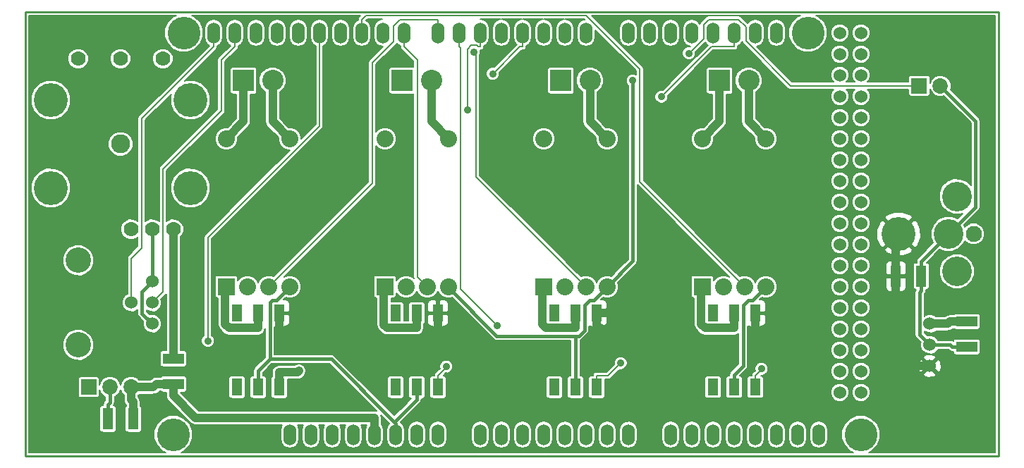
<source format=gbl>
G04 (created by PCBNEW (2013-jul-07)-stable) date Tue 08 Jul 2014 03:30:23 PM EDT*
%MOIN*%
G04 Gerber Fmt 3.4, Leading zero omitted, Abs format*
%FSLAX34Y34*%
G01*
G70*
G90*
G04 APERTURE LIST*
%ADD10C,0.00590551*%
%ADD11C,0.009*%
%ADD12C,0.155*%
%ADD13O,0.06X0.1*%
%ADD14C,0.06*%
%ADD15R,0.05X0.08*%
%ADD16C,0.076*%
%ADD17C,0.14*%
%ADD18C,0.16*%
%ADD19R,0.1X0.1*%
%ADD20C,0.1*%
%ADD21R,0.08X0.08*%
%ADD22C,0.08*%
%ADD23R,0.1X0.05*%
%ADD24R,0.05X0.1*%
%ADD25C,0.073*%
%ADD26R,0.073X0.073*%
%ADD27C,0.12*%
%ADD28C,0.09*%
%ADD29C,0.07*%
%ADD30C,0.035*%
%ADD31C,0.04*%
%ADD32C,0.008*%
%ADD33C,0.016*%
G04 APERTURE END LIST*
G54D10*
G54D11*
X89500Y-51500D02*
X43500Y-51500D01*
X43500Y-30500D02*
X89500Y-30500D01*
X43500Y-30500D02*
X43500Y-51500D01*
X89500Y-51500D02*
X89500Y-30500D01*
G54D12*
X50500Y-50500D03*
X51000Y-31500D03*
X83000Y-50500D03*
X80500Y-31500D03*
G54D13*
X56000Y-50500D03*
X57000Y-50500D03*
X58000Y-50500D03*
X59000Y-50500D03*
X60000Y-50500D03*
X61000Y-50500D03*
X62000Y-50500D03*
X63000Y-50500D03*
X65000Y-50500D03*
X66000Y-50500D03*
X67000Y-50500D03*
X68000Y-50500D03*
X69000Y-50500D03*
X70000Y-50500D03*
X71000Y-50500D03*
X72000Y-50500D03*
X74000Y-50500D03*
X75000Y-50500D03*
X76000Y-50500D03*
X77000Y-50500D03*
X78000Y-50500D03*
X79000Y-50500D03*
X80000Y-50500D03*
X81000Y-50500D03*
X52400Y-31500D03*
X53400Y-31500D03*
X54400Y-31500D03*
X55400Y-31500D03*
X56400Y-31500D03*
X57400Y-31500D03*
X58400Y-31500D03*
X59400Y-31500D03*
X60400Y-31500D03*
X61400Y-31500D03*
X63000Y-31500D03*
X70000Y-31500D03*
X69000Y-31500D03*
X68000Y-31500D03*
X67000Y-31500D03*
X66000Y-31500D03*
X65000Y-31500D03*
X64000Y-31500D03*
X72000Y-31500D03*
X73000Y-31500D03*
X74000Y-31500D03*
X75000Y-31500D03*
X76000Y-31500D03*
X77000Y-31500D03*
X78000Y-31500D03*
X79000Y-31500D03*
G54D14*
X82000Y-31500D03*
X83000Y-31500D03*
X82000Y-32500D03*
X83000Y-32500D03*
X82000Y-33500D03*
X83000Y-33500D03*
X82000Y-34500D03*
X83000Y-34500D03*
X82000Y-35500D03*
X83000Y-35500D03*
X82000Y-36500D03*
X83000Y-36500D03*
X82000Y-37500D03*
X83000Y-37500D03*
X82000Y-38500D03*
X83000Y-38500D03*
X82000Y-39500D03*
X83000Y-39500D03*
X82000Y-40500D03*
X83000Y-40500D03*
X82000Y-41500D03*
X83000Y-41500D03*
X82000Y-42500D03*
X83000Y-42500D03*
X82000Y-43500D03*
X83000Y-43500D03*
X82000Y-44500D03*
X83000Y-44500D03*
X82000Y-45500D03*
X83000Y-45500D03*
X82000Y-46500D03*
X83000Y-46500D03*
X82000Y-47500D03*
X83000Y-47500D03*
X82000Y-48500D03*
X83000Y-48500D03*
G54D15*
X70500Y-48250D03*
X69500Y-48250D03*
X68500Y-48250D03*
X68500Y-44750D03*
X69500Y-44750D03*
X70500Y-44750D03*
X78000Y-48250D03*
X77000Y-48250D03*
X76000Y-48250D03*
X76000Y-44750D03*
X77000Y-44750D03*
X78000Y-44750D03*
G54D16*
X88320Y-41000D03*
G54D17*
X87140Y-41000D03*
G54D18*
X84780Y-41000D03*
G54D17*
X87530Y-39230D03*
X87530Y-42770D03*
G54D15*
X55500Y-48250D03*
X54500Y-48250D03*
X53500Y-48250D03*
X53500Y-44750D03*
X54500Y-44750D03*
X55500Y-44750D03*
X63000Y-48250D03*
X62000Y-48250D03*
X61000Y-48250D03*
X61000Y-44750D03*
X62000Y-44750D03*
X63000Y-44750D03*
G54D19*
X76311Y-33750D03*
G54D20*
X77689Y-33750D03*
G54D19*
X68811Y-33750D03*
G54D20*
X70189Y-33750D03*
G54D19*
X61311Y-33750D03*
G54D20*
X62689Y-33750D03*
G54D19*
X53811Y-33750D03*
G54D20*
X55189Y-33750D03*
G54D21*
X75500Y-43500D03*
G54D22*
X76500Y-43500D03*
X77500Y-43500D03*
X78500Y-43500D03*
X78500Y-36500D03*
X75500Y-36500D03*
G54D21*
X68000Y-43500D03*
G54D22*
X69000Y-43500D03*
X70000Y-43500D03*
X71000Y-43500D03*
X71000Y-36500D03*
X68000Y-36500D03*
G54D21*
X60500Y-43500D03*
G54D22*
X61500Y-43500D03*
X62500Y-43500D03*
X63500Y-43500D03*
X63500Y-36500D03*
X60500Y-36500D03*
G54D21*
X53000Y-43500D03*
G54D22*
X54000Y-43500D03*
X55000Y-43500D03*
X56000Y-43500D03*
X56000Y-36500D03*
X53000Y-36500D03*
G54D23*
X88000Y-45150D03*
X88000Y-46350D03*
G54D24*
X84650Y-43000D03*
X85850Y-43000D03*
X48600Y-49750D03*
X47400Y-49750D03*
G54D23*
X50500Y-48100D03*
X50500Y-46900D03*
G54D25*
X47500Y-48250D03*
X48500Y-48250D03*
G54D26*
X46500Y-48250D03*
G54D25*
X86750Y-34000D03*
G54D26*
X85750Y-34000D03*
G54D14*
X86250Y-46250D03*
X86250Y-45250D03*
X86250Y-47250D03*
G54D27*
X46000Y-46250D03*
X46000Y-42250D03*
G54D14*
X48500Y-44250D03*
X49500Y-44250D03*
X49500Y-43250D03*
X49500Y-45250D03*
G54D28*
X48000Y-36750D03*
G54D29*
X50500Y-40780D03*
X49500Y-40780D03*
X48500Y-40780D03*
X50000Y-32720D03*
X48000Y-32720D03*
X46000Y-32720D03*
G54D18*
X51300Y-34670D03*
X51300Y-38830D03*
X44700Y-34670D03*
X44700Y-38830D03*
G54D30*
X73566Y-34516D03*
X64397Y-35148D03*
X65793Y-45337D03*
X52132Y-46067D03*
X65593Y-33426D03*
X64702Y-32401D03*
X74865Y-32457D03*
X72214Y-33750D03*
X56431Y-47485D03*
X71638Y-47109D03*
X78296Y-47386D03*
X63395Y-47275D03*
X71000Y-42250D03*
X72250Y-43500D03*
X56002Y-45952D03*
X71831Y-47650D03*
G54D31*
X48600Y-49750D02*
X48600Y-48949D01*
X48500Y-48849D02*
X48600Y-48949D01*
X48500Y-48250D02*
X48500Y-48849D01*
X50500Y-48100D02*
X49699Y-48100D01*
X49549Y-48250D02*
X49699Y-48100D01*
X48500Y-48250D02*
X49549Y-48250D01*
X51549Y-49699D02*
X50500Y-48650D01*
X60000Y-49699D02*
X51549Y-49699D01*
X60000Y-50500D02*
X60000Y-49699D01*
X50500Y-48100D02*
X50500Y-48650D01*
G54D32*
X48999Y-35540D02*
X52400Y-32140D01*
X48999Y-41661D02*
X48999Y-35540D01*
X48500Y-42161D02*
X48999Y-41661D01*
X48500Y-44250D02*
X48500Y-42161D01*
X52400Y-31500D02*
X52400Y-32140D01*
X50000Y-43749D02*
X49500Y-44250D01*
X50000Y-37928D02*
X50000Y-43749D01*
X52759Y-35168D02*
X50000Y-37928D01*
X52759Y-32780D02*
X52759Y-35168D01*
X53400Y-32140D02*
X52759Y-32780D01*
X53400Y-31500D02*
X53400Y-32140D01*
X77000Y-31500D02*
X77000Y-32140D01*
X75943Y-32140D02*
X73566Y-34516D01*
X77000Y-32140D02*
X75943Y-32140D01*
X65000Y-31500D02*
X65000Y-32140D01*
X64387Y-35139D02*
X64397Y-35148D01*
X64387Y-32270D02*
X64387Y-35139D01*
X64572Y-32086D02*
X64387Y-32270D01*
X64833Y-32086D02*
X64572Y-32086D01*
X64887Y-32140D02*
X64833Y-32086D01*
X65000Y-32140D02*
X64887Y-32140D01*
X64078Y-32218D02*
X64000Y-32140D01*
X64078Y-43622D02*
X64078Y-32218D01*
X65793Y-45337D02*
X64078Y-43622D01*
X64000Y-31500D02*
X64000Y-32140D01*
X57400Y-35891D02*
X57400Y-32140D01*
X52132Y-41159D02*
X57400Y-35891D01*
X52132Y-46067D02*
X52132Y-41159D01*
X57400Y-31500D02*
X57400Y-32140D01*
X66880Y-32140D02*
X67000Y-32140D01*
X65593Y-33426D02*
X66880Y-32140D01*
X67000Y-31500D02*
X67000Y-32140D01*
G54D31*
X53122Y-45450D02*
X54500Y-45450D01*
X52949Y-45276D02*
X53122Y-45450D01*
X52949Y-43550D02*
X52949Y-45276D01*
X53000Y-43500D02*
X52949Y-43550D01*
X54500Y-44750D02*
X54500Y-45450D01*
X60609Y-45450D02*
X62000Y-45450D01*
X60449Y-45290D02*
X60609Y-45450D01*
X60449Y-43550D02*
X60449Y-45290D01*
X60500Y-43500D02*
X60449Y-43550D01*
X62000Y-44750D02*
X62000Y-45450D01*
X68118Y-45450D02*
X69500Y-45450D01*
X67946Y-45278D02*
X68118Y-45450D01*
X67946Y-43553D02*
X67946Y-45278D01*
X68000Y-43500D02*
X67946Y-43553D01*
X69500Y-44750D02*
X69500Y-45450D01*
X75622Y-45450D02*
X77000Y-45450D01*
X75449Y-45276D02*
X75622Y-45450D01*
X75449Y-43550D02*
X75449Y-45276D01*
X75500Y-43500D02*
X75449Y-43550D01*
X77000Y-44750D02*
X77000Y-45450D01*
X53810Y-35689D02*
X53810Y-33750D01*
X53000Y-36500D02*
X53810Y-35689D01*
X55189Y-35689D02*
X55189Y-33750D01*
X56000Y-36500D02*
X55189Y-35689D01*
X62689Y-35689D02*
X62689Y-33750D01*
X63500Y-36500D02*
X62689Y-35689D01*
X70189Y-35689D02*
X70189Y-33750D01*
X71000Y-36500D02*
X70189Y-35689D01*
X76310Y-35689D02*
X76310Y-33750D01*
X75500Y-36500D02*
X76310Y-35689D01*
X77689Y-35689D02*
X77689Y-33750D01*
X78500Y-36500D02*
X77689Y-35689D01*
G54D32*
X61209Y-30859D02*
X63000Y-30859D01*
X60900Y-31169D02*
X61209Y-30859D01*
X60900Y-31900D02*
X60900Y-31169D01*
X59898Y-32901D02*
X60900Y-31900D01*
X59898Y-38601D02*
X59898Y-32901D01*
X55000Y-43500D02*
X59898Y-38601D01*
X63000Y-31500D02*
X63000Y-30859D01*
X62024Y-32764D02*
X61400Y-32140D01*
X62024Y-43024D02*
X62024Y-32764D01*
X62500Y-43500D02*
X62024Y-43024D01*
X61400Y-31500D02*
X61400Y-32140D01*
X64801Y-32500D02*
X64702Y-32401D01*
X64801Y-38301D02*
X64801Y-32500D01*
X70000Y-43500D02*
X64801Y-38301D01*
X59588Y-30671D02*
X59400Y-30859D01*
X70004Y-30671D02*
X59588Y-30671D01*
X72540Y-33206D02*
X70004Y-30671D01*
X72540Y-38540D02*
X72540Y-33206D01*
X77500Y-43500D02*
X72540Y-38540D01*
X59400Y-31500D02*
X59400Y-30859D01*
X75559Y-31762D02*
X74865Y-32457D01*
X75559Y-31105D02*
X75559Y-31762D01*
X75805Y-30859D02*
X75559Y-31105D01*
X77206Y-30859D02*
X75805Y-30859D01*
X77559Y-31212D02*
X77206Y-30859D01*
X77559Y-31886D02*
X77559Y-31212D01*
X79673Y-34000D02*
X77559Y-31886D01*
X85750Y-34000D02*
X79673Y-34000D01*
G54D31*
X87099Y-45250D02*
X87199Y-45150D01*
X86250Y-45250D02*
X87099Y-45250D01*
X88000Y-45150D02*
X87199Y-45150D01*
G54D33*
X49500Y-43250D02*
X49500Y-40780D01*
X87219Y-46250D02*
X87319Y-46350D01*
X86250Y-46250D02*
X87219Y-46250D01*
X88000Y-46350D02*
X87319Y-46350D01*
X47500Y-48969D02*
X47400Y-49069D01*
X47500Y-48250D02*
X47500Y-48969D01*
X47400Y-49750D02*
X47400Y-49069D01*
X61000Y-50500D02*
X61000Y-50159D01*
X85766Y-45766D02*
X86250Y-46250D01*
X85766Y-43763D02*
X85766Y-45766D01*
X85850Y-43680D02*
X85766Y-43763D01*
X85850Y-43000D02*
X85850Y-43680D01*
X49010Y-43739D02*
X49500Y-43250D01*
X49010Y-44760D02*
X49010Y-43739D01*
X49500Y-45250D02*
X49010Y-44760D01*
X62000Y-48250D02*
X62000Y-48830D01*
X54500Y-48250D02*
X54500Y-47669D01*
X55057Y-44250D02*
X55057Y-46919D01*
X55184Y-44123D02*
X55057Y-44250D01*
X55376Y-44123D02*
X55184Y-44123D01*
X56000Y-43500D02*
X55376Y-44123D01*
X54500Y-47477D02*
X54500Y-47669D01*
X55057Y-46919D02*
X54500Y-47477D01*
X57961Y-46919D02*
X55057Y-46919D01*
X60935Y-49894D02*
X57961Y-46919D01*
X61000Y-49958D02*
X60935Y-49894D01*
X61000Y-50159D02*
X61000Y-49958D01*
X60935Y-49894D02*
X62000Y-48830D01*
X77430Y-47239D02*
X77000Y-47669D01*
X77430Y-44378D02*
X77430Y-47239D01*
X77684Y-44123D02*
X77430Y-44378D01*
X77876Y-44123D02*
X77684Y-44123D01*
X78500Y-43500D02*
X77876Y-44123D01*
X77000Y-48250D02*
X77000Y-47669D01*
X72214Y-42285D02*
X71000Y-43500D01*
X72214Y-33750D02*
X72214Y-42285D01*
X69500Y-48250D02*
X69500Y-47669D01*
X69500Y-45830D02*
X69500Y-47669D01*
X70376Y-44123D02*
X71000Y-43500D01*
X70184Y-44123D02*
X70376Y-44123D01*
X69930Y-44378D02*
X70184Y-44123D01*
X69930Y-45561D02*
X69930Y-44378D01*
X69661Y-45830D02*
X69930Y-45561D01*
X69500Y-45830D02*
X69661Y-45830D01*
X65784Y-45830D02*
X69500Y-45830D01*
X63500Y-43546D02*
X65784Y-45830D01*
X63500Y-43500D02*
X63500Y-43546D01*
X88413Y-39726D02*
X87140Y-41000D01*
X88413Y-35663D02*
X88413Y-39726D01*
X86750Y-34000D02*
X88413Y-35663D01*
X85850Y-42290D02*
X85850Y-43000D01*
X87140Y-41000D02*
X85850Y-42290D01*
G54D31*
X50500Y-40780D02*
X50500Y-46900D01*
X56367Y-47549D02*
X56431Y-47485D01*
X55500Y-47549D02*
X56367Y-47549D01*
X55500Y-48250D02*
X55500Y-47549D01*
G54D32*
X71037Y-47709D02*
X71638Y-47109D01*
X70500Y-47709D02*
X71037Y-47709D01*
X70500Y-48250D02*
X70500Y-47709D01*
X78296Y-47413D02*
X78296Y-47386D01*
X78000Y-47709D02*
X78296Y-47413D01*
X78000Y-48250D02*
X78000Y-47709D01*
X63395Y-47314D02*
X63395Y-47275D01*
X63000Y-47709D02*
X63395Y-47314D01*
X63000Y-48250D02*
X63000Y-47709D01*
G54D31*
X70500Y-44750D02*
X71000Y-44750D01*
X71000Y-44750D02*
X72250Y-43500D01*
X55500Y-44750D02*
X55500Y-45450D01*
X55500Y-45450D02*
X56002Y-45952D01*
X78000Y-44750D02*
X78000Y-45450D01*
X70500Y-44750D02*
X70500Y-45450D01*
X72121Y-46899D02*
X72121Y-47359D01*
X70671Y-45450D02*
X72121Y-46899D01*
X70500Y-45450D02*
X70671Y-45450D01*
X72121Y-47359D02*
X71831Y-47650D01*
X63000Y-44750D02*
X63000Y-45450D01*
X62497Y-45952D02*
X63000Y-45450D01*
X56002Y-45952D02*
X62497Y-45952D01*
X71831Y-48016D02*
X71831Y-47650D01*
X70881Y-48965D02*
X71831Y-48016D01*
X66515Y-48965D02*
X70881Y-48965D01*
X63000Y-45450D02*
X66515Y-48965D01*
X84650Y-41130D02*
X84780Y-41000D01*
X84650Y-43000D02*
X84650Y-41130D01*
X73714Y-48953D02*
X72121Y-47359D01*
X78901Y-48953D02*
X73714Y-48953D01*
X78951Y-48902D02*
X78901Y-48953D01*
X78951Y-46401D02*
X78951Y-48902D01*
X78000Y-45450D02*
X78951Y-46401D01*
X86250Y-47250D02*
X84650Y-47250D01*
X84650Y-47699D02*
X84650Y-47250D01*
X83244Y-49105D02*
X84650Y-47699D01*
X79153Y-49105D02*
X83244Y-49105D01*
X78951Y-48902D02*
X79153Y-49105D01*
X84650Y-47250D02*
X84650Y-43000D01*
G54D10*
G36*
X72360Y-33469D02*
X72277Y-33435D01*
X72151Y-33434D01*
X72036Y-33482D01*
X71947Y-33571D01*
X71899Y-33687D01*
X71899Y-33812D01*
X71947Y-33928D01*
X71994Y-33975D01*
X71994Y-42194D01*
X71540Y-42648D01*
X71540Y-36393D01*
X71458Y-36194D01*
X71306Y-36042D01*
X71107Y-35960D01*
X70940Y-35959D01*
X70529Y-35548D01*
X70529Y-34301D01*
X70551Y-34292D01*
X70731Y-34113D01*
X70828Y-33877D01*
X70829Y-33623D01*
X70731Y-33387D01*
X70552Y-33207D01*
X70316Y-33110D01*
X70062Y-33109D01*
X69826Y-33207D01*
X69646Y-33386D01*
X69549Y-33622D01*
X69548Y-33876D01*
X69646Y-34112D01*
X69825Y-34292D01*
X69849Y-34301D01*
X69849Y-35689D01*
X69874Y-35819D01*
X69948Y-35929D01*
X70460Y-36440D01*
X70459Y-36606D01*
X70541Y-36805D01*
X70693Y-36957D01*
X70892Y-37039D01*
X71106Y-37040D01*
X71305Y-36958D01*
X71457Y-36806D01*
X71539Y-36607D01*
X71540Y-36393D01*
X71540Y-42648D01*
X71193Y-42995D01*
X71107Y-42960D01*
X70893Y-42959D01*
X70694Y-43041D01*
X70542Y-43193D01*
X70499Y-43296D01*
X70458Y-43194D01*
X70306Y-43042D01*
X70107Y-42960D01*
X69893Y-42959D01*
X69766Y-43012D01*
X69451Y-42696D01*
X69451Y-34222D01*
X69451Y-33222D01*
X69429Y-33170D01*
X69390Y-33131D01*
X69338Y-33110D01*
X69283Y-33109D01*
X68283Y-33109D01*
X68231Y-33131D01*
X68192Y-33170D01*
X68171Y-33222D01*
X68170Y-33277D01*
X68170Y-34277D01*
X68192Y-34329D01*
X68231Y-34368D01*
X68283Y-34389D01*
X68338Y-34390D01*
X69338Y-34390D01*
X69390Y-34368D01*
X69429Y-34329D01*
X69450Y-34277D01*
X69451Y-34222D01*
X69451Y-42696D01*
X68540Y-41785D01*
X68540Y-36393D01*
X68458Y-36194D01*
X68306Y-36042D01*
X68107Y-35960D01*
X67893Y-35959D01*
X67694Y-36041D01*
X67542Y-36193D01*
X67460Y-36392D01*
X67459Y-36606D01*
X67541Y-36805D01*
X67693Y-36957D01*
X67892Y-37039D01*
X68106Y-37040D01*
X68305Y-36958D01*
X68457Y-36806D01*
X68539Y-36607D01*
X68540Y-36393D01*
X68540Y-41785D01*
X64981Y-38227D01*
X64981Y-32550D01*
X65017Y-32464D01*
X65017Y-32338D01*
X65009Y-32318D01*
X65068Y-32306D01*
X65127Y-32267D01*
X65166Y-32209D01*
X65180Y-32140D01*
X65180Y-32111D01*
X65311Y-32023D01*
X65406Y-31880D01*
X65440Y-31712D01*
X65440Y-31287D01*
X65406Y-31119D01*
X65311Y-30976D01*
X65168Y-30880D01*
X65018Y-30851D01*
X65981Y-30851D01*
X65831Y-30880D01*
X65688Y-30976D01*
X65593Y-31119D01*
X65560Y-31287D01*
X65560Y-31712D01*
X65593Y-31880D01*
X65688Y-32023D01*
X65831Y-32119D01*
X66000Y-32152D01*
X66168Y-32119D01*
X66311Y-32023D01*
X66406Y-31880D01*
X66440Y-31712D01*
X66440Y-31287D01*
X66406Y-31119D01*
X66311Y-30976D01*
X66168Y-30880D01*
X66018Y-30851D01*
X66981Y-30851D01*
X66831Y-30880D01*
X66688Y-30976D01*
X66593Y-31119D01*
X66560Y-31287D01*
X66560Y-31712D01*
X66593Y-31880D01*
X66688Y-32023D01*
X66720Y-32044D01*
X65653Y-33111D01*
X65531Y-33111D01*
X65415Y-33159D01*
X65326Y-33247D01*
X65278Y-33363D01*
X65278Y-33488D01*
X65326Y-33604D01*
X65414Y-33693D01*
X65530Y-33741D01*
X65655Y-33741D01*
X65771Y-33693D01*
X65860Y-33605D01*
X65908Y-33489D01*
X65908Y-33366D01*
X66954Y-32320D01*
X67000Y-32320D01*
X67068Y-32306D01*
X67127Y-32267D01*
X67166Y-32209D01*
X67180Y-32140D01*
X67180Y-32111D01*
X67311Y-32023D01*
X67406Y-31880D01*
X67440Y-31712D01*
X67440Y-31287D01*
X67406Y-31119D01*
X67311Y-30976D01*
X67168Y-30880D01*
X67018Y-30851D01*
X67981Y-30851D01*
X67831Y-30880D01*
X67688Y-30976D01*
X67593Y-31119D01*
X67560Y-31287D01*
X67560Y-31712D01*
X67593Y-31880D01*
X67688Y-32023D01*
X67831Y-32119D01*
X68000Y-32152D01*
X68168Y-32119D01*
X68311Y-32023D01*
X68406Y-31880D01*
X68440Y-31712D01*
X68440Y-31287D01*
X68406Y-31119D01*
X68311Y-30976D01*
X68168Y-30880D01*
X68018Y-30851D01*
X68981Y-30851D01*
X68831Y-30880D01*
X68688Y-30976D01*
X68593Y-31119D01*
X68560Y-31287D01*
X68560Y-31712D01*
X68593Y-31880D01*
X68688Y-32023D01*
X68831Y-32119D01*
X69000Y-32152D01*
X69168Y-32119D01*
X69311Y-32023D01*
X69406Y-31880D01*
X69440Y-31712D01*
X69440Y-31287D01*
X69406Y-31119D01*
X69311Y-30976D01*
X69168Y-30880D01*
X69018Y-30851D01*
X69930Y-30851D01*
X69938Y-30859D01*
X69831Y-30880D01*
X69688Y-30976D01*
X69593Y-31119D01*
X69560Y-31287D01*
X69560Y-31712D01*
X69593Y-31880D01*
X69688Y-32023D01*
X69831Y-32119D01*
X70000Y-32152D01*
X70168Y-32119D01*
X70311Y-32023D01*
X70406Y-31880D01*
X70440Y-31712D01*
X70440Y-31361D01*
X72360Y-33281D01*
X72360Y-33469D01*
X72360Y-33469D01*
G37*
G54D32*
X72360Y-33469D02*
X72277Y-33435D01*
X72151Y-33434D01*
X72036Y-33482D01*
X71947Y-33571D01*
X71899Y-33687D01*
X71899Y-33812D01*
X71947Y-33928D01*
X71994Y-33975D01*
X71994Y-42194D01*
X71540Y-42648D01*
X71540Y-36393D01*
X71458Y-36194D01*
X71306Y-36042D01*
X71107Y-35960D01*
X70940Y-35959D01*
X70529Y-35548D01*
X70529Y-34301D01*
X70551Y-34292D01*
X70731Y-34113D01*
X70828Y-33877D01*
X70829Y-33623D01*
X70731Y-33387D01*
X70552Y-33207D01*
X70316Y-33110D01*
X70062Y-33109D01*
X69826Y-33207D01*
X69646Y-33386D01*
X69549Y-33622D01*
X69548Y-33876D01*
X69646Y-34112D01*
X69825Y-34292D01*
X69849Y-34301D01*
X69849Y-35689D01*
X69874Y-35819D01*
X69948Y-35929D01*
X70460Y-36440D01*
X70459Y-36606D01*
X70541Y-36805D01*
X70693Y-36957D01*
X70892Y-37039D01*
X71106Y-37040D01*
X71305Y-36958D01*
X71457Y-36806D01*
X71539Y-36607D01*
X71540Y-36393D01*
X71540Y-42648D01*
X71193Y-42995D01*
X71107Y-42960D01*
X70893Y-42959D01*
X70694Y-43041D01*
X70542Y-43193D01*
X70499Y-43296D01*
X70458Y-43194D01*
X70306Y-43042D01*
X70107Y-42960D01*
X69893Y-42959D01*
X69766Y-43012D01*
X69451Y-42696D01*
X69451Y-34222D01*
X69451Y-33222D01*
X69429Y-33170D01*
X69390Y-33131D01*
X69338Y-33110D01*
X69283Y-33109D01*
X68283Y-33109D01*
X68231Y-33131D01*
X68192Y-33170D01*
X68171Y-33222D01*
X68170Y-33277D01*
X68170Y-34277D01*
X68192Y-34329D01*
X68231Y-34368D01*
X68283Y-34389D01*
X68338Y-34390D01*
X69338Y-34390D01*
X69390Y-34368D01*
X69429Y-34329D01*
X69450Y-34277D01*
X69451Y-34222D01*
X69451Y-42696D01*
X68540Y-41785D01*
X68540Y-36393D01*
X68458Y-36194D01*
X68306Y-36042D01*
X68107Y-35960D01*
X67893Y-35959D01*
X67694Y-36041D01*
X67542Y-36193D01*
X67460Y-36392D01*
X67459Y-36606D01*
X67541Y-36805D01*
X67693Y-36957D01*
X67892Y-37039D01*
X68106Y-37040D01*
X68305Y-36958D01*
X68457Y-36806D01*
X68539Y-36607D01*
X68540Y-36393D01*
X68540Y-41785D01*
X64981Y-38227D01*
X64981Y-32550D01*
X65017Y-32464D01*
X65017Y-32338D01*
X65009Y-32318D01*
X65068Y-32306D01*
X65127Y-32267D01*
X65166Y-32209D01*
X65180Y-32140D01*
X65180Y-32111D01*
X65311Y-32023D01*
X65406Y-31880D01*
X65440Y-31712D01*
X65440Y-31287D01*
X65406Y-31119D01*
X65311Y-30976D01*
X65168Y-30880D01*
X65018Y-30851D01*
X65981Y-30851D01*
X65831Y-30880D01*
X65688Y-30976D01*
X65593Y-31119D01*
X65560Y-31287D01*
X65560Y-31712D01*
X65593Y-31880D01*
X65688Y-32023D01*
X65831Y-32119D01*
X66000Y-32152D01*
X66168Y-32119D01*
X66311Y-32023D01*
X66406Y-31880D01*
X66440Y-31712D01*
X66440Y-31287D01*
X66406Y-31119D01*
X66311Y-30976D01*
X66168Y-30880D01*
X66018Y-30851D01*
X66981Y-30851D01*
X66831Y-30880D01*
X66688Y-30976D01*
X66593Y-31119D01*
X66560Y-31287D01*
X66560Y-31712D01*
X66593Y-31880D01*
X66688Y-32023D01*
X66720Y-32044D01*
X65653Y-33111D01*
X65531Y-33111D01*
X65415Y-33159D01*
X65326Y-33247D01*
X65278Y-33363D01*
X65278Y-33488D01*
X65326Y-33604D01*
X65414Y-33693D01*
X65530Y-33741D01*
X65655Y-33741D01*
X65771Y-33693D01*
X65860Y-33605D01*
X65908Y-33489D01*
X65908Y-33366D01*
X66954Y-32320D01*
X67000Y-32320D01*
X67068Y-32306D01*
X67127Y-32267D01*
X67166Y-32209D01*
X67180Y-32140D01*
X67180Y-32111D01*
X67311Y-32023D01*
X67406Y-31880D01*
X67440Y-31712D01*
X67440Y-31287D01*
X67406Y-31119D01*
X67311Y-30976D01*
X67168Y-30880D01*
X67018Y-30851D01*
X67981Y-30851D01*
X67831Y-30880D01*
X67688Y-30976D01*
X67593Y-31119D01*
X67560Y-31287D01*
X67560Y-31712D01*
X67593Y-31880D01*
X67688Y-32023D01*
X67831Y-32119D01*
X68000Y-32152D01*
X68168Y-32119D01*
X68311Y-32023D01*
X68406Y-31880D01*
X68440Y-31712D01*
X68440Y-31287D01*
X68406Y-31119D01*
X68311Y-30976D01*
X68168Y-30880D01*
X68018Y-30851D01*
X68981Y-30851D01*
X68831Y-30880D01*
X68688Y-30976D01*
X68593Y-31119D01*
X68560Y-31287D01*
X68560Y-31712D01*
X68593Y-31880D01*
X68688Y-32023D01*
X68831Y-32119D01*
X69000Y-32152D01*
X69168Y-32119D01*
X69311Y-32023D01*
X69406Y-31880D01*
X69440Y-31712D01*
X69440Y-31287D01*
X69406Y-31119D01*
X69311Y-30976D01*
X69168Y-30880D01*
X69018Y-30851D01*
X69930Y-30851D01*
X69938Y-30859D01*
X69831Y-30880D01*
X69688Y-30976D01*
X69593Y-31119D01*
X69560Y-31287D01*
X69560Y-31712D01*
X69593Y-31880D01*
X69688Y-32023D01*
X69831Y-32119D01*
X70000Y-32152D01*
X70168Y-32119D01*
X70311Y-32023D01*
X70406Y-31880D01*
X70440Y-31712D01*
X70440Y-31361D01*
X72360Y-33281D01*
X72360Y-33469D01*
G54D10*
G36*
X89335Y-51335D02*
X88840Y-51335D01*
X88840Y-40897D01*
X88761Y-40705D01*
X88614Y-40559D01*
X88423Y-40480D01*
X88217Y-40479D01*
X88025Y-40558D01*
X87913Y-40671D01*
X87874Y-40577D01*
X88568Y-39882D01*
X88616Y-39810D01*
X88616Y-39810D01*
X88633Y-39726D01*
X88633Y-35663D01*
X88616Y-35579D01*
X88616Y-35579D01*
X88568Y-35507D01*
X87227Y-34166D01*
X87254Y-34100D01*
X87255Y-33899D01*
X87178Y-33714D01*
X87036Y-33572D01*
X86850Y-33495D01*
X86649Y-33494D01*
X86464Y-33571D01*
X86322Y-33713D01*
X86255Y-33875D01*
X86255Y-33607D01*
X86233Y-33555D01*
X86194Y-33516D01*
X86142Y-33495D01*
X86087Y-33494D01*
X85357Y-33494D01*
X85305Y-33516D01*
X85266Y-33555D01*
X85245Y-33607D01*
X85244Y-33662D01*
X85244Y-33820D01*
X83302Y-33820D01*
X83372Y-33749D01*
X83439Y-33587D01*
X83440Y-33412D01*
X83440Y-32412D01*
X83440Y-31412D01*
X83373Y-31251D01*
X83249Y-31127D01*
X83087Y-31060D01*
X82912Y-31059D01*
X82751Y-31126D01*
X82627Y-31250D01*
X82560Y-31412D01*
X82559Y-31587D01*
X82626Y-31748D01*
X82750Y-31872D01*
X82912Y-31939D01*
X83087Y-31940D01*
X83248Y-31873D01*
X83372Y-31749D01*
X83439Y-31587D01*
X83440Y-31412D01*
X83440Y-32412D01*
X83373Y-32251D01*
X83249Y-32127D01*
X83087Y-32060D01*
X82912Y-32059D01*
X82751Y-32126D01*
X82627Y-32250D01*
X82560Y-32412D01*
X82559Y-32587D01*
X82626Y-32748D01*
X82750Y-32872D01*
X82912Y-32939D01*
X83087Y-32940D01*
X83248Y-32873D01*
X83372Y-32749D01*
X83439Y-32587D01*
X83440Y-32412D01*
X83440Y-33412D01*
X83373Y-33251D01*
X83249Y-33127D01*
X83087Y-33060D01*
X82912Y-33059D01*
X82751Y-33126D01*
X82627Y-33250D01*
X82560Y-33412D01*
X82559Y-33587D01*
X82626Y-33748D01*
X82697Y-33820D01*
X82302Y-33820D01*
X82372Y-33749D01*
X82439Y-33587D01*
X82440Y-33412D01*
X82440Y-32412D01*
X82440Y-31412D01*
X82373Y-31251D01*
X82249Y-31127D01*
X82087Y-31060D01*
X81912Y-31059D01*
X81751Y-31126D01*
X81627Y-31250D01*
X81560Y-31412D01*
X81559Y-31587D01*
X81626Y-31748D01*
X81750Y-31872D01*
X81912Y-31939D01*
X82087Y-31940D01*
X82248Y-31873D01*
X82372Y-31749D01*
X82439Y-31587D01*
X82440Y-31412D01*
X82440Y-32412D01*
X82373Y-32251D01*
X82249Y-32127D01*
X82087Y-32060D01*
X81912Y-32059D01*
X81751Y-32126D01*
X81627Y-32250D01*
X81560Y-32412D01*
X81559Y-32587D01*
X81626Y-32748D01*
X81750Y-32872D01*
X81912Y-32939D01*
X82087Y-32940D01*
X82248Y-32873D01*
X82372Y-32749D01*
X82439Y-32587D01*
X82440Y-32412D01*
X82440Y-33412D01*
X82373Y-33251D01*
X82249Y-33127D01*
X82087Y-33060D01*
X81912Y-33059D01*
X81751Y-33126D01*
X81627Y-33250D01*
X81560Y-33412D01*
X81559Y-33587D01*
X81626Y-33748D01*
X81697Y-33820D01*
X79747Y-33820D01*
X79440Y-33512D01*
X79440Y-31712D01*
X79440Y-31287D01*
X79406Y-31119D01*
X79311Y-30976D01*
X79168Y-30880D01*
X79000Y-30847D01*
X78831Y-30880D01*
X78688Y-30976D01*
X78593Y-31119D01*
X78560Y-31287D01*
X78560Y-31712D01*
X78593Y-31880D01*
X78688Y-32023D01*
X78831Y-32119D01*
X79000Y-32152D01*
X79168Y-32119D01*
X79311Y-32023D01*
X79406Y-31880D01*
X79440Y-31712D01*
X79440Y-33512D01*
X78066Y-32139D01*
X78168Y-32119D01*
X78311Y-32023D01*
X78406Y-31880D01*
X78440Y-31712D01*
X78440Y-31287D01*
X78406Y-31119D01*
X78311Y-30976D01*
X78168Y-30880D01*
X78000Y-30847D01*
X77831Y-30880D01*
X77688Y-30976D01*
X77644Y-31042D01*
X77334Y-30732D01*
X77275Y-30693D01*
X77206Y-30679D01*
X75805Y-30679D01*
X75737Y-30693D01*
X75678Y-30732D01*
X75432Y-30978D01*
X75393Y-31037D01*
X75383Y-31085D01*
X75311Y-30976D01*
X75168Y-30880D01*
X75000Y-30847D01*
X74831Y-30880D01*
X74688Y-30976D01*
X74593Y-31119D01*
X74560Y-31287D01*
X74560Y-31712D01*
X74593Y-31880D01*
X74688Y-32023D01*
X74831Y-32119D01*
X74929Y-32138D01*
X74925Y-32142D01*
X74803Y-32142D01*
X74687Y-32189D01*
X74598Y-32278D01*
X74550Y-32394D01*
X74550Y-32519D01*
X74598Y-32635D01*
X74686Y-32724D01*
X74802Y-32772D01*
X74927Y-32772D01*
X75043Y-32724D01*
X75132Y-32635D01*
X75180Y-32520D01*
X75180Y-32396D01*
X75634Y-31942D01*
X75688Y-32023D01*
X75758Y-32070D01*
X74440Y-33388D01*
X74440Y-31712D01*
X74440Y-31287D01*
X74406Y-31119D01*
X74311Y-30976D01*
X74168Y-30880D01*
X74000Y-30847D01*
X73831Y-30880D01*
X73688Y-30976D01*
X73593Y-31119D01*
X73560Y-31287D01*
X73560Y-31712D01*
X73593Y-31880D01*
X73688Y-32023D01*
X73831Y-32119D01*
X74000Y-32152D01*
X74168Y-32119D01*
X74311Y-32023D01*
X74406Y-31880D01*
X74440Y-31712D01*
X74440Y-33388D01*
X73627Y-34201D01*
X73504Y-34201D01*
X73440Y-34228D01*
X73440Y-31712D01*
X73440Y-31287D01*
X73406Y-31119D01*
X73311Y-30976D01*
X73168Y-30880D01*
X73000Y-30847D01*
X72831Y-30880D01*
X72688Y-30976D01*
X72593Y-31119D01*
X72560Y-31287D01*
X72560Y-31712D01*
X72593Y-31880D01*
X72688Y-32023D01*
X72831Y-32119D01*
X73000Y-32152D01*
X73168Y-32119D01*
X73311Y-32023D01*
X73406Y-31880D01*
X73440Y-31712D01*
X73440Y-34228D01*
X73388Y-34249D01*
X73299Y-34337D01*
X73251Y-34453D01*
X73251Y-34578D01*
X73299Y-34694D01*
X73387Y-34783D01*
X73503Y-34831D01*
X73628Y-34831D01*
X73744Y-34783D01*
X73833Y-34695D01*
X73881Y-34579D01*
X73881Y-34456D01*
X76017Y-32320D01*
X77000Y-32320D01*
X77068Y-32306D01*
X77127Y-32267D01*
X77166Y-32209D01*
X77180Y-32140D01*
X77180Y-32111D01*
X77311Y-32023D01*
X77385Y-31912D01*
X77393Y-31955D01*
X77432Y-32013D01*
X79545Y-34127D01*
X79545Y-34127D01*
X79584Y-34153D01*
X79604Y-34166D01*
X79604Y-34166D01*
X79673Y-34179D01*
X79673Y-34180D01*
X81697Y-34180D01*
X81627Y-34250D01*
X81560Y-34412D01*
X81559Y-34587D01*
X81626Y-34748D01*
X81750Y-34872D01*
X81912Y-34939D01*
X82087Y-34940D01*
X82248Y-34873D01*
X82372Y-34749D01*
X82439Y-34587D01*
X82440Y-34412D01*
X82373Y-34251D01*
X82302Y-34180D01*
X82697Y-34180D01*
X82627Y-34250D01*
X82560Y-34412D01*
X82559Y-34587D01*
X82626Y-34748D01*
X82750Y-34872D01*
X82912Y-34939D01*
X83087Y-34940D01*
X83248Y-34873D01*
X83372Y-34749D01*
X83439Y-34587D01*
X83440Y-34412D01*
X83373Y-34251D01*
X83302Y-34180D01*
X85244Y-34180D01*
X85244Y-34392D01*
X85266Y-34444D01*
X85305Y-34483D01*
X85357Y-34504D01*
X85412Y-34505D01*
X86142Y-34505D01*
X86194Y-34483D01*
X86233Y-34444D01*
X86254Y-34392D01*
X86255Y-34337D01*
X86255Y-34124D01*
X86321Y-34285D01*
X86463Y-34427D01*
X86649Y-34504D01*
X86850Y-34505D01*
X86916Y-34477D01*
X88193Y-35754D01*
X88193Y-38705D01*
X88006Y-38518D01*
X87697Y-38390D01*
X87363Y-38389D01*
X87054Y-38517D01*
X86818Y-38753D01*
X86690Y-39062D01*
X86689Y-39396D01*
X86817Y-39705D01*
X87053Y-39941D01*
X87362Y-40069D01*
X87696Y-40070D01*
X87802Y-40026D01*
X87562Y-40266D01*
X87307Y-40160D01*
X86973Y-40159D01*
X86664Y-40287D01*
X86428Y-40523D01*
X86300Y-40832D01*
X86299Y-41166D01*
X86405Y-41422D01*
X85823Y-42005D01*
X85823Y-41188D01*
X85816Y-40775D01*
X85671Y-40426D01*
X85528Y-40336D01*
X85443Y-40421D01*
X85443Y-40251D01*
X85353Y-40108D01*
X84968Y-39956D01*
X84555Y-39963D01*
X84206Y-40108D01*
X84116Y-40251D01*
X84780Y-40915D01*
X85443Y-40251D01*
X85443Y-40421D01*
X84864Y-41000D01*
X85528Y-41663D01*
X85671Y-41573D01*
X85823Y-41188D01*
X85823Y-42005D01*
X85694Y-42134D01*
X85646Y-42205D01*
X85630Y-42290D01*
X85630Y-42359D01*
X85572Y-42359D01*
X85520Y-42381D01*
X85481Y-42420D01*
X85460Y-42472D01*
X85459Y-42527D01*
X85459Y-43527D01*
X85481Y-43579D01*
X85520Y-43618D01*
X85572Y-43639D01*
X85589Y-43639D01*
X85563Y-43679D01*
X85546Y-43763D01*
X85546Y-45766D01*
X85563Y-45850D01*
X85610Y-45922D01*
X85822Y-46133D01*
X85810Y-46162D01*
X85809Y-46337D01*
X85876Y-46498D01*
X86000Y-46622D01*
X86162Y-46689D01*
X86337Y-46690D01*
X86498Y-46623D01*
X86622Y-46499D01*
X86635Y-46470D01*
X87128Y-46470D01*
X87164Y-46505D01*
X87235Y-46553D01*
X87235Y-46553D01*
X87319Y-46570D01*
X87359Y-46570D01*
X87359Y-46627D01*
X87381Y-46679D01*
X87420Y-46718D01*
X87472Y-46739D01*
X87527Y-46740D01*
X88527Y-46740D01*
X88579Y-46718D01*
X88618Y-46679D01*
X88639Y-46627D01*
X88640Y-46572D01*
X88640Y-46072D01*
X88618Y-46020D01*
X88579Y-45981D01*
X88527Y-45960D01*
X88472Y-45959D01*
X87472Y-45959D01*
X87420Y-45981D01*
X87381Y-46020D01*
X87360Y-46072D01*
X87360Y-46084D01*
X87304Y-46046D01*
X87219Y-46030D01*
X86635Y-46030D01*
X86623Y-46001D01*
X86499Y-45877D01*
X86337Y-45810D01*
X86162Y-45809D01*
X86133Y-45822D01*
X85986Y-45675D01*
X85986Y-45608D01*
X86000Y-45622D01*
X86162Y-45689D01*
X86337Y-45690D01*
X86498Y-45623D01*
X86532Y-45590D01*
X87099Y-45590D01*
X87099Y-45589D01*
X87229Y-45564D01*
X87340Y-45490D01*
X87340Y-45490D01*
X87392Y-45490D01*
X87420Y-45518D01*
X87472Y-45539D01*
X87527Y-45540D01*
X88527Y-45540D01*
X88579Y-45518D01*
X88618Y-45479D01*
X88639Y-45427D01*
X88640Y-45372D01*
X88640Y-44872D01*
X88618Y-44820D01*
X88579Y-44781D01*
X88527Y-44760D01*
X88472Y-44759D01*
X88370Y-44759D01*
X88370Y-42603D01*
X88242Y-42294D01*
X88006Y-42058D01*
X87697Y-41930D01*
X87363Y-41929D01*
X87054Y-42057D01*
X86818Y-42293D01*
X86690Y-42602D01*
X86689Y-42936D01*
X86817Y-43245D01*
X87053Y-43481D01*
X87362Y-43609D01*
X87696Y-43610D01*
X88005Y-43482D01*
X88241Y-43246D01*
X88369Y-42937D01*
X88370Y-42603D01*
X88370Y-44759D01*
X87472Y-44759D01*
X87420Y-44781D01*
X87391Y-44810D01*
X87199Y-44810D01*
X87091Y-44831D01*
X87069Y-44835D01*
X86959Y-44909D01*
X86959Y-44910D01*
X86532Y-44910D01*
X86499Y-44877D01*
X86337Y-44810D01*
X86162Y-44809D01*
X86001Y-44876D01*
X85986Y-44891D01*
X85986Y-43854D01*
X86005Y-43835D01*
X86053Y-43764D01*
X86053Y-43764D01*
X86069Y-43680D01*
X86070Y-43680D01*
X86070Y-43640D01*
X86127Y-43640D01*
X86179Y-43618D01*
X86218Y-43579D01*
X86239Y-43527D01*
X86240Y-43472D01*
X86240Y-42472D01*
X86218Y-42420D01*
X86179Y-42381D01*
X86127Y-42360D01*
X86091Y-42359D01*
X86717Y-41733D01*
X86972Y-41839D01*
X87306Y-41840D01*
X87615Y-41712D01*
X87851Y-41476D01*
X87913Y-41328D01*
X88025Y-41440D01*
X88216Y-41519D01*
X88422Y-41520D01*
X88614Y-41441D01*
X88760Y-41294D01*
X88839Y-41103D01*
X88840Y-40897D01*
X88840Y-51335D01*
X86796Y-51335D01*
X86796Y-47319D01*
X86781Y-47105D01*
X86728Y-46976D01*
X86636Y-46948D01*
X86551Y-47032D01*
X86551Y-46863D01*
X86523Y-46771D01*
X86319Y-46703D01*
X86105Y-46718D01*
X85976Y-46771D01*
X85948Y-46863D01*
X86250Y-47165D01*
X86551Y-46863D01*
X86551Y-47032D01*
X86334Y-47250D01*
X86636Y-47551D01*
X86728Y-47523D01*
X86796Y-47319D01*
X86796Y-51335D01*
X86551Y-51335D01*
X86551Y-47636D01*
X86250Y-47334D01*
X86165Y-47419D01*
X86165Y-47250D01*
X85863Y-46948D01*
X85771Y-46976D01*
X85703Y-47180D01*
X85718Y-47394D01*
X85771Y-47523D01*
X85863Y-47551D01*
X86165Y-47250D01*
X86165Y-47419D01*
X85948Y-47636D01*
X85976Y-47728D01*
X86180Y-47796D01*
X86394Y-47781D01*
X86523Y-47728D01*
X86551Y-47636D01*
X86551Y-51335D01*
X85443Y-51335D01*
X85443Y-41748D01*
X84780Y-41084D01*
X84695Y-41169D01*
X84695Y-41000D01*
X84031Y-40336D01*
X83888Y-40426D01*
X83736Y-40811D01*
X83743Y-41224D01*
X83888Y-41573D01*
X84031Y-41663D01*
X84695Y-41000D01*
X84695Y-41169D01*
X84116Y-41748D01*
X84206Y-41891D01*
X84591Y-42043D01*
X85004Y-42036D01*
X85353Y-41891D01*
X85443Y-41748D01*
X85443Y-51335D01*
X85140Y-51335D01*
X85140Y-43452D01*
X85140Y-42547D01*
X85139Y-42452D01*
X85103Y-42363D01*
X85035Y-42296D01*
X84947Y-42259D01*
X84770Y-42260D01*
X84710Y-42320D01*
X84710Y-42940D01*
X85080Y-42940D01*
X85140Y-42880D01*
X85140Y-42547D01*
X85140Y-43452D01*
X85140Y-43120D01*
X85080Y-43060D01*
X84710Y-43060D01*
X84710Y-43680D01*
X84770Y-43740D01*
X84947Y-43740D01*
X85035Y-43703D01*
X85103Y-43636D01*
X85139Y-43547D01*
X85140Y-43452D01*
X85140Y-51335D01*
X84590Y-51335D01*
X84590Y-43680D01*
X84590Y-43060D01*
X84590Y-42940D01*
X84590Y-42320D01*
X84530Y-42260D01*
X84352Y-42259D01*
X84264Y-42296D01*
X84196Y-42363D01*
X84160Y-42452D01*
X84159Y-42547D01*
X84160Y-42880D01*
X84220Y-42940D01*
X84590Y-42940D01*
X84590Y-43060D01*
X84220Y-43060D01*
X84160Y-43120D01*
X84159Y-43452D01*
X84160Y-43547D01*
X84196Y-43636D01*
X84264Y-43703D01*
X84352Y-43740D01*
X84530Y-43740D01*
X84590Y-43680D01*
X84590Y-51335D01*
X83375Y-51335D01*
X83517Y-51276D01*
X83775Y-51018D01*
X83914Y-50682D01*
X83915Y-50318D01*
X83776Y-49982D01*
X83518Y-49724D01*
X83440Y-49691D01*
X83440Y-48412D01*
X83440Y-47412D01*
X83440Y-46412D01*
X83440Y-45412D01*
X83440Y-44412D01*
X83440Y-43412D01*
X83440Y-42412D01*
X83440Y-41412D01*
X83440Y-40412D01*
X83440Y-39412D01*
X83440Y-38412D01*
X83440Y-37412D01*
X83440Y-36412D01*
X83440Y-35412D01*
X83373Y-35251D01*
X83249Y-35127D01*
X83087Y-35060D01*
X82912Y-35059D01*
X82751Y-35126D01*
X82627Y-35250D01*
X82560Y-35412D01*
X82559Y-35587D01*
X82626Y-35748D01*
X82750Y-35872D01*
X82912Y-35939D01*
X83087Y-35940D01*
X83248Y-35873D01*
X83372Y-35749D01*
X83439Y-35587D01*
X83440Y-35412D01*
X83440Y-36412D01*
X83373Y-36251D01*
X83249Y-36127D01*
X83087Y-36060D01*
X82912Y-36059D01*
X82751Y-36126D01*
X82627Y-36250D01*
X82560Y-36412D01*
X82559Y-36587D01*
X82626Y-36748D01*
X82750Y-36872D01*
X82912Y-36939D01*
X83087Y-36940D01*
X83248Y-36873D01*
X83372Y-36749D01*
X83439Y-36587D01*
X83440Y-36412D01*
X83440Y-37412D01*
X83373Y-37251D01*
X83249Y-37127D01*
X83087Y-37060D01*
X82912Y-37059D01*
X82751Y-37126D01*
X82627Y-37250D01*
X82560Y-37412D01*
X82559Y-37587D01*
X82626Y-37748D01*
X82750Y-37872D01*
X82912Y-37939D01*
X83087Y-37940D01*
X83248Y-37873D01*
X83372Y-37749D01*
X83439Y-37587D01*
X83440Y-37412D01*
X83440Y-38412D01*
X83373Y-38251D01*
X83249Y-38127D01*
X83087Y-38060D01*
X82912Y-38059D01*
X82751Y-38126D01*
X82627Y-38250D01*
X82560Y-38412D01*
X82559Y-38587D01*
X82626Y-38748D01*
X82750Y-38872D01*
X82912Y-38939D01*
X83087Y-38940D01*
X83248Y-38873D01*
X83372Y-38749D01*
X83439Y-38587D01*
X83440Y-38412D01*
X83440Y-39412D01*
X83373Y-39251D01*
X83249Y-39127D01*
X83087Y-39060D01*
X82912Y-39059D01*
X82751Y-39126D01*
X82627Y-39250D01*
X82560Y-39412D01*
X82559Y-39587D01*
X82626Y-39748D01*
X82750Y-39872D01*
X82912Y-39939D01*
X83087Y-39940D01*
X83248Y-39873D01*
X83372Y-39749D01*
X83439Y-39587D01*
X83440Y-39412D01*
X83440Y-40412D01*
X83373Y-40251D01*
X83249Y-40127D01*
X83087Y-40060D01*
X82912Y-40059D01*
X82751Y-40126D01*
X82627Y-40250D01*
X82560Y-40412D01*
X82559Y-40587D01*
X82626Y-40748D01*
X82750Y-40872D01*
X82912Y-40939D01*
X83087Y-40940D01*
X83248Y-40873D01*
X83372Y-40749D01*
X83439Y-40587D01*
X83440Y-40412D01*
X83440Y-41412D01*
X83373Y-41251D01*
X83249Y-41127D01*
X83087Y-41060D01*
X82912Y-41059D01*
X82751Y-41126D01*
X82627Y-41250D01*
X82560Y-41412D01*
X82559Y-41587D01*
X82626Y-41748D01*
X82750Y-41872D01*
X82912Y-41939D01*
X83087Y-41940D01*
X83248Y-41873D01*
X83372Y-41749D01*
X83439Y-41587D01*
X83440Y-41412D01*
X83440Y-42412D01*
X83373Y-42251D01*
X83249Y-42127D01*
X83087Y-42060D01*
X82912Y-42059D01*
X82751Y-42126D01*
X82627Y-42250D01*
X82560Y-42412D01*
X82559Y-42587D01*
X82626Y-42748D01*
X82750Y-42872D01*
X82912Y-42939D01*
X83087Y-42940D01*
X83248Y-42873D01*
X83372Y-42749D01*
X83439Y-42587D01*
X83440Y-42412D01*
X83440Y-43412D01*
X83373Y-43251D01*
X83249Y-43127D01*
X83087Y-43060D01*
X82912Y-43059D01*
X82751Y-43126D01*
X82627Y-43250D01*
X82560Y-43412D01*
X82559Y-43587D01*
X82626Y-43748D01*
X82750Y-43872D01*
X82912Y-43939D01*
X83087Y-43940D01*
X83248Y-43873D01*
X83372Y-43749D01*
X83439Y-43587D01*
X83440Y-43412D01*
X83440Y-44412D01*
X83373Y-44251D01*
X83249Y-44127D01*
X83087Y-44060D01*
X82912Y-44059D01*
X82751Y-44126D01*
X82627Y-44250D01*
X82560Y-44412D01*
X82559Y-44587D01*
X82626Y-44748D01*
X82750Y-44872D01*
X82912Y-44939D01*
X83087Y-44940D01*
X83248Y-44873D01*
X83372Y-44749D01*
X83439Y-44587D01*
X83440Y-44412D01*
X83440Y-45412D01*
X83373Y-45251D01*
X83249Y-45127D01*
X83087Y-45060D01*
X82912Y-45059D01*
X82751Y-45126D01*
X82627Y-45250D01*
X82560Y-45412D01*
X82559Y-45587D01*
X82626Y-45748D01*
X82750Y-45872D01*
X82912Y-45939D01*
X83087Y-45940D01*
X83248Y-45873D01*
X83372Y-45749D01*
X83439Y-45587D01*
X83440Y-45412D01*
X83440Y-46412D01*
X83373Y-46251D01*
X83249Y-46127D01*
X83087Y-46060D01*
X82912Y-46059D01*
X82751Y-46126D01*
X82627Y-46250D01*
X82560Y-46412D01*
X82559Y-46587D01*
X82626Y-46748D01*
X82750Y-46872D01*
X82912Y-46939D01*
X83087Y-46940D01*
X83248Y-46873D01*
X83372Y-46749D01*
X83439Y-46587D01*
X83440Y-46412D01*
X83440Y-47412D01*
X83373Y-47251D01*
X83249Y-47127D01*
X83087Y-47060D01*
X82912Y-47059D01*
X82751Y-47126D01*
X82627Y-47250D01*
X82560Y-47412D01*
X82559Y-47587D01*
X82626Y-47748D01*
X82750Y-47872D01*
X82912Y-47939D01*
X83087Y-47940D01*
X83248Y-47873D01*
X83372Y-47749D01*
X83439Y-47587D01*
X83440Y-47412D01*
X83440Y-48412D01*
X83373Y-48251D01*
X83249Y-48127D01*
X83087Y-48060D01*
X82912Y-48059D01*
X82751Y-48126D01*
X82627Y-48250D01*
X82560Y-48412D01*
X82559Y-48587D01*
X82626Y-48748D01*
X82750Y-48872D01*
X82912Y-48939D01*
X83087Y-48940D01*
X83248Y-48873D01*
X83372Y-48749D01*
X83439Y-48587D01*
X83440Y-48412D01*
X83440Y-49691D01*
X83182Y-49585D01*
X82818Y-49584D01*
X82482Y-49723D01*
X82440Y-49766D01*
X82440Y-48412D01*
X82440Y-47412D01*
X82440Y-46412D01*
X82440Y-45412D01*
X82440Y-44412D01*
X82440Y-43412D01*
X82440Y-42412D01*
X82440Y-41412D01*
X82440Y-40412D01*
X82440Y-39412D01*
X82440Y-38412D01*
X82440Y-37412D01*
X82440Y-36412D01*
X82440Y-35412D01*
X82373Y-35251D01*
X82249Y-35127D01*
X82087Y-35060D01*
X81912Y-35059D01*
X81751Y-35126D01*
X81627Y-35250D01*
X81560Y-35412D01*
X81559Y-35587D01*
X81626Y-35748D01*
X81750Y-35872D01*
X81912Y-35939D01*
X82087Y-35940D01*
X82248Y-35873D01*
X82372Y-35749D01*
X82439Y-35587D01*
X82440Y-35412D01*
X82440Y-36412D01*
X82373Y-36251D01*
X82249Y-36127D01*
X82087Y-36060D01*
X81912Y-36059D01*
X81751Y-36126D01*
X81627Y-36250D01*
X81560Y-36412D01*
X81559Y-36587D01*
X81626Y-36748D01*
X81750Y-36872D01*
X81912Y-36939D01*
X82087Y-36940D01*
X82248Y-36873D01*
X82372Y-36749D01*
X82439Y-36587D01*
X82440Y-36412D01*
X82440Y-37412D01*
X82373Y-37251D01*
X82249Y-37127D01*
X82087Y-37060D01*
X81912Y-37059D01*
X81751Y-37126D01*
X81627Y-37250D01*
X81560Y-37412D01*
X81559Y-37587D01*
X81626Y-37748D01*
X81750Y-37872D01*
X81912Y-37939D01*
X82087Y-37940D01*
X82248Y-37873D01*
X82372Y-37749D01*
X82439Y-37587D01*
X82440Y-37412D01*
X82440Y-38412D01*
X82373Y-38251D01*
X82249Y-38127D01*
X82087Y-38060D01*
X81912Y-38059D01*
X81751Y-38126D01*
X81627Y-38250D01*
X81560Y-38412D01*
X81559Y-38587D01*
X81626Y-38748D01*
X81750Y-38872D01*
X81912Y-38939D01*
X82087Y-38940D01*
X82248Y-38873D01*
X82372Y-38749D01*
X82439Y-38587D01*
X82440Y-38412D01*
X82440Y-39412D01*
X82373Y-39251D01*
X82249Y-39127D01*
X82087Y-39060D01*
X81912Y-39059D01*
X81751Y-39126D01*
X81627Y-39250D01*
X81560Y-39412D01*
X81559Y-39587D01*
X81626Y-39748D01*
X81750Y-39872D01*
X81912Y-39939D01*
X82087Y-39940D01*
X82248Y-39873D01*
X82372Y-39749D01*
X82439Y-39587D01*
X82440Y-39412D01*
X82440Y-40412D01*
X82373Y-40251D01*
X82249Y-40127D01*
X82087Y-40060D01*
X81912Y-40059D01*
X81751Y-40126D01*
X81627Y-40250D01*
X81560Y-40412D01*
X81559Y-40587D01*
X81626Y-40748D01*
X81750Y-40872D01*
X81912Y-40939D01*
X82087Y-40940D01*
X82248Y-40873D01*
X82372Y-40749D01*
X82439Y-40587D01*
X82440Y-40412D01*
X82440Y-41412D01*
X82373Y-41251D01*
X82249Y-41127D01*
X82087Y-41060D01*
X81912Y-41059D01*
X81751Y-41126D01*
X81627Y-41250D01*
X81560Y-41412D01*
X81559Y-41587D01*
X81626Y-41748D01*
X81750Y-41872D01*
X81912Y-41939D01*
X82087Y-41940D01*
X82248Y-41873D01*
X82372Y-41749D01*
X82439Y-41587D01*
X82440Y-41412D01*
X82440Y-42412D01*
X82373Y-42251D01*
X82249Y-42127D01*
X82087Y-42060D01*
X81912Y-42059D01*
X81751Y-42126D01*
X81627Y-42250D01*
X81560Y-42412D01*
X81559Y-42587D01*
X81626Y-42748D01*
X81750Y-42872D01*
X81912Y-42939D01*
X82087Y-42940D01*
X82248Y-42873D01*
X82372Y-42749D01*
X82439Y-42587D01*
X82440Y-42412D01*
X82440Y-43412D01*
X82373Y-43251D01*
X82249Y-43127D01*
X82087Y-43060D01*
X81912Y-43059D01*
X81751Y-43126D01*
X81627Y-43250D01*
X81560Y-43412D01*
X81559Y-43587D01*
X81626Y-43748D01*
X81750Y-43872D01*
X81912Y-43939D01*
X82087Y-43940D01*
X82248Y-43873D01*
X82372Y-43749D01*
X82439Y-43587D01*
X82440Y-43412D01*
X82440Y-44412D01*
X82373Y-44251D01*
X82249Y-44127D01*
X82087Y-44060D01*
X81912Y-44059D01*
X81751Y-44126D01*
X81627Y-44250D01*
X81560Y-44412D01*
X81559Y-44587D01*
X81626Y-44748D01*
X81750Y-44872D01*
X81912Y-44939D01*
X82087Y-44940D01*
X82248Y-44873D01*
X82372Y-44749D01*
X82439Y-44587D01*
X82440Y-44412D01*
X82440Y-45412D01*
X82373Y-45251D01*
X82249Y-45127D01*
X82087Y-45060D01*
X81912Y-45059D01*
X81751Y-45126D01*
X81627Y-45250D01*
X81560Y-45412D01*
X81559Y-45587D01*
X81626Y-45748D01*
X81750Y-45872D01*
X81912Y-45939D01*
X82087Y-45940D01*
X82248Y-45873D01*
X82372Y-45749D01*
X82439Y-45587D01*
X82440Y-45412D01*
X82440Y-46412D01*
X82373Y-46251D01*
X82249Y-46127D01*
X82087Y-46060D01*
X81912Y-46059D01*
X81751Y-46126D01*
X81627Y-46250D01*
X81560Y-46412D01*
X81559Y-46587D01*
X81626Y-46748D01*
X81750Y-46872D01*
X81912Y-46939D01*
X82087Y-46940D01*
X82248Y-46873D01*
X82372Y-46749D01*
X82439Y-46587D01*
X82440Y-46412D01*
X82440Y-47412D01*
X82373Y-47251D01*
X82249Y-47127D01*
X82087Y-47060D01*
X81912Y-47059D01*
X81751Y-47126D01*
X81627Y-47250D01*
X81560Y-47412D01*
X81559Y-47587D01*
X81626Y-47748D01*
X81750Y-47872D01*
X81912Y-47939D01*
X82087Y-47940D01*
X82248Y-47873D01*
X82372Y-47749D01*
X82439Y-47587D01*
X82440Y-47412D01*
X82440Y-48412D01*
X82373Y-48251D01*
X82249Y-48127D01*
X82087Y-48060D01*
X81912Y-48059D01*
X81751Y-48126D01*
X81627Y-48250D01*
X81560Y-48412D01*
X81559Y-48587D01*
X81626Y-48748D01*
X81750Y-48872D01*
X81912Y-48939D01*
X82087Y-48940D01*
X82248Y-48873D01*
X82372Y-48749D01*
X82439Y-48587D01*
X82440Y-48412D01*
X82440Y-49766D01*
X82224Y-49981D01*
X82085Y-50317D01*
X82084Y-50681D01*
X82223Y-51017D01*
X82481Y-51275D01*
X82624Y-51335D01*
X81440Y-51335D01*
X81440Y-50712D01*
X81440Y-50287D01*
X81406Y-50119D01*
X81311Y-49976D01*
X81168Y-49880D01*
X81000Y-49847D01*
X80831Y-49880D01*
X80688Y-49976D01*
X80593Y-50119D01*
X80560Y-50287D01*
X80560Y-50712D01*
X80593Y-50880D01*
X80688Y-51023D01*
X80831Y-51119D01*
X81000Y-51152D01*
X81168Y-51119D01*
X81311Y-51023D01*
X81406Y-50880D01*
X81440Y-50712D01*
X81440Y-51335D01*
X80440Y-51335D01*
X80440Y-50712D01*
X80440Y-50287D01*
X80406Y-50119D01*
X80311Y-49976D01*
X80168Y-49880D01*
X80000Y-49847D01*
X79831Y-49880D01*
X79688Y-49976D01*
X79593Y-50119D01*
X79560Y-50287D01*
X79560Y-50712D01*
X79593Y-50880D01*
X79688Y-51023D01*
X79831Y-51119D01*
X80000Y-51152D01*
X80168Y-51119D01*
X80311Y-51023D01*
X80406Y-50880D01*
X80440Y-50712D01*
X80440Y-51335D01*
X79440Y-51335D01*
X79440Y-50712D01*
X79440Y-50287D01*
X79406Y-50119D01*
X79311Y-49976D01*
X79168Y-49880D01*
X79000Y-49847D01*
X78831Y-49880D01*
X78688Y-49976D01*
X78611Y-50092D01*
X78611Y-47324D01*
X78563Y-47208D01*
X78490Y-47134D01*
X78490Y-45197D01*
X78490Y-44870D01*
X78430Y-44810D01*
X78060Y-44810D01*
X78060Y-45330D01*
X78120Y-45390D01*
X78202Y-45390D01*
X78297Y-45389D01*
X78386Y-45353D01*
X78453Y-45285D01*
X78490Y-45197D01*
X78490Y-47134D01*
X78475Y-47119D01*
X78359Y-47071D01*
X78234Y-47071D01*
X78118Y-47119D01*
X78029Y-47207D01*
X77981Y-47323D01*
X77981Y-47448D01*
X77988Y-47466D01*
X77872Y-47582D01*
X77833Y-47640D01*
X77820Y-47709D01*
X77820Y-47709D01*
X77722Y-47709D01*
X77670Y-47731D01*
X77631Y-47770D01*
X77610Y-47822D01*
X77609Y-47877D01*
X77609Y-48677D01*
X77631Y-48729D01*
X77670Y-48768D01*
X77722Y-48789D01*
X77777Y-48790D01*
X78277Y-48790D01*
X78329Y-48768D01*
X78368Y-48729D01*
X78389Y-48677D01*
X78390Y-48622D01*
X78390Y-47822D01*
X78368Y-47770D01*
X78329Y-47731D01*
X78277Y-47710D01*
X78254Y-47710D01*
X78263Y-47701D01*
X78358Y-47701D01*
X78474Y-47653D01*
X78563Y-47565D01*
X78611Y-47449D01*
X78611Y-47324D01*
X78611Y-50092D01*
X78593Y-50119D01*
X78560Y-50287D01*
X78560Y-50712D01*
X78593Y-50880D01*
X78688Y-51023D01*
X78831Y-51119D01*
X79000Y-51152D01*
X79168Y-51119D01*
X79311Y-51023D01*
X79406Y-50880D01*
X79440Y-50712D01*
X79440Y-51335D01*
X78440Y-51335D01*
X78440Y-50712D01*
X78440Y-50287D01*
X78406Y-50119D01*
X78311Y-49976D01*
X78168Y-49880D01*
X78000Y-49847D01*
X77831Y-49880D01*
X77688Y-49976D01*
X77593Y-50119D01*
X77560Y-50287D01*
X77560Y-50712D01*
X77593Y-50880D01*
X77688Y-51023D01*
X77831Y-51119D01*
X78000Y-51152D01*
X78168Y-51119D01*
X78311Y-51023D01*
X78406Y-50880D01*
X78440Y-50712D01*
X78440Y-51335D01*
X77440Y-51335D01*
X77440Y-50712D01*
X77440Y-50287D01*
X77406Y-50119D01*
X77311Y-49976D01*
X77168Y-49880D01*
X77000Y-49847D01*
X76831Y-49880D01*
X76688Y-49976D01*
X76593Y-50119D01*
X76560Y-50287D01*
X76560Y-50712D01*
X76593Y-50880D01*
X76688Y-51023D01*
X76831Y-51119D01*
X77000Y-51152D01*
X77168Y-51119D01*
X77311Y-51023D01*
X77406Y-50880D01*
X77440Y-50712D01*
X77440Y-51335D01*
X76440Y-51335D01*
X76440Y-50712D01*
X76440Y-50287D01*
X76406Y-50119D01*
X76390Y-50094D01*
X76390Y-48622D01*
X76390Y-47822D01*
X76368Y-47770D01*
X76329Y-47731D01*
X76277Y-47710D01*
X76222Y-47709D01*
X75722Y-47709D01*
X75670Y-47731D01*
X75631Y-47770D01*
X75610Y-47822D01*
X75609Y-47877D01*
X75609Y-48677D01*
X75631Y-48729D01*
X75670Y-48768D01*
X75722Y-48789D01*
X75777Y-48790D01*
X76277Y-48790D01*
X76329Y-48768D01*
X76368Y-48729D01*
X76389Y-48677D01*
X76390Y-48622D01*
X76390Y-50094D01*
X76311Y-49976D01*
X76168Y-49880D01*
X76000Y-49847D01*
X75831Y-49880D01*
X75688Y-49976D01*
X75593Y-50119D01*
X75560Y-50287D01*
X75560Y-50712D01*
X75593Y-50880D01*
X75688Y-51023D01*
X75831Y-51119D01*
X76000Y-51152D01*
X76168Y-51119D01*
X76311Y-51023D01*
X76406Y-50880D01*
X76440Y-50712D01*
X76440Y-51335D01*
X75440Y-51335D01*
X75440Y-50712D01*
X75440Y-50287D01*
X75406Y-50119D01*
X75311Y-49976D01*
X75168Y-49880D01*
X75000Y-49847D01*
X74831Y-49880D01*
X74688Y-49976D01*
X74593Y-50119D01*
X74560Y-50287D01*
X74560Y-50712D01*
X74593Y-50880D01*
X74688Y-51023D01*
X74831Y-51119D01*
X75000Y-51152D01*
X75168Y-51119D01*
X75311Y-51023D01*
X75406Y-50880D01*
X75440Y-50712D01*
X75440Y-51335D01*
X74440Y-51335D01*
X74440Y-50712D01*
X74440Y-50287D01*
X74406Y-50119D01*
X74311Y-49976D01*
X74168Y-49880D01*
X74000Y-49847D01*
X73831Y-49880D01*
X73688Y-49976D01*
X73593Y-50119D01*
X73560Y-50287D01*
X73560Y-50712D01*
X73593Y-50880D01*
X73688Y-51023D01*
X73831Y-51119D01*
X74000Y-51152D01*
X74168Y-51119D01*
X74311Y-51023D01*
X74406Y-50880D01*
X74440Y-50712D01*
X74440Y-51335D01*
X72440Y-51335D01*
X72440Y-50712D01*
X72440Y-50287D01*
X72406Y-50119D01*
X72311Y-49976D01*
X72168Y-49880D01*
X72000Y-49847D01*
X71953Y-49856D01*
X71953Y-47047D01*
X71905Y-46931D01*
X71816Y-46842D01*
X71701Y-46794D01*
X71575Y-46794D01*
X71459Y-46842D01*
X71371Y-46930D01*
X71323Y-47046D01*
X71323Y-47170D01*
X70990Y-47503D01*
X70990Y-45197D01*
X70990Y-44870D01*
X70930Y-44810D01*
X70560Y-44810D01*
X70560Y-45330D01*
X70620Y-45390D01*
X70702Y-45390D01*
X70797Y-45389D01*
X70886Y-45353D01*
X70953Y-45285D01*
X70990Y-45197D01*
X70990Y-47503D01*
X70963Y-47529D01*
X70500Y-47529D01*
X70431Y-47543D01*
X70372Y-47582D01*
X70333Y-47640D01*
X70320Y-47709D01*
X70320Y-47709D01*
X70222Y-47709D01*
X70170Y-47731D01*
X70131Y-47770D01*
X70110Y-47822D01*
X70109Y-47877D01*
X70109Y-48677D01*
X70131Y-48729D01*
X70170Y-48768D01*
X70222Y-48789D01*
X70277Y-48790D01*
X70777Y-48790D01*
X70829Y-48768D01*
X70868Y-48729D01*
X70889Y-48677D01*
X70890Y-48622D01*
X70890Y-47889D01*
X71037Y-47889D01*
X71106Y-47876D01*
X71165Y-47837D01*
X71577Y-47424D01*
X71700Y-47424D01*
X71816Y-47376D01*
X71904Y-47288D01*
X71953Y-47172D01*
X71953Y-47047D01*
X71953Y-49856D01*
X71831Y-49880D01*
X71688Y-49976D01*
X71593Y-50119D01*
X71560Y-50287D01*
X71560Y-50712D01*
X71593Y-50880D01*
X71688Y-51023D01*
X71831Y-51119D01*
X72000Y-51152D01*
X72168Y-51119D01*
X72311Y-51023D01*
X72406Y-50880D01*
X72440Y-50712D01*
X72440Y-51335D01*
X71440Y-51335D01*
X71440Y-50712D01*
X71440Y-50287D01*
X71406Y-50119D01*
X71311Y-49976D01*
X71168Y-49880D01*
X71000Y-49847D01*
X70831Y-49880D01*
X70688Y-49976D01*
X70593Y-50119D01*
X70560Y-50287D01*
X70560Y-50712D01*
X70593Y-50880D01*
X70688Y-51023D01*
X70831Y-51119D01*
X71000Y-51152D01*
X71168Y-51119D01*
X71311Y-51023D01*
X71406Y-50880D01*
X71440Y-50712D01*
X71440Y-51335D01*
X70440Y-51335D01*
X70440Y-50712D01*
X70440Y-50287D01*
X70406Y-50119D01*
X70311Y-49976D01*
X70168Y-49880D01*
X70000Y-49847D01*
X69831Y-49880D01*
X69688Y-49976D01*
X69593Y-50119D01*
X69560Y-50287D01*
X69560Y-50712D01*
X69593Y-50880D01*
X69688Y-51023D01*
X69831Y-51119D01*
X70000Y-51152D01*
X70168Y-51119D01*
X70311Y-51023D01*
X70406Y-50880D01*
X70440Y-50712D01*
X70440Y-51335D01*
X69440Y-51335D01*
X69440Y-50712D01*
X69440Y-50287D01*
X69406Y-50119D01*
X69311Y-49976D01*
X69168Y-49880D01*
X69000Y-49847D01*
X68890Y-49869D01*
X68890Y-48622D01*
X68890Y-47822D01*
X68868Y-47770D01*
X68829Y-47731D01*
X68777Y-47710D01*
X68722Y-47709D01*
X68222Y-47709D01*
X68170Y-47731D01*
X68131Y-47770D01*
X68110Y-47822D01*
X68109Y-47877D01*
X68109Y-48677D01*
X68131Y-48729D01*
X68170Y-48768D01*
X68222Y-48789D01*
X68277Y-48790D01*
X68777Y-48790D01*
X68829Y-48768D01*
X68868Y-48729D01*
X68889Y-48677D01*
X68890Y-48622D01*
X68890Y-49869D01*
X68831Y-49880D01*
X68688Y-49976D01*
X68593Y-50119D01*
X68560Y-50287D01*
X68560Y-50712D01*
X68593Y-50880D01*
X68688Y-51023D01*
X68831Y-51119D01*
X69000Y-51152D01*
X69168Y-51119D01*
X69311Y-51023D01*
X69406Y-50880D01*
X69440Y-50712D01*
X69440Y-51335D01*
X68440Y-51335D01*
X68440Y-50712D01*
X68440Y-50287D01*
X68406Y-50119D01*
X68311Y-49976D01*
X68168Y-49880D01*
X68000Y-49847D01*
X67831Y-49880D01*
X67688Y-49976D01*
X67593Y-50119D01*
X67560Y-50287D01*
X67560Y-50712D01*
X67593Y-50880D01*
X67688Y-51023D01*
X67831Y-51119D01*
X68000Y-51152D01*
X68168Y-51119D01*
X68311Y-51023D01*
X68406Y-50880D01*
X68440Y-50712D01*
X68440Y-51335D01*
X67440Y-51335D01*
X67440Y-50712D01*
X67440Y-50287D01*
X67406Y-50119D01*
X67311Y-49976D01*
X67168Y-49880D01*
X67000Y-49847D01*
X66831Y-49880D01*
X66688Y-49976D01*
X66593Y-50119D01*
X66560Y-50287D01*
X66560Y-50712D01*
X66593Y-50880D01*
X66688Y-51023D01*
X66831Y-51119D01*
X67000Y-51152D01*
X67168Y-51119D01*
X67311Y-51023D01*
X67406Y-50880D01*
X67440Y-50712D01*
X67440Y-51335D01*
X66440Y-51335D01*
X66440Y-50712D01*
X66440Y-50287D01*
X66406Y-50119D01*
X66311Y-49976D01*
X66168Y-49880D01*
X66000Y-49847D01*
X65831Y-49880D01*
X65688Y-49976D01*
X65593Y-50119D01*
X65560Y-50287D01*
X65560Y-50712D01*
X65593Y-50880D01*
X65688Y-51023D01*
X65831Y-51119D01*
X66000Y-51152D01*
X66168Y-51119D01*
X66311Y-51023D01*
X66406Y-50880D01*
X66440Y-50712D01*
X66440Y-51335D01*
X65440Y-51335D01*
X65440Y-50712D01*
X65440Y-50287D01*
X65406Y-50119D01*
X65311Y-49976D01*
X65168Y-49880D01*
X65000Y-49847D01*
X64831Y-49880D01*
X64688Y-49976D01*
X64593Y-50119D01*
X64560Y-50287D01*
X64560Y-50712D01*
X64593Y-50880D01*
X64688Y-51023D01*
X64831Y-51119D01*
X65000Y-51152D01*
X65168Y-51119D01*
X65311Y-51023D01*
X65406Y-50880D01*
X65440Y-50712D01*
X65440Y-51335D01*
X63710Y-51335D01*
X63710Y-47212D01*
X63662Y-47096D01*
X63573Y-47008D01*
X63490Y-46973D01*
X63490Y-45197D01*
X63490Y-44302D01*
X63453Y-44214D01*
X63386Y-44146D01*
X63297Y-44110D01*
X63202Y-44109D01*
X63120Y-44110D01*
X63060Y-44170D01*
X63060Y-44690D01*
X63430Y-44690D01*
X63490Y-44630D01*
X63490Y-44302D01*
X63490Y-45197D01*
X63490Y-44870D01*
X63430Y-44810D01*
X63060Y-44810D01*
X63060Y-45330D01*
X63120Y-45390D01*
X63202Y-45390D01*
X63297Y-45389D01*
X63386Y-45353D01*
X63453Y-45285D01*
X63490Y-45197D01*
X63490Y-46973D01*
X63458Y-46960D01*
X63332Y-46959D01*
X63217Y-47007D01*
X63128Y-47096D01*
X63080Y-47212D01*
X63080Y-47337D01*
X63091Y-47364D01*
X62940Y-47515D01*
X62940Y-45330D01*
X62940Y-44810D01*
X62940Y-44690D01*
X62940Y-44170D01*
X62880Y-44110D01*
X62797Y-44109D01*
X62702Y-44110D01*
X62613Y-44146D01*
X62546Y-44214D01*
X62509Y-44302D01*
X62510Y-44630D01*
X62570Y-44690D01*
X62940Y-44690D01*
X62940Y-44810D01*
X62570Y-44810D01*
X62510Y-44870D01*
X62509Y-45197D01*
X62546Y-45285D01*
X62613Y-45353D01*
X62702Y-45389D01*
X62797Y-45390D01*
X62880Y-45390D01*
X62940Y-45330D01*
X62940Y-47515D01*
X62872Y-47582D01*
X62833Y-47640D01*
X62820Y-47709D01*
X62820Y-47709D01*
X62722Y-47709D01*
X62670Y-47731D01*
X62631Y-47770D01*
X62610Y-47822D01*
X62609Y-47877D01*
X62609Y-48677D01*
X62631Y-48729D01*
X62670Y-48768D01*
X62722Y-48789D01*
X62777Y-48790D01*
X63277Y-48790D01*
X63329Y-48768D01*
X63368Y-48729D01*
X63389Y-48677D01*
X63390Y-48622D01*
X63390Y-47822D01*
X63368Y-47770D01*
X63329Y-47731D01*
X63277Y-47710D01*
X63254Y-47710D01*
X63374Y-47589D01*
X63457Y-47590D01*
X63573Y-47542D01*
X63662Y-47453D01*
X63710Y-47337D01*
X63710Y-47212D01*
X63710Y-51335D01*
X63440Y-51335D01*
X63440Y-50712D01*
X63440Y-50287D01*
X63406Y-50119D01*
X63311Y-49976D01*
X63168Y-49880D01*
X63000Y-49847D01*
X62831Y-49880D01*
X62688Y-49976D01*
X62593Y-50119D01*
X62560Y-50287D01*
X62560Y-50712D01*
X62593Y-50880D01*
X62688Y-51023D01*
X62831Y-51119D01*
X63000Y-51152D01*
X63168Y-51119D01*
X63311Y-51023D01*
X63406Y-50880D01*
X63440Y-50712D01*
X63440Y-51335D01*
X62440Y-51335D01*
X62440Y-50712D01*
X62440Y-50287D01*
X62406Y-50119D01*
X62311Y-49976D01*
X62168Y-49880D01*
X62000Y-49847D01*
X61831Y-49880D01*
X61688Y-49976D01*
X61593Y-50119D01*
X61560Y-50287D01*
X61560Y-50712D01*
X61593Y-50880D01*
X61688Y-51023D01*
X61831Y-51119D01*
X62000Y-51152D01*
X62168Y-51119D01*
X62311Y-51023D01*
X62406Y-50880D01*
X62440Y-50712D01*
X62440Y-51335D01*
X50875Y-51335D01*
X51017Y-51276D01*
X51275Y-51018D01*
X51414Y-50682D01*
X51415Y-50318D01*
X51276Y-49982D01*
X51018Y-49724D01*
X50682Y-49585D01*
X50318Y-49584D01*
X49982Y-49723D01*
X49724Y-49981D01*
X49585Y-50317D01*
X49584Y-50681D01*
X49723Y-51017D01*
X49981Y-51275D01*
X50124Y-51335D01*
X43665Y-51335D01*
X43665Y-30665D01*
X50624Y-30665D01*
X50482Y-30723D01*
X50224Y-30981D01*
X50085Y-31317D01*
X50084Y-31681D01*
X50223Y-32017D01*
X50481Y-32275D01*
X50817Y-32414D01*
X51181Y-32415D01*
X51517Y-32276D01*
X51775Y-32018D01*
X51914Y-31682D01*
X51915Y-31318D01*
X51776Y-30982D01*
X51518Y-30724D01*
X51375Y-30665D01*
X59340Y-30665D01*
X59272Y-30732D01*
X59233Y-30790D01*
X59220Y-30859D01*
X59220Y-30888D01*
X59088Y-30976D01*
X58993Y-31119D01*
X58960Y-31287D01*
X58960Y-31712D01*
X58993Y-31880D01*
X59088Y-32023D01*
X59231Y-32119D01*
X59400Y-32152D01*
X59568Y-32119D01*
X59711Y-32023D01*
X59806Y-31880D01*
X59840Y-31712D01*
X59840Y-31287D01*
X59806Y-31119D01*
X59711Y-30976D01*
X59607Y-30907D01*
X59663Y-30851D01*
X60381Y-30851D01*
X60231Y-30880D01*
X60088Y-30976D01*
X59993Y-31119D01*
X59960Y-31287D01*
X59960Y-31712D01*
X59993Y-31880D01*
X60088Y-32023D01*
X60231Y-32119D01*
X60394Y-32151D01*
X59770Y-32774D01*
X59731Y-32833D01*
X59718Y-32901D01*
X59718Y-38527D01*
X58840Y-39405D01*
X58840Y-31712D01*
X58840Y-31287D01*
X58806Y-31119D01*
X58711Y-30976D01*
X58568Y-30880D01*
X58400Y-30847D01*
X58231Y-30880D01*
X58088Y-30976D01*
X57993Y-31119D01*
X57960Y-31287D01*
X57960Y-31712D01*
X57993Y-31880D01*
X58088Y-32023D01*
X58231Y-32119D01*
X58400Y-32152D01*
X58568Y-32119D01*
X58711Y-32023D01*
X58806Y-31880D01*
X58840Y-31712D01*
X58840Y-39405D01*
X57840Y-40405D01*
X57840Y-31712D01*
X57840Y-31287D01*
X57806Y-31119D01*
X57711Y-30976D01*
X57568Y-30880D01*
X57400Y-30847D01*
X57231Y-30880D01*
X57088Y-30976D01*
X56993Y-31119D01*
X56960Y-31287D01*
X56960Y-31712D01*
X56993Y-31880D01*
X57088Y-32023D01*
X57220Y-32111D01*
X57220Y-32140D01*
X57220Y-35817D01*
X56840Y-36197D01*
X56840Y-31712D01*
X56840Y-31287D01*
X56806Y-31119D01*
X56711Y-30976D01*
X56568Y-30880D01*
X56400Y-30847D01*
X56231Y-30880D01*
X56088Y-30976D01*
X55993Y-31119D01*
X55960Y-31287D01*
X55960Y-31712D01*
X55993Y-31880D01*
X56088Y-32023D01*
X56231Y-32119D01*
X56400Y-32152D01*
X56568Y-32119D01*
X56711Y-32023D01*
X56806Y-31880D01*
X56840Y-31712D01*
X56840Y-36197D01*
X56540Y-36497D01*
X56540Y-36393D01*
X56458Y-36194D01*
X56306Y-36042D01*
X56107Y-35960D01*
X55940Y-35959D01*
X55840Y-35859D01*
X55840Y-31712D01*
X55840Y-31287D01*
X55806Y-31119D01*
X55711Y-30976D01*
X55568Y-30880D01*
X55400Y-30847D01*
X55231Y-30880D01*
X55088Y-30976D01*
X54993Y-31119D01*
X54960Y-31287D01*
X54960Y-31712D01*
X54993Y-31880D01*
X55088Y-32023D01*
X55231Y-32119D01*
X55400Y-32152D01*
X55568Y-32119D01*
X55711Y-32023D01*
X55806Y-31880D01*
X55840Y-31712D01*
X55840Y-35859D01*
X55529Y-35548D01*
X55529Y-34301D01*
X55551Y-34292D01*
X55731Y-34113D01*
X55828Y-33877D01*
X55829Y-33623D01*
X55731Y-33387D01*
X55552Y-33207D01*
X55316Y-33110D01*
X55062Y-33109D01*
X54840Y-33201D01*
X54840Y-31712D01*
X54840Y-31287D01*
X54806Y-31119D01*
X54711Y-30976D01*
X54568Y-30880D01*
X54400Y-30847D01*
X54231Y-30880D01*
X54088Y-30976D01*
X53993Y-31119D01*
X53960Y-31287D01*
X53960Y-31712D01*
X53993Y-31880D01*
X54088Y-32023D01*
X54231Y-32119D01*
X54400Y-32152D01*
X54568Y-32119D01*
X54711Y-32023D01*
X54806Y-31880D01*
X54840Y-31712D01*
X54840Y-33201D01*
X54826Y-33207D01*
X54646Y-33386D01*
X54549Y-33622D01*
X54548Y-33876D01*
X54646Y-34112D01*
X54825Y-34292D01*
X54849Y-34301D01*
X54849Y-35689D01*
X54874Y-35819D01*
X54948Y-35929D01*
X55460Y-36440D01*
X55459Y-36606D01*
X55541Y-36805D01*
X55693Y-36957D01*
X55892Y-37039D01*
X55997Y-37039D01*
X54451Y-38586D01*
X54451Y-34222D01*
X54451Y-33222D01*
X54429Y-33170D01*
X54390Y-33131D01*
X54338Y-33110D01*
X54283Y-33109D01*
X53840Y-33109D01*
X53840Y-31712D01*
X53840Y-31287D01*
X53806Y-31119D01*
X53711Y-30976D01*
X53568Y-30880D01*
X53400Y-30847D01*
X53231Y-30880D01*
X53088Y-30976D01*
X52993Y-31119D01*
X52960Y-31287D01*
X52960Y-31712D01*
X52993Y-31880D01*
X53088Y-32023D01*
X53192Y-32092D01*
X52632Y-32652D01*
X52593Y-32711D01*
X52579Y-32780D01*
X52579Y-35094D01*
X49872Y-37801D01*
X49833Y-37859D01*
X49820Y-37928D01*
X49820Y-40407D01*
X49777Y-40364D01*
X49597Y-40290D01*
X49402Y-40289D01*
X49222Y-40364D01*
X49179Y-40407D01*
X49179Y-35614D01*
X50394Y-34400D01*
X50360Y-34482D01*
X50359Y-34856D01*
X50502Y-35201D01*
X50766Y-35466D01*
X51112Y-35609D01*
X51486Y-35610D01*
X51831Y-35467D01*
X52096Y-35203D01*
X52239Y-34857D01*
X52240Y-34483D01*
X52097Y-34138D01*
X51833Y-33873D01*
X51487Y-33730D01*
X51113Y-33729D01*
X51030Y-33764D01*
X52527Y-32267D01*
X52527Y-32267D01*
X52542Y-32244D01*
X52566Y-32209D01*
X52566Y-32209D01*
X52579Y-32140D01*
X52580Y-32140D01*
X52580Y-32111D01*
X52711Y-32023D01*
X52806Y-31880D01*
X52840Y-31712D01*
X52840Y-31287D01*
X52806Y-31119D01*
X52711Y-30976D01*
X52568Y-30880D01*
X52400Y-30847D01*
X52231Y-30880D01*
X52088Y-30976D01*
X51993Y-31119D01*
X51960Y-31287D01*
X51960Y-31712D01*
X51993Y-31880D01*
X52088Y-32023D01*
X52192Y-32092D01*
X50490Y-33795D01*
X50490Y-32622D01*
X50415Y-32442D01*
X50277Y-32304D01*
X50097Y-32230D01*
X49902Y-32229D01*
X49722Y-32304D01*
X49584Y-32442D01*
X49510Y-32622D01*
X49509Y-32817D01*
X49584Y-32997D01*
X49722Y-33135D01*
X49902Y-33209D01*
X50097Y-33210D01*
X50277Y-33135D01*
X50415Y-32997D01*
X50489Y-32817D01*
X50490Y-32622D01*
X50490Y-33795D01*
X48872Y-35412D01*
X48833Y-35471D01*
X48819Y-35540D01*
X48819Y-40406D01*
X48777Y-40364D01*
X48597Y-40290D01*
X48590Y-40290D01*
X48590Y-36633D01*
X48500Y-36416D01*
X48490Y-36405D01*
X48490Y-32622D01*
X48415Y-32442D01*
X48277Y-32304D01*
X48097Y-32230D01*
X47902Y-32229D01*
X47722Y-32304D01*
X47584Y-32442D01*
X47510Y-32622D01*
X47509Y-32817D01*
X47584Y-32997D01*
X47722Y-33135D01*
X47902Y-33209D01*
X48097Y-33210D01*
X48277Y-33135D01*
X48415Y-32997D01*
X48489Y-32817D01*
X48490Y-32622D01*
X48490Y-36405D01*
X48334Y-36250D01*
X48117Y-36160D01*
X47883Y-36159D01*
X47666Y-36249D01*
X47500Y-36415D01*
X47410Y-36632D01*
X47409Y-36866D01*
X47499Y-37083D01*
X47665Y-37249D01*
X47882Y-37339D01*
X48116Y-37340D01*
X48333Y-37250D01*
X48499Y-37084D01*
X48589Y-36867D01*
X48590Y-36633D01*
X48590Y-40290D01*
X48402Y-40289D01*
X48222Y-40364D01*
X48084Y-40502D01*
X48010Y-40682D01*
X48009Y-40877D01*
X48084Y-41057D01*
X48222Y-41195D01*
X48402Y-41269D01*
X48597Y-41270D01*
X48777Y-41195D01*
X48819Y-41152D01*
X48819Y-41586D01*
X48372Y-42033D01*
X48333Y-42092D01*
X48320Y-42161D01*
X48320Y-43848D01*
X48251Y-43876D01*
X48127Y-44000D01*
X48060Y-44162D01*
X48059Y-44337D01*
X48126Y-44498D01*
X48250Y-44622D01*
X48412Y-44689D01*
X48587Y-44690D01*
X48748Y-44623D01*
X48790Y-44582D01*
X48790Y-44760D01*
X48806Y-44844D01*
X48854Y-44915D01*
X49072Y-45133D01*
X49060Y-45162D01*
X49059Y-45337D01*
X49126Y-45498D01*
X49250Y-45622D01*
X49412Y-45689D01*
X49587Y-45690D01*
X49748Y-45623D01*
X49872Y-45499D01*
X49939Y-45337D01*
X49940Y-45162D01*
X49873Y-45001D01*
X49749Y-44877D01*
X49587Y-44810D01*
X49412Y-44809D01*
X49383Y-44822D01*
X49230Y-44669D01*
X49230Y-44602D01*
X49250Y-44622D01*
X49412Y-44689D01*
X49587Y-44690D01*
X49748Y-44623D01*
X49872Y-44499D01*
X49939Y-44337D01*
X49940Y-44162D01*
X49911Y-44093D01*
X50127Y-43877D01*
X50127Y-43877D01*
X50160Y-43828D01*
X50160Y-46509D01*
X49972Y-46509D01*
X49920Y-46531D01*
X49881Y-46570D01*
X49860Y-46622D01*
X49859Y-46677D01*
X49859Y-47177D01*
X49881Y-47229D01*
X49920Y-47268D01*
X49972Y-47289D01*
X50027Y-47290D01*
X51027Y-47290D01*
X51079Y-47268D01*
X51118Y-47229D01*
X51139Y-47177D01*
X51140Y-47122D01*
X51140Y-46622D01*
X51118Y-46570D01*
X51079Y-46531D01*
X51027Y-46510D01*
X50972Y-46509D01*
X50840Y-46509D01*
X50840Y-41132D01*
X50915Y-41057D01*
X50989Y-40877D01*
X50990Y-40682D01*
X50915Y-40502D01*
X50777Y-40364D01*
X50597Y-40290D01*
X50402Y-40289D01*
X50222Y-40364D01*
X50180Y-40407D01*
X50180Y-38003D01*
X52887Y-35296D01*
X52926Y-35237D01*
X52939Y-35168D01*
X52939Y-32854D01*
X53527Y-32267D01*
X53527Y-32267D01*
X53553Y-32228D01*
X53566Y-32209D01*
X53566Y-32209D01*
X53579Y-32140D01*
X53580Y-32140D01*
X53580Y-32111D01*
X53711Y-32023D01*
X53806Y-31880D01*
X53840Y-31712D01*
X53840Y-33109D01*
X53283Y-33109D01*
X53231Y-33131D01*
X53192Y-33170D01*
X53171Y-33222D01*
X53170Y-33277D01*
X53170Y-34277D01*
X53192Y-34329D01*
X53231Y-34368D01*
X53283Y-34389D01*
X53338Y-34390D01*
X53470Y-34390D01*
X53470Y-35548D01*
X53059Y-35960D01*
X52893Y-35959D01*
X52694Y-36041D01*
X52542Y-36193D01*
X52460Y-36392D01*
X52459Y-36606D01*
X52541Y-36805D01*
X52693Y-36957D01*
X52892Y-37039D01*
X53106Y-37040D01*
X53305Y-36958D01*
X53457Y-36806D01*
X53539Y-36607D01*
X53540Y-36440D01*
X54051Y-35929D01*
X54051Y-35929D01*
X54100Y-35855D01*
X54125Y-35819D01*
X54125Y-35819D01*
X54150Y-35689D01*
X54150Y-35689D01*
X54150Y-34390D01*
X54338Y-34390D01*
X54390Y-34368D01*
X54429Y-34329D01*
X54450Y-34277D01*
X54451Y-34222D01*
X54451Y-38586D01*
X52240Y-40796D01*
X52240Y-38643D01*
X52097Y-38298D01*
X51833Y-38033D01*
X51487Y-37890D01*
X51113Y-37889D01*
X50768Y-38032D01*
X50503Y-38296D01*
X50360Y-38642D01*
X50359Y-39016D01*
X50502Y-39361D01*
X50766Y-39626D01*
X51112Y-39769D01*
X51486Y-39770D01*
X51831Y-39627D01*
X52096Y-39363D01*
X52239Y-39017D01*
X52240Y-38643D01*
X52240Y-40796D01*
X52005Y-41031D01*
X51966Y-41090D01*
X51952Y-41159D01*
X51952Y-45802D01*
X51865Y-45889D01*
X51817Y-46004D01*
X51817Y-46130D01*
X51865Y-46245D01*
X51953Y-46334D01*
X52069Y-46382D01*
X52194Y-46382D01*
X52310Y-46334D01*
X52399Y-46246D01*
X52447Y-46130D01*
X52447Y-46005D01*
X52399Y-45889D01*
X52312Y-45802D01*
X52312Y-41233D01*
X57527Y-36018D01*
X57566Y-35960D01*
X57580Y-35891D01*
X57580Y-32140D01*
X57580Y-32111D01*
X57711Y-32023D01*
X57806Y-31880D01*
X57840Y-31712D01*
X57840Y-40405D01*
X55233Y-43012D01*
X55107Y-42960D01*
X54893Y-42959D01*
X54694Y-43041D01*
X54542Y-43193D01*
X54499Y-43296D01*
X54458Y-43194D01*
X54306Y-43042D01*
X54107Y-42960D01*
X53893Y-42959D01*
X53694Y-43041D01*
X53542Y-43193D01*
X53540Y-43199D01*
X53540Y-43072D01*
X53518Y-43020D01*
X53479Y-42981D01*
X53427Y-42960D01*
X53372Y-42959D01*
X52572Y-42959D01*
X52520Y-42981D01*
X52481Y-43020D01*
X52460Y-43072D01*
X52459Y-43127D01*
X52459Y-43927D01*
X52481Y-43979D01*
X52520Y-44018D01*
X52572Y-44039D01*
X52609Y-44040D01*
X52609Y-45276D01*
X52635Y-45406D01*
X52709Y-45517D01*
X52882Y-45690D01*
X52882Y-45690D01*
X52992Y-45764D01*
X52992Y-45764D01*
X53014Y-45768D01*
X53122Y-45790D01*
X54500Y-45790D01*
X54630Y-45764D01*
X54740Y-45690D01*
X54814Y-45580D01*
X54837Y-45462D01*
X54837Y-46828D01*
X54344Y-47321D01*
X54296Y-47393D01*
X54280Y-47477D01*
X54280Y-47669D01*
X54280Y-47709D01*
X54222Y-47709D01*
X54170Y-47731D01*
X54131Y-47770D01*
X54110Y-47822D01*
X54109Y-47877D01*
X54109Y-48677D01*
X54131Y-48729D01*
X54170Y-48768D01*
X54222Y-48789D01*
X54277Y-48790D01*
X54777Y-48790D01*
X54829Y-48768D01*
X54868Y-48729D01*
X54889Y-48677D01*
X54890Y-48622D01*
X54890Y-47822D01*
X54868Y-47770D01*
X54829Y-47731D01*
X54777Y-47710D01*
X54722Y-47709D01*
X54720Y-47709D01*
X54720Y-47669D01*
X54720Y-47568D01*
X55148Y-47139D01*
X57869Y-47139D01*
X60112Y-49382D01*
X60000Y-49359D01*
X56771Y-49359D01*
X56771Y-47485D01*
X56746Y-47355D01*
X56672Y-47245D01*
X56562Y-47171D01*
X56431Y-47145D01*
X56301Y-47171D01*
X56244Y-47209D01*
X55500Y-47209D01*
X55369Y-47235D01*
X55259Y-47309D01*
X55185Y-47419D01*
X55160Y-47549D01*
X55160Y-47742D01*
X55131Y-47770D01*
X55110Y-47822D01*
X55109Y-47877D01*
X55109Y-48677D01*
X55131Y-48729D01*
X55170Y-48768D01*
X55222Y-48789D01*
X55277Y-48790D01*
X55777Y-48790D01*
X55829Y-48768D01*
X55868Y-48729D01*
X55889Y-48677D01*
X55890Y-48622D01*
X55890Y-47889D01*
X56367Y-47889D01*
X56367Y-47889D01*
X56497Y-47864D01*
X56608Y-47790D01*
X56672Y-47726D01*
X56746Y-47615D01*
X56771Y-47485D01*
X56771Y-49359D01*
X53890Y-49359D01*
X53890Y-48622D01*
X53890Y-47822D01*
X53868Y-47770D01*
X53829Y-47731D01*
X53777Y-47710D01*
X53722Y-47709D01*
X53222Y-47709D01*
X53170Y-47731D01*
X53131Y-47770D01*
X53110Y-47822D01*
X53109Y-47877D01*
X53109Y-48677D01*
X53131Y-48729D01*
X53170Y-48768D01*
X53222Y-48789D01*
X53277Y-48790D01*
X53777Y-48790D01*
X53829Y-48768D01*
X53868Y-48729D01*
X53889Y-48677D01*
X53890Y-48622D01*
X53890Y-49359D01*
X51690Y-49359D01*
X50840Y-48509D01*
X50840Y-48490D01*
X51027Y-48490D01*
X51079Y-48468D01*
X51118Y-48429D01*
X51139Y-48377D01*
X51140Y-48322D01*
X51140Y-47822D01*
X51118Y-47770D01*
X51079Y-47731D01*
X51027Y-47710D01*
X50972Y-47709D01*
X49972Y-47709D01*
X49920Y-47731D01*
X49891Y-47760D01*
X49699Y-47760D01*
X49591Y-47781D01*
X49569Y-47785D01*
X49459Y-47859D01*
X49409Y-47910D01*
X48874Y-47910D01*
X48786Y-47822D01*
X48600Y-47745D01*
X48399Y-47744D01*
X48214Y-47821D01*
X48072Y-47963D01*
X47999Y-48137D01*
X47928Y-47964D01*
X47786Y-47822D01*
X47600Y-47745D01*
X47399Y-47744D01*
X47214Y-47821D01*
X47072Y-47963D01*
X47005Y-48125D01*
X47005Y-47857D01*
X46983Y-47805D01*
X46944Y-47766D01*
X46892Y-47745D01*
X46837Y-47744D01*
X46740Y-47744D01*
X46740Y-46103D01*
X46740Y-42103D01*
X46627Y-41831D01*
X46490Y-41693D01*
X46490Y-32622D01*
X46415Y-32442D01*
X46277Y-32304D01*
X46097Y-32230D01*
X45902Y-32229D01*
X45722Y-32304D01*
X45584Y-32442D01*
X45510Y-32622D01*
X45509Y-32817D01*
X45584Y-32997D01*
X45722Y-33135D01*
X45902Y-33209D01*
X46097Y-33210D01*
X46277Y-33135D01*
X46415Y-32997D01*
X46489Y-32817D01*
X46490Y-32622D01*
X46490Y-41693D01*
X46419Y-41623D01*
X46147Y-41510D01*
X45853Y-41509D01*
X45640Y-41598D01*
X45640Y-38643D01*
X45640Y-34483D01*
X45497Y-34138D01*
X45233Y-33873D01*
X44887Y-33730D01*
X44513Y-33729D01*
X44168Y-33872D01*
X43903Y-34136D01*
X43760Y-34482D01*
X43759Y-34856D01*
X43902Y-35201D01*
X44166Y-35466D01*
X44512Y-35609D01*
X44886Y-35610D01*
X45231Y-35467D01*
X45496Y-35203D01*
X45639Y-34857D01*
X45640Y-34483D01*
X45640Y-38643D01*
X45497Y-38298D01*
X45233Y-38033D01*
X44887Y-37890D01*
X44513Y-37889D01*
X44168Y-38032D01*
X43903Y-38296D01*
X43760Y-38642D01*
X43759Y-39016D01*
X43902Y-39361D01*
X44166Y-39626D01*
X44512Y-39769D01*
X44886Y-39770D01*
X45231Y-39627D01*
X45496Y-39363D01*
X45639Y-39017D01*
X45640Y-38643D01*
X45640Y-41598D01*
X45581Y-41622D01*
X45373Y-41830D01*
X45260Y-42102D01*
X45259Y-42396D01*
X45372Y-42668D01*
X45580Y-42876D01*
X45852Y-42989D01*
X46146Y-42990D01*
X46418Y-42877D01*
X46626Y-42669D01*
X46739Y-42397D01*
X46740Y-42103D01*
X46740Y-46103D01*
X46627Y-45831D01*
X46419Y-45623D01*
X46147Y-45510D01*
X45853Y-45509D01*
X45581Y-45622D01*
X45373Y-45830D01*
X45260Y-46102D01*
X45259Y-46396D01*
X45372Y-46668D01*
X45580Y-46876D01*
X45852Y-46989D01*
X46146Y-46990D01*
X46418Y-46877D01*
X46626Y-46669D01*
X46739Y-46397D01*
X46740Y-46103D01*
X46740Y-47744D01*
X46107Y-47744D01*
X46055Y-47766D01*
X46016Y-47805D01*
X45995Y-47857D01*
X45994Y-47912D01*
X45994Y-48642D01*
X46016Y-48694D01*
X46055Y-48733D01*
X46107Y-48754D01*
X46162Y-48755D01*
X46892Y-48755D01*
X46944Y-48733D01*
X46983Y-48694D01*
X47004Y-48642D01*
X47005Y-48587D01*
X47005Y-48374D01*
X47071Y-48535D01*
X47213Y-48677D01*
X47280Y-48705D01*
X47280Y-48878D01*
X47244Y-48914D01*
X47196Y-48985D01*
X47180Y-49069D01*
X47180Y-49109D01*
X47122Y-49109D01*
X47070Y-49131D01*
X47031Y-49170D01*
X47010Y-49222D01*
X47009Y-49277D01*
X47009Y-50277D01*
X47031Y-50329D01*
X47070Y-50368D01*
X47122Y-50389D01*
X47177Y-50390D01*
X47677Y-50390D01*
X47729Y-50368D01*
X47768Y-50329D01*
X47789Y-50277D01*
X47790Y-50222D01*
X47790Y-49222D01*
X47768Y-49170D01*
X47729Y-49131D01*
X47677Y-49110D01*
X47665Y-49110D01*
X47703Y-49054D01*
X47703Y-49054D01*
X47719Y-48969D01*
X47720Y-48969D01*
X47720Y-48705D01*
X47785Y-48678D01*
X47927Y-48536D01*
X48000Y-48362D01*
X48071Y-48535D01*
X48160Y-48624D01*
X48160Y-48849D01*
X48185Y-48979D01*
X48259Y-49090D01*
X48260Y-49090D01*
X48260Y-49142D01*
X48231Y-49170D01*
X48210Y-49222D01*
X48209Y-49277D01*
X48209Y-50277D01*
X48231Y-50329D01*
X48270Y-50368D01*
X48322Y-50389D01*
X48377Y-50390D01*
X48877Y-50390D01*
X48929Y-50368D01*
X48968Y-50329D01*
X48989Y-50277D01*
X48990Y-50222D01*
X48990Y-49222D01*
X48968Y-49170D01*
X48940Y-49141D01*
X48940Y-48949D01*
X48918Y-48841D01*
X48914Y-48819D01*
X48914Y-48819D01*
X48840Y-48709D01*
X48840Y-48709D01*
X48840Y-48709D01*
X48840Y-48624D01*
X48874Y-48590D01*
X49549Y-48590D01*
X49549Y-48589D01*
X49679Y-48564D01*
X49790Y-48490D01*
X49840Y-48440D01*
X49892Y-48440D01*
X49920Y-48468D01*
X49972Y-48489D01*
X50027Y-48490D01*
X50160Y-48490D01*
X50160Y-48650D01*
X50185Y-48780D01*
X50259Y-48890D01*
X51309Y-49940D01*
X51419Y-50014D01*
X51549Y-50039D01*
X55646Y-50039D01*
X55593Y-50119D01*
X55560Y-50287D01*
X55560Y-50712D01*
X55593Y-50880D01*
X55688Y-51023D01*
X55831Y-51119D01*
X56000Y-51152D01*
X56168Y-51119D01*
X56311Y-51023D01*
X56406Y-50880D01*
X56440Y-50712D01*
X56440Y-50287D01*
X56406Y-50119D01*
X56353Y-50039D01*
X56646Y-50039D01*
X56593Y-50119D01*
X56560Y-50287D01*
X56560Y-50712D01*
X56593Y-50880D01*
X56688Y-51023D01*
X56831Y-51119D01*
X57000Y-51152D01*
X57168Y-51119D01*
X57311Y-51023D01*
X57406Y-50880D01*
X57440Y-50712D01*
X57440Y-50287D01*
X57406Y-50119D01*
X57353Y-50039D01*
X57646Y-50039D01*
X57593Y-50119D01*
X57560Y-50287D01*
X57560Y-50712D01*
X57593Y-50880D01*
X57688Y-51023D01*
X57831Y-51119D01*
X58000Y-51152D01*
X58168Y-51119D01*
X58311Y-51023D01*
X58406Y-50880D01*
X58440Y-50712D01*
X58440Y-50287D01*
X58406Y-50119D01*
X58353Y-50039D01*
X58646Y-50039D01*
X58593Y-50119D01*
X58560Y-50287D01*
X58560Y-50712D01*
X58593Y-50880D01*
X58688Y-51023D01*
X58831Y-51119D01*
X59000Y-51152D01*
X59168Y-51119D01*
X59311Y-51023D01*
X59406Y-50880D01*
X59440Y-50712D01*
X59440Y-50287D01*
X59406Y-50119D01*
X59353Y-50039D01*
X59646Y-50039D01*
X59593Y-50119D01*
X59560Y-50287D01*
X59560Y-50712D01*
X59593Y-50880D01*
X59688Y-51023D01*
X59831Y-51119D01*
X60000Y-51152D01*
X60168Y-51119D01*
X60311Y-51023D01*
X60406Y-50880D01*
X60440Y-50712D01*
X60440Y-50287D01*
X60406Y-50119D01*
X60340Y-50019D01*
X60340Y-49699D01*
X60317Y-49587D01*
X60699Y-49969D01*
X60688Y-49976D01*
X60593Y-50119D01*
X60560Y-50287D01*
X60560Y-50712D01*
X60593Y-50880D01*
X60688Y-51023D01*
X60831Y-51119D01*
X61000Y-51152D01*
X61168Y-51119D01*
X61311Y-51023D01*
X61406Y-50880D01*
X61440Y-50712D01*
X61440Y-50287D01*
X61406Y-50119D01*
X61311Y-49976D01*
X61223Y-49917D01*
X62155Y-48985D01*
X62155Y-48985D01*
X62203Y-48914D01*
X62219Y-48830D01*
X62220Y-48830D01*
X62220Y-48790D01*
X62277Y-48790D01*
X62329Y-48768D01*
X62368Y-48729D01*
X62389Y-48677D01*
X62390Y-48622D01*
X62390Y-47822D01*
X62368Y-47770D01*
X62329Y-47731D01*
X62277Y-47710D01*
X62222Y-47709D01*
X61722Y-47709D01*
X61670Y-47731D01*
X61631Y-47770D01*
X61610Y-47822D01*
X61609Y-47877D01*
X61609Y-48677D01*
X61631Y-48729D01*
X61670Y-48768D01*
X61722Y-48789D01*
X61729Y-48789D01*
X61390Y-49128D01*
X61390Y-48622D01*
X61390Y-47822D01*
X61368Y-47770D01*
X61329Y-47731D01*
X61277Y-47710D01*
X61222Y-47709D01*
X60722Y-47709D01*
X60670Y-47731D01*
X60631Y-47770D01*
X60610Y-47822D01*
X60609Y-47877D01*
X60609Y-48677D01*
X60631Y-48729D01*
X60670Y-48768D01*
X60722Y-48789D01*
X60777Y-48790D01*
X61277Y-48790D01*
X61329Y-48768D01*
X61368Y-48729D01*
X61389Y-48677D01*
X61390Y-48622D01*
X61390Y-49128D01*
X60935Y-49583D01*
X58116Y-46764D01*
X58045Y-46716D01*
X57961Y-46699D01*
X55990Y-46699D01*
X55990Y-45197D01*
X55990Y-44870D01*
X55930Y-44810D01*
X55560Y-44810D01*
X55560Y-45330D01*
X55620Y-45390D01*
X55702Y-45390D01*
X55797Y-45389D01*
X55886Y-45353D01*
X55953Y-45285D01*
X55990Y-45197D01*
X55990Y-46699D01*
X55277Y-46699D01*
X55277Y-45390D01*
X55297Y-45390D01*
X55380Y-45390D01*
X55440Y-45330D01*
X55440Y-44810D01*
X55432Y-44810D01*
X55432Y-44690D01*
X55440Y-44690D01*
X55440Y-44682D01*
X55560Y-44682D01*
X55560Y-44690D01*
X55930Y-44690D01*
X55990Y-44630D01*
X55990Y-44302D01*
X55953Y-44214D01*
X55886Y-44146D01*
X55797Y-44110D01*
X55702Y-44109D01*
X55701Y-44109D01*
X55806Y-44004D01*
X55892Y-44039D01*
X56106Y-44040D01*
X56305Y-43958D01*
X56457Y-43806D01*
X56539Y-43607D01*
X56540Y-43393D01*
X56458Y-43194D01*
X56306Y-43042D01*
X56107Y-42960D01*
X55893Y-42959D01*
X55725Y-43029D01*
X60025Y-38729D01*
X60064Y-38670D01*
X60078Y-38601D01*
X60078Y-36841D01*
X60193Y-36957D01*
X60392Y-37039D01*
X60606Y-37040D01*
X60805Y-36958D01*
X60957Y-36806D01*
X61039Y-36607D01*
X61040Y-36393D01*
X60958Y-36194D01*
X60806Y-36042D01*
X60607Y-35960D01*
X60393Y-35959D01*
X60194Y-36041D01*
X60078Y-36158D01*
X60078Y-32976D01*
X61027Y-32027D01*
X61059Y-31979D01*
X61088Y-32023D01*
X61220Y-32111D01*
X61220Y-32140D01*
X61233Y-32209D01*
X61272Y-32267D01*
X61844Y-32838D01*
X61844Y-33112D01*
X61838Y-33110D01*
X61783Y-33109D01*
X60783Y-33109D01*
X60731Y-33131D01*
X60692Y-33170D01*
X60671Y-33222D01*
X60670Y-33277D01*
X60670Y-34277D01*
X60692Y-34329D01*
X60731Y-34368D01*
X60783Y-34389D01*
X60838Y-34390D01*
X61838Y-34390D01*
X61844Y-34387D01*
X61844Y-43024D01*
X61857Y-43093D01*
X61860Y-43096D01*
X61806Y-43042D01*
X61607Y-42960D01*
X61393Y-42959D01*
X61194Y-43041D01*
X61042Y-43193D01*
X61040Y-43199D01*
X61040Y-43072D01*
X61018Y-43020D01*
X60979Y-42981D01*
X60927Y-42960D01*
X60872Y-42959D01*
X60072Y-42959D01*
X60020Y-42981D01*
X59981Y-43020D01*
X59960Y-43072D01*
X59959Y-43127D01*
X59959Y-43927D01*
X59981Y-43979D01*
X60020Y-44018D01*
X60072Y-44039D01*
X60109Y-44040D01*
X60109Y-45290D01*
X60135Y-45420D01*
X60209Y-45531D01*
X60368Y-45690D01*
X60368Y-45690D01*
X60442Y-45739D01*
X60479Y-45764D01*
X60479Y-45764D01*
X60609Y-45790D01*
X62000Y-45790D01*
X62130Y-45764D01*
X62240Y-45690D01*
X62314Y-45580D01*
X62340Y-45450D01*
X62340Y-45257D01*
X62368Y-45229D01*
X62389Y-45177D01*
X62390Y-45122D01*
X62390Y-44322D01*
X62368Y-44270D01*
X62329Y-44231D01*
X62277Y-44210D01*
X62222Y-44209D01*
X61722Y-44209D01*
X61670Y-44231D01*
X61631Y-44270D01*
X61610Y-44322D01*
X61609Y-44377D01*
X61609Y-45110D01*
X61390Y-45110D01*
X61390Y-44322D01*
X61368Y-44270D01*
X61329Y-44231D01*
X61277Y-44210D01*
X61222Y-44209D01*
X60789Y-44209D01*
X60789Y-44040D01*
X60927Y-44040D01*
X60979Y-44018D01*
X61018Y-43979D01*
X61039Y-43927D01*
X61040Y-43872D01*
X61040Y-43800D01*
X61041Y-43805D01*
X61193Y-43957D01*
X61392Y-44039D01*
X61606Y-44040D01*
X61805Y-43958D01*
X61957Y-43806D01*
X62000Y-43703D01*
X62041Y-43805D01*
X62193Y-43957D01*
X62392Y-44039D01*
X62606Y-44040D01*
X62805Y-43958D01*
X62957Y-43806D01*
X63000Y-43703D01*
X63041Y-43805D01*
X63193Y-43957D01*
X63392Y-44039D01*
X63606Y-44040D01*
X63660Y-44017D01*
X65628Y-45985D01*
X65628Y-45985D01*
X65699Y-46033D01*
X65784Y-46050D01*
X69280Y-46050D01*
X69280Y-47669D01*
X69280Y-47709D01*
X69222Y-47709D01*
X69170Y-47731D01*
X69131Y-47770D01*
X69110Y-47822D01*
X69109Y-47877D01*
X69109Y-48677D01*
X69131Y-48729D01*
X69170Y-48768D01*
X69222Y-48789D01*
X69277Y-48790D01*
X69777Y-48790D01*
X69829Y-48768D01*
X69868Y-48729D01*
X69889Y-48677D01*
X69890Y-48622D01*
X69890Y-47822D01*
X69868Y-47770D01*
X69829Y-47731D01*
X69777Y-47710D01*
X69722Y-47709D01*
X69720Y-47709D01*
X69720Y-47669D01*
X69720Y-46038D01*
X69745Y-46033D01*
X69745Y-46033D01*
X69816Y-45985D01*
X70085Y-45717D01*
X70085Y-45717D01*
X70133Y-45645D01*
X70150Y-45561D01*
X70150Y-45561D01*
X70150Y-45368D01*
X70202Y-45389D01*
X70297Y-45390D01*
X70380Y-45390D01*
X70440Y-45330D01*
X70440Y-44810D01*
X70432Y-44810D01*
X70432Y-44690D01*
X70440Y-44690D01*
X70440Y-44682D01*
X70560Y-44682D01*
X70560Y-44690D01*
X70930Y-44690D01*
X70990Y-44630D01*
X70990Y-44302D01*
X70953Y-44214D01*
X70886Y-44146D01*
X70797Y-44110D01*
X70702Y-44109D01*
X70701Y-44109D01*
X70806Y-44004D01*
X70892Y-44039D01*
X71106Y-44040D01*
X71305Y-43958D01*
X71457Y-43806D01*
X71539Y-43607D01*
X71540Y-43393D01*
X71504Y-43306D01*
X72369Y-42441D01*
X72417Y-42369D01*
X72417Y-42369D01*
X72434Y-42285D01*
X72434Y-42285D01*
X72434Y-38688D01*
X76774Y-43029D01*
X76607Y-42960D01*
X76393Y-42959D01*
X76194Y-43041D01*
X76042Y-43193D01*
X76040Y-43199D01*
X76040Y-43072D01*
X76018Y-43020D01*
X75979Y-42981D01*
X75927Y-42960D01*
X75872Y-42959D01*
X75072Y-42959D01*
X75020Y-42981D01*
X74981Y-43020D01*
X74960Y-43072D01*
X74959Y-43127D01*
X74959Y-43927D01*
X74981Y-43979D01*
X75020Y-44018D01*
X75072Y-44039D01*
X75109Y-44040D01*
X75109Y-45276D01*
X75135Y-45406D01*
X75209Y-45517D01*
X75382Y-45690D01*
X75382Y-45690D01*
X75492Y-45764D01*
X75492Y-45764D01*
X75514Y-45768D01*
X75622Y-45790D01*
X77000Y-45790D01*
X77130Y-45764D01*
X77210Y-45710D01*
X77210Y-47148D01*
X76844Y-47514D01*
X76796Y-47585D01*
X76780Y-47669D01*
X76780Y-47709D01*
X76722Y-47709D01*
X76670Y-47731D01*
X76631Y-47770D01*
X76610Y-47822D01*
X76609Y-47877D01*
X76609Y-48677D01*
X76631Y-48729D01*
X76670Y-48768D01*
X76722Y-48789D01*
X76777Y-48790D01*
X77277Y-48790D01*
X77329Y-48768D01*
X77368Y-48729D01*
X77389Y-48677D01*
X77390Y-48622D01*
X77390Y-47822D01*
X77368Y-47770D01*
X77329Y-47731D01*
X77277Y-47710D01*
X77270Y-47710D01*
X77585Y-47395D01*
X77633Y-47323D01*
X77633Y-47323D01*
X77650Y-47239D01*
X77650Y-47239D01*
X77650Y-45368D01*
X77702Y-45389D01*
X77797Y-45390D01*
X77880Y-45390D01*
X77940Y-45330D01*
X77940Y-44810D01*
X77932Y-44810D01*
X77932Y-44690D01*
X77940Y-44690D01*
X77940Y-44682D01*
X78060Y-44682D01*
X78060Y-44690D01*
X78430Y-44690D01*
X78490Y-44630D01*
X78490Y-44302D01*
X78453Y-44214D01*
X78386Y-44146D01*
X78297Y-44110D01*
X78202Y-44109D01*
X78201Y-44109D01*
X78306Y-44004D01*
X78392Y-44039D01*
X78606Y-44040D01*
X78805Y-43958D01*
X78957Y-43806D01*
X79039Y-43607D01*
X79040Y-43393D01*
X79040Y-36393D01*
X78958Y-36194D01*
X78806Y-36042D01*
X78607Y-35960D01*
X78440Y-35959D01*
X78029Y-35548D01*
X78029Y-34301D01*
X78051Y-34292D01*
X78231Y-34113D01*
X78328Y-33877D01*
X78329Y-33623D01*
X78231Y-33387D01*
X78052Y-33207D01*
X77816Y-33110D01*
X77562Y-33109D01*
X77326Y-33207D01*
X77146Y-33386D01*
X77049Y-33622D01*
X77048Y-33876D01*
X77146Y-34112D01*
X77325Y-34292D01*
X77349Y-34301D01*
X77349Y-35689D01*
X77374Y-35819D01*
X77448Y-35929D01*
X77960Y-36440D01*
X77959Y-36606D01*
X78041Y-36805D01*
X78193Y-36957D01*
X78392Y-37039D01*
X78606Y-37040D01*
X78805Y-36958D01*
X78957Y-36806D01*
X79039Y-36607D01*
X79040Y-36393D01*
X79040Y-43393D01*
X78958Y-43194D01*
X78806Y-43042D01*
X78607Y-42960D01*
X78393Y-42959D01*
X78194Y-43041D01*
X78042Y-43193D01*
X77999Y-43296D01*
X77958Y-43194D01*
X77806Y-43042D01*
X77607Y-42960D01*
X77393Y-42959D01*
X77266Y-43012D01*
X76951Y-42696D01*
X76951Y-34222D01*
X76951Y-33222D01*
X76929Y-33170D01*
X76890Y-33131D01*
X76838Y-33110D01*
X76783Y-33109D01*
X75783Y-33109D01*
X75731Y-33131D01*
X75692Y-33170D01*
X75671Y-33222D01*
X75670Y-33277D01*
X75670Y-34277D01*
X75692Y-34329D01*
X75731Y-34368D01*
X75783Y-34389D01*
X75838Y-34390D01*
X75970Y-34390D01*
X75970Y-35548D01*
X75559Y-35960D01*
X75393Y-35959D01*
X75194Y-36041D01*
X75042Y-36193D01*
X74960Y-36392D01*
X74959Y-36606D01*
X75041Y-36805D01*
X75193Y-36957D01*
X75392Y-37039D01*
X75606Y-37040D01*
X75805Y-36958D01*
X75957Y-36806D01*
X76039Y-36607D01*
X76040Y-36440D01*
X76551Y-35929D01*
X76551Y-35929D01*
X76600Y-35855D01*
X76625Y-35819D01*
X76625Y-35819D01*
X76650Y-35689D01*
X76650Y-35689D01*
X76650Y-34390D01*
X76838Y-34390D01*
X76890Y-34368D01*
X76929Y-34329D01*
X76950Y-34277D01*
X76951Y-34222D01*
X76951Y-42696D01*
X72720Y-38465D01*
X72720Y-33206D01*
X72720Y-33206D01*
X72706Y-33137D01*
X72706Y-33137D01*
X72693Y-33118D01*
X72667Y-33079D01*
X72667Y-33079D01*
X72440Y-32851D01*
X72440Y-31712D01*
X72440Y-31287D01*
X72406Y-31119D01*
X72311Y-30976D01*
X72168Y-30880D01*
X72000Y-30847D01*
X71831Y-30880D01*
X71688Y-30976D01*
X71593Y-31119D01*
X71560Y-31287D01*
X71560Y-31712D01*
X71593Y-31880D01*
X71688Y-32023D01*
X71831Y-32119D01*
X72000Y-32152D01*
X72168Y-32119D01*
X72311Y-32023D01*
X72406Y-31880D01*
X72440Y-31712D01*
X72440Y-32851D01*
X70253Y-30665D01*
X80124Y-30665D01*
X79982Y-30723D01*
X79724Y-30981D01*
X79585Y-31317D01*
X79584Y-31681D01*
X79723Y-32017D01*
X79981Y-32275D01*
X80317Y-32414D01*
X80681Y-32415D01*
X81017Y-32276D01*
X81275Y-32018D01*
X81414Y-31682D01*
X81415Y-31318D01*
X81276Y-30982D01*
X81018Y-30724D01*
X80875Y-30665D01*
X89335Y-30665D01*
X89335Y-51335D01*
X89335Y-51335D01*
G37*
G54D32*
X89335Y-51335D02*
X88840Y-51335D01*
X88840Y-40897D01*
X88761Y-40705D01*
X88614Y-40559D01*
X88423Y-40480D01*
X88217Y-40479D01*
X88025Y-40558D01*
X87913Y-40671D01*
X87874Y-40577D01*
X88568Y-39882D01*
X88616Y-39810D01*
X88616Y-39810D01*
X88633Y-39726D01*
X88633Y-35663D01*
X88616Y-35579D01*
X88616Y-35579D01*
X88568Y-35507D01*
X87227Y-34166D01*
X87254Y-34100D01*
X87255Y-33899D01*
X87178Y-33714D01*
X87036Y-33572D01*
X86850Y-33495D01*
X86649Y-33494D01*
X86464Y-33571D01*
X86322Y-33713D01*
X86255Y-33875D01*
X86255Y-33607D01*
X86233Y-33555D01*
X86194Y-33516D01*
X86142Y-33495D01*
X86087Y-33494D01*
X85357Y-33494D01*
X85305Y-33516D01*
X85266Y-33555D01*
X85245Y-33607D01*
X85244Y-33662D01*
X85244Y-33820D01*
X83302Y-33820D01*
X83372Y-33749D01*
X83439Y-33587D01*
X83440Y-33412D01*
X83440Y-32412D01*
X83440Y-31412D01*
X83373Y-31251D01*
X83249Y-31127D01*
X83087Y-31060D01*
X82912Y-31059D01*
X82751Y-31126D01*
X82627Y-31250D01*
X82560Y-31412D01*
X82559Y-31587D01*
X82626Y-31748D01*
X82750Y-31872D01*
X82912Y-31939D01*
X83087Y-31940D01*
X83248Y-31873D01*
X83372Y-31749D01*
X83439Y-31587D01*
X83440Y-31412D01*
X83440Y-32412D01*
X83373Y-32251D01*
X83249Y-32127D01*
X83087Y-32060D01*
X82912Y-32059D01*
X82751Y-32126D01*
X82627Y-32250D01*
X82560Y-32412D01*
X82559Y-32587D01*
X82626Y-32748D01*
X82750Y-32872D01*
X82912Y-32939D01*
X83087Y-32940D01*
X83248Y-32873D01*
X83372Y-32749D01*
X83439Y-32587D01*
X83440Y-32412D01*
X83440Y-33412D01*
X83373Y-33251D01*
X83249Y-33127D01*
X83087Y-33060D01*
X82912Y-33059D01*
X82751Y-33126D01*
X82627Y-33250D01*
X82560Y-33412D01*
X82559Y-33587D01*
X82626Y-33748D01*
X82697Y-33820D01*
X82302Y-33820D01*
X82372Y-33749D01*
X82439Y-33587D01*
X82440Y-33412D01*
X82440Y-32412D01*
X82440Y-31412D01*
X82373Y-31251D01*
X82249Y-31127D01*
X82087Y-31060D01*
X81912Y-31059D01*
X81751Y-31126D01*
X81627Y-31250D01*
X81560Y-31412D01*
X81559Y-31587D01*
X81626Y-31748D01*
X81750Y-31872D01*
X81912Y-31939D01*
X82087Y-31940D01*
X82248Y-31873D01*
X82372Y-31749D01*
X82439Y-31587D01*
X82440Y-31412D01*
X82440Y-32412D01*
X82373Y-32251D01*
X82249Y-32127D01*
X82087Y-32060D01*
X81912Y-32059D01*
X81751Y-32126D01*
X81627Y-32250D01*
X81560Y-32412D01*
X81559Y-32587D01*
X81626Y-32748D01*
X81750Y-32872D01*
X81912Y-32939D01*
X82087Y-32940D01*
X82248Y-32873D01*
X82372Y-32749D01*
X82439Y-32587D01*
X82440Y-32412D01*
X82440Y-33412D01*
X82373Y-33251D01*
X82249Y-33127D01*
X82087Y-33060D01*
X81912Y-33059D01*
X81751Y-33126D01*
X81627Y-33250D01*
X81560Y-33412D01*
X81559Y-33587D01*
X81626Y-33748D01*
X81697Y-33820D01*
X79747Y-33820D01*
X79440Y-33512D01*
X79440Y-31712D01*
X79440Y-31287D01*
X79406Y-31119D01*
X79311Y-30976D01*
X79168Y-30880D01*
X79000Y-30847D01*
X78831Y-30880D01*
X78688Y-30976D01*
X78593Y-31119D01*
X78560Y-31287D01*
X78560Y-31712D01*
X78593Y-31880D01*
X78688Y-32023D01*
X78831Y-32119D01*
X79000Y-32152D01*
X79168Y-32119D01*
X79311Y-32023D01*
X79406Y-31880D01*
X79440Y-31712D01*
X79440Y-33512D01*
X78066Y-32139D01*
X78168Y-32119D01*
X78311Y-32023D01*
X78406Y-31880D01*
X78440Y-31712D01*
X78440Y-31287D01*
X78406Y-31119D01*
X78311Y-30976D01*
X78168Y-30880D01*
X78000Y-30847D01*
X77831Y-30880D01*
X77688Y-30976D01*
X77644Y-31042D01*
X77334Y-30732D01*
X77275Y-30693D01*
X77206Y-30679D01*
X75805Y-30679D01*
X75737Y-30693D01*
X75678Y-30732D01*
X75432Y-30978D01*
X75393Y-31037D01*
X75383Y-31085D01*
X75311Y-30976D01*
X75168Y-30880D01*
X75000Y-30847D01*
X74831Y-30880D01*
X74688Y-30976D01*
X74593Y-31119D01*
X74560Y-31287D01*
X74560Y-31712D01*
X74593Y-31880D01*
X74688Y-32023D01*
X74831Y-32119D01*
X74929Y-32138D01*
X74925Y-32142D01*
X74803Y-32142D01*
X74687Y-32189D01*
X74598Y-32278D01*
X74550Y-32394D01*
X74550Y-32519D01*
X74598Y-32635D01*
X74686Y-32724D01*
X74802Y-32772D01*
X74927Y-32772D01*
X75043Y-32724D01*
X75132Y-32635D01*
X75180Y-32520D01*
X75180Y-32396D01*
X75634Y-31942D01*
X75688Y-32023D01*
X75758Y-32070D01*
X74440Y-33388D01*
X74440Y-31712D01*
X74440Y-31287D01*
X74406Y-31119D01*
X74311Y-30976D01*
X74168Y-30880D01*
X74000Y-30847D01*
X73831Y-30880D01*
X73688Y-30976D01*
X73593Y-31119D01*
X73560Y-31287D01*
X73560Y-31712D01*
X73593Y-31880D01*
X73688Y-32023D01*
X73831Y-32119D01*
X74000Y-32152D01*
X74168Y-32119D01*
X74311Y-32023D01*
X74406Y-31880D01*
X74440Y-31712D01*
X74440Y-33388D01*
X73627Y-34201D01*
X73504Y-34201D01*
X73440Y-34228D01*
X73440Y-31712D01*
X73440Y-31287D01*
X73406Y-31119D01*
X73311Y-30976D01*
X73168Y-30880D01*
X73000Y-30847D01*
X72831Y-30880D01*
X72688Y-30976D01*
X72593Y-31119D01*
X72560Y-31287D01*
X72560Y-31712D01*
X72593Y-31880D01*
X72688Y-32023D01*
X72831Y-32119D01*
X73000Y-32152D01*
X73168Y-32119D01*
X73311Y-32023D01*
X73406Y-31880D01*
X73440Y-31712D01*
X73440Y-34228D01*
X73388Y-34249D01*
X73299Y-34337D01*
X73251Y-34453D01*
X73251Y-34578D01*
X73299Y-34694D01*
X73387Y-34783D01*
X73503Y-34831D01*
X73628Y-34831D01*
X73744Y-34783D01*
X73833Y-34695D01*
X73881Y-34579D01*
X73881Y-34456D01*
X76017Y-32320D01*
X77000Y-32320D01*
X77068Y-32306D01*
X77127Y-32267D01*
X77166Y-32209D01*
X77180Y-32140D01*
X77180Y-32111D01*
X77311Y-32023D01*
X77385Y-31912D01*
X77393Y-31955D01*
X77432Y-32013D01*
X79545Y-34127D01*
X79545Y-34127D01*
X79584Y-34153D01*
X79604Y-34166D01*
X79604Y-34166D01*
X79673Y-34179D01*
X79673Y-34180D01*
X81697Y-34180D01*
X81627Y-34250D01*
X81560Y-34412D01*
X81559Y-34587D01*
X81626Y-34748D01*
X81750Y-34872D01*
X81912Y-34939D01*
X82087Y-34940D01*
X82248Y-34873D01*
X82372Y-34749D01*
X82439Y-34587D01*
X82440Y-34412D01*
X82373Y-34251D01*
X82302Y-34180D01*
X82697Y-34180D01*
X82627Y-34250D01*
X82560Y-34412D01*
X82559Y-34587D01*
X82626Y-34748D01*
X82750Y-34872D01*
X82912Y-34939D01*
X83087Y-34940D01*
X83248Y-34873D01*
X83372Y-34749D01*
X83439Y-34587D01*
X83440Y-34412D01*
X83373Y-34251D01*
X83302Y-34180D01*
X85244Y-34180D01*
X85244Y-34392D01*
X85266Y-34444D01*
X85305Y-34483D01*
X85357Y-34504D01*
X85412Y-34505D01*
X86142Y-34505D01*
X86194Y-34483D01*
X86233Y-34444D01*
X86254Y-34392D01*
X86255Y-34337D01*
X86255Y-34124D01*
X86321Y-34285D01*
X86463Y-34427D01*
X86649Y-34504D01*
X86850Y-34505D01*
X86916Y-34477D01*
X88193Y-35754D01*
X88193Y-38705D01*
X88006Y-38518D01*
X87697Y-38390D01*
X87363Y-38389D01*
X87054Y-38517D01*
X86818Y-38753D01*
X86690Y-39062D01*
X86689Y-39396D01*
X86817Y-39705D01*
X87053Y-39941D01*
X87362Y-40069D01*
X87696Y-40070D01*
X87802Y-40026D01*
X87562Y-40266D01*
X87307Y-40160D01*
X86973Y-40159D01*
X86664Y-40287D01*
X86428Y-40523D01*
X86300Y-40832D01*
X86299Y-41166D01*
X86405Y-41422D01*
X85823Y-42005D01*
X85823Y-41188D01*
X85816Y-40775D01*
X85671Y-40426D01*
X85528Y-40336D01*
X85443Y-40421D01*
X85443Y-40251D01*
X85353Y-40108D01*
X84968Y-39956D01*
X84555Y-39963D01*
X84206Y-40108D01*
X84116Y-40251D01*
X84780Y-40915D01*
X85443Y-40251D01*
X85443Y-40421D01*
X84864Y-41000D01*
X85528Y-41663D01*
X85671Y-41573D01*
X85823Y-41188D01*
X85823Y-42005D01*
X85694Y-42134D01*
X85646Y-42205D01*
X85630Y-42290D01*
X85630Y-42359D01*
X85572Y-42359D01*
X85520Y-42381D01*
X85481Y-42420D01*
X85460Y-42472D01*
X85459Y-42527D01*
X85459Y-43527D01*
X85481Y-43579D01*
X85520Y-43618D01*
X85572Y-43639D01*
X85589Y-43639D01*
X85563Y-43679D01*
X85546Y-43763D01*
X85546Y-45766D01*
X85563Y-45850D01*
X85610Y-45922D01*
X85822Y-46133D01*
X85810Y-46162D01*
X85809Y-46337D01*
X85876Y-46498D01*
X86000Y-46622D01*
X86162Y-46689D01*
X86337Y-46690D01*
X86498Y-46623D01*
X86622Y-46499D01*
X86635Y-46470D01*
X87128Y-46470D01*
X87164Y-46505D01*
X87235Y-46553D01*
X87235Y-46553D01*
X87319Y-46570D01*
X87359Y-46570D01*
X87359Y-46627D01*
X87381Y-46679D01*
X87420Y-46718D01*
X87472Y-46739D01*
X87527Y-46740D01*
X88527Y-46740D01*
X88579Y-46718D01*
X88618Y-46679D01*
X88639Y-46627D01*
X88640Y-46572D01*
X88640Y-46072D01*
X88618Y-46020D01*
X88579Y-45981D01*
X88527Y-45960D01*
X88472Y-45959D01*
X87472Y-45959D01*
X87420Y-45981D01*
X87381Y-46020D01*
X87360Y-46072D01*
X87360Y-46084D01*
X87304Y-46046D01*
X87219Y-46030D01*
X86635Y-46030D01*
X86623Y-46001D01*
X86499Y-45877D01*
X86337Y-45810D01*
X86162Y-45809D01*
X86133Y-45822D01*
X85986Y-45675D01*
X85986Y-45608D01*
X86000Y-45622D01*
X86162Y-45689D01*
X86337Y-45690D01*
X86498Y-45623D01*
X86532Y-45590D01*
X87099Y-45590D01*
X87099Y-45589D01*
X87229Y-45564D01*
X87340Y-45490D01*
X87340Y-45490D01*
X87392Y-45490D01*
X87420Y-45518D01*
X87472Y-45539D01*
X87527Y-45540D01*
X88527Y-45540D01*
X88579Y-45518D01*
X88618Y-45479D01*
X88639Y-45427D01*
X88640Y-45372D01*
X88640Y-44872D01*
X88618Y-44820D01*
X88579Y-44781D01*
X88527Y-44760D01*
X88472Y-44759D01*
X88370Y-44759D01*
X88370Y-42603D01*
X88242Y-42294D01*
X88006Y-42058D01*
X87697Y-41930D01*
X87363Y-41929D01*
X87054Y-42057D01*
X86818Y-42293D01*
X86690Y-42602D01*
X86689Y-42936D01*
X86817Y-43245D01*
X87053Y-43481D01*
X87362Y-43609D01*
X87696Y-43610D01*
X88005Y-43482D01*
X88241Y-43246D01*
X88369Y-42937D01*
X88370Y-42603D01*
X88370Y-44759D01*
X87472Y-44759D01*
X87420Y-44781D01*
X87391Y-44810D01*
X87199Y-44810D01*
X87091Y-44831D01*
X87069Y-44835D01*
X86959Y-44909D01*
X86959Y-44910D01*
X86532Y-44910D01*
X86499Y-44877D01*
X86337Y-44810D01*
X86162Y-44809D01*
X86001Y-44876D01*
X85986Y-44891D01*
X85986Y-43854D01*
X86005Y-43835D01*
X86053Y-43764D01*
X86053Y-43764D01*
X86069Y-43680D01*
X86070Y-43680D01*
X86070Y-43640D01*
X86127Y-43640D01*
X86179Y-43618D01*
X86218Y-43579D01*
X86239Y-43527D01*
X86240Y-43472D01*
X86240Y-42472D01*
X86218Y-42420D01*
X86179Y-42381D01*
X86127Y-42360D01*
X86091Y-42359D01*
X86717Y-41733D01*
X86972Y-41839D01*
X87306Y-41840D01*
X87615Y-41712D01*
X87851Y-41476D01*
X87913Y-41328D01*
X88025Y-41440D01*
X88216Y-41519D01*
X88422Y-41520D01*
X88614Y-41441D01*
X88760Y-41294D01*
X88839Y-41103D01*
X88840Y-40897D01*
X88840Y-51335D01*
X86796Y-51335D01*
X86796Y-47319D01*
X86781Y-47105D01*
X86728Y-46976D01*
X86636Y-46948D01*
X86551Y-47032D01*
X86551Y-46863D01*
X86523Y-46771D01*
X86319Y-46703D01*
X86105Y-46718D01*
X85976Y-46771D01*
X85948Y-46863D01*
X86250Y-47165D01*
X86551Y-46863D01*
X86551Y-47032D01*
X86334Y-47250D01*
X86636Y-47551D01*
X86728Y-47523D01*
X86796Y-47319D01*
X86796Y-51335D01*
X86551Y-51335D01*
X86551Y-47636D01*
X86250Y-47334D01*
X86165Y-47419D01*
X86165Y-47250D01*
X85863Y-46948D01*
X85771Y-46976D01*
X85703Y-47180D01*
X85718Y-47394D01*
X85771Y-47523D01*
X85863Y-47551D01*
X86165Y-47250D01*
X86165Y-47419D01*
X85948Y-47636D01*
X85976Y-47728D01*
X86180Y-47796D01*
X86394Y-47781D01*
X86523Y-47728D01*
X86551Y-47636D01*
X86551Y-51335D01*
X85443Y-51335D01*
X85443Y-41748D01*
X84780Y-41084D01*
X84695Y-41169D01*
X84695Y-41000D01*
X84031Y-40336D01*
X83888Y-40426D01*
X83736Y-40811D01*
X83743Y-41224D01*
X83888Y-41573D01*
X84031Y-41663D01*
X84695Y-41000D01*
X84695Y-41169D01*
X84116Y-41748D01*
X84206Y-41891D01*
X84591Y-42043D01*
X85004Y-42036D01*
X85353Y-41891D01*
X85443Y-41748D01*
X85443Y-51335D01*
X85140Y-51335D01*
X85140Y-43452D01*
X85140Y-42547D01*
X85139Y-42452D01*
X85103Y-42363D01*
X85035Y-42296D01*
X84947Y-42259D01*
X84770Y-42260D01*
X84710Y-42320D01*
X84710Y-42940D01*
X85080Y-42940D01*
X85140Y-42880D01*
X85140Y-42547D01*
X85140Y-43452D01*
X85140Y-43120D01*
X85080Y-43060D01*
X84710Y-43060D01*
X84710Y-43680D01*
X84770Y-43740D01*
X84947Y-43740D01*
X85035Y-43703D01*
X85103Y-43636D01*
X85139Y-43547D01*
X85140Y-43452D01*
X85140Y-51335D01*
X84590Y-51335D01*
X84590Y-43680D01*
X84590Y-43060D01*
X84590Y-42940D01*
X84590Y-42320D01*
X84530Y-42260D01*
X84352Y-42259D01*
X84264Y-42296D01*
X84196Y-42363D01*
X84160Y-42452D01*
X84159Y-42547D01*
X84160Y-42880D01*
X84220Y-42940D01*
X84590Y-42940D01*
X84590Y-43060D01*
X84220Y-43060D01*
X84160Y-43120D01*
X84159Y-43452D01*
X84160Y-43547D01*
X84196Y-43636D01*
X84264Y-43703D01*
X84352Y-43740D01*
X84530Y-43740D01*
X84590Y-43680D01*
X84590Y-51335D01*
X83375Y-51335D01*
X83517Y-51276D01*
X83775Y-51018D01*
X83914Y-50682D01*
X83915Y-50318D01*
X83776Y-49982D01*
X83518Y-49724D01*
X83440Y-49691D01*
X83440Y-48412D01*
X83440Y-47412D01*
X83440Y-46412D01*
X83440Y-45412D01*
X83440Y-44412D01*
X83440Y-43412D01*
X83440Y-42412D01*
X83440Y-41412D01*
X83440Y-40412D01*
X83440Y-39412D01*
X83440Y-38412D01*
X83440Y-37412D01*
X83440Y-36412D01*
X83440Y-35412D01*
X83373Y-35251D01*
X83249Y-35127D01*
X83087Y-35060D01*
X82912Y-35059D01*
X82751Y-35126D01*
X82627Y-35250D01*
X82560Y-35412D01*
X82559Y-35587D01*
X82626Y-35748D01*
X82750Y-35872D01*
X82912Y-35939D01*
X83087Y-35940D01*
X83248Y-35873D01*
X83372Y-35749D01*
X83439Y-35587D01*
X83440Y-35412D01*
X83440Y-36412D01*
X83373Y-36251D01*
X83249Y-36127D01*
X83087Y-36060D01*
X82912Y-36059D01*
X82751Y-36126D01*
X82627Y-36250D01*
X82560Y-36412D01*
X82559Y-36587D01*
X82626Y-36748D01*
X82750Y-36872D01*
X82912Y-36939D01*
X83087Y-36940D01*
X83248Y-36873D01*
X83372Y-36749D01*
X83439Y-36587D01*
X83440Y-36412D01*
X83440Y-37412D01*
X83373Y-37251D01*
X83249Y-37127D01*
X83087Y-37060D01*
X82912Y-37059D01*
X82751Y-37126D01*
X82627Y-37250D01*
X82560Y-37412D01*
X82559Y-37587D01*
X82626Y-37748D01*
X82750Y-37872D01*
X82912Y-37939D01*
X83087Y-37940D01*
X83248Y-37873D01*
X83372Y-37749D01*
X83439Y-37587D01*
X83440Y-37412D01*
X83440Y-38412D01*
X83373Y-38251D01*
X83249Y-38127D01*
X83087Y-38060D01*
X82912Y-38059D01*
X82751Y-38126D01*
X82627Y-38250D01*
X82560Y-38412D01*
X82559Y-38587D01*
X82626Y-38748D01*
X82750Y-38872D01*
X82912Y-38939D01*
X83087Y-38940D01*
X83248Y-38873D01*
X83372Y-38749D01*
X83439Y-38587D01*
X83440Y-38412D01*
X83440Y-39412D01*
X83373Y-39251D01*
X83249Y-39127D01*
X83087Y-39060D01*
X82912Y-39059D01*
X82751Y-39126D01*
X82627Y-39250D01*
X82560Y-39412D01*
X82559Y-39587D01*
X82626Y-39748D01*
X82750Y-39872D01*
X82912Y-39939D01*
X83087Y-39940D01*
X83248Y-39873D01*
X83372Y-39749D01*
X83439Y-39587D01*
X83440Y-39412D01*
X83440Y-40412D01*
X83373Y-40251D01*
X83249Y-40127D01*
X83087Y-40060D01*
X82912Y-40059D01*
X82751Y-40126D01*
X82627Y-40250D01*
X82560Y-40412D01*
X82559Y-40587D01*
X82626Y-40748D01*
X82750Y-40872D01*
X82912Y-40939D01*
X83087Y-40940D01*
X83248Y-40873D01*
X83372Y-40749D01*
X83439Y-40587D01*
X83440Y-40412D01*
X83440Y-41412D01*
X83373Y-41251D01*
X83249Y-41127D01*
X83087Y-41060D01*
X82912Y-41059D01*
X82751Y-41126D01*
X82627Y-41250D01*
X82560Y-41412D01*
X82559Y-41587D01*
X82626Y-41748D01*
X82750Y-41872D01*
X82912Y-41939D01*
X83087Y-41940D01*
X83248Y-41873D01*
X83372Y-41749D01*
X83439Y-41587D01*
X83440Y-41412D01*
X83440Y-42412D01*
X83373Y-42251D01*
X83249Y-42127D01*
X83087Y-42060D01*
X82912Y-42059D01*
X82751Y-42126D01*
X82627Y-42250D01*
X82560Y-42412D01*
X82559Y-42587D01*
X82626Y-42748D01*
X82750Y-42872D01*
X82912Y-42939D01*
X83087Y-42940D01*
X83248Y-42873D01*
X83372Y-42749D01*
X83439Y-42587D01*
X83440Y-42412D01*
X83440Y-43412D01*
X83373Y-43251D01*
X83249Y-43127D01*
X83087Y-43060D01*
X82912Y-43059D01*
X82751Y-43126D01*
X82627Y-43250D01*
X82560Y-43412D01*
X82559Y-43587D01*
X82626Y-43748D01*
X82750Y-43872D01*
X82912Y-43939D01*
X83087Y-43940D01*
X83248Y-43873D01*
X83372Y-43749D01*
X83439Y-43587D01*
X83440Y-43412D01*
X83440Y-44412D01*
X83373Y-44251D01*
X83249Y-44127D01*
X83087Y-44060D01*
X82912Y-44059D01*
X82751Y-44126D01*
X82627Y-44250D01*
X82560Y-44412D01*
X82559Y-44587D01*
X82626Y-44748D01*
X82750Y-44872D01*
X82912Y-44939D01*
X83087Y-44940D01*
X83248Y-44873D01*
X83372Y-44749D01*
X83439Y-44587D01*
X83440Y-44412D01*
X83440Y-45412D01*
X83373Y-45251D01*
X83249Y-45127D01*
X83087Y-45060D01*
X82912Y-45059D01*
X82751Y-45126D01*
X82627Y-45250D01*
X82560Y-45412D01*
X82559Y-45587D01*
X82626Y-45748D01*
X82750Y-45872D01*
X82912Y-45939D01*
X83087Y-45940D01*
X83248Y-45873D01*
X83372Y-45749D01*
X83439Y-45587D01*
X83440Y-45412D01*
X83440Y-46412D01*
X83373Y-46251D01*
X83249Y-46127D01*
X83087Y-46060D01*
X82912Y-46059D01*
X82751Y-46126D01*
X82627Y-46250D01*
X82560Y-46412D01*
X82559Y-46587D01*
X82626Y-46748D01*
X82750Y-46872D01*
X82912Y-46939D01*
X83087Y-46940D01*
X83248Y-46873D01*
X83372Y-46749D01*
X83439Y-46587D01*
X83440Y-46412D01*
X83440Y-47412D01*
X83373Y-47251D01*
X83249Y-47127D01*
X83087Y-47060D01*
X82912Y-47059D01*
X82751Y-47126D01*
X82627Y-47250D01*
X82560Y-47412D01*
X82559Y-47587D01*
X82626Y-47748D01*
X82750Y-47872D01*
X82912Y-47939D01*
X83087Y-47940D01*
X83248Y-47873D01*
X83372Y-47749D01*
X83439Y-47587D01*
X83440Y-47412D01*
X83440Y-48412D01*
X83373Y-48251D01*
X83249Y-48127D01*
X83087Y-48060D01*
X82912Y-48059D01*
X82751Y-48126D01*
X82627Y-48250D01*
X82560Y-48412D01*
X82559Y-48587D01*
X82626Y-48748D01*
X82750Y-48872D01*
X82912Y-48939D01*
X83087Y-48940D01*
X83248Y-48873D01*
X83372Y-48749D01*
X83439Y-48587D01*
X83440Y-48412D01*
X83440Y-49691D01*
X83182Y-49585D01*
X82818Y-49584D01*
X82482Y-49723D01*
X82440Y-49766D01*
X82440Y-48412D01*
X82440Y-47412D01*
X82440Y-46412D01*
X82440Y-45412D01*
X82440Y-44412D01*
X82440Y-43412D01*
X82440Y-42412D01*
X82440Y-41412D01*
X82440Y-40412D01*
X82440Y-39412D01*
X82440Y-38412D01*
X82440Y-37412D01*
X82440Y-36412D01*
X82440Y-35412D01*
X82373Y-35251D01*
X82249Y-35127D01*
X82087Y-35060D01*
X81912Y-35059D01*
X81751Y-35126D01*
X81627Y-35250D01*
X81560Y-35412D01*
X81559Y-35587D01*
X81626Y-35748D01*
X81750Y-35872D01*
X81912Y-35939D01*
X82087Y-35940D01*
X82248Y-35873D01*
X82372Y-35749D01*
X82439Y-35587D01*
X82440Y-35412D01*
X82440Y-36412D01*
X82373Y-36251D01*
X82249Y-36127D01*
X82087Y-36060D01*
X81912Y-36059D01*
X81751Y-36126D01*
X81627Y-36250D01*
X81560Y-36412D01*
X81559Y-36587D01*
X81626Y-36748D01*
X81750Y-36872D01*
X81912Y-36939D01*
X82087Y-36940D01*
X82248Y-36873D01*
X82372Y-36749D01*
X82439Y-36587D01*
X82440Y-36412D01*
X82440Y-37412D01*
X82373Y-37251D01*
X82249Y-37127D01*
X82087Y-37060D01*
X81912Y-37059D01*
X81751Y-37126D01*
X81627Y-37250D01*
X81560Y-37412D01*
X81559Y-37587D01*
X81626Y-37748D01*
X81750Y-37872D01*
X81912Y-37939D01*
X82087Y-37940D01*
X82248Y-37873D01*
X82372Y-37749D01*
X82439Y-37587D01*
X82440Y-37412D01*
X82440Y-38412D01*
X82373Y-38251D01*
X82249Y-38127D01*
X82087Y-38060D01*
X81912Y-38059D01*
X81751Y-38126D01*
X81627Y-38250D01*
X81560Y-38412D01*
X81559Y-38587D01*
X81626Y-38748D01*
X81750Y-38872D01*
X81912Y-38939D01*
X82087Y-38940D01*
X82248Y-38873D01*
X82372Y-38749D01*
X82439Y-38587D01*
X82440Y-38412D01*
X82440Y-39412D01*
X82373Y-39251D01*
X82249Y-39127D01*
X82087Y-39060D01*
X81912Y-39059D01*
X81751Y-39126D01*
X81627Y-39250D01*
X81560Y-39412D01*
X81559Y-39587D01*
X81626Y-39748D01*
X81750Y-39872D01*
X81912Y-39939D01*
X82087Y-39940D01*
X82248Y-39873D01*
X82372Y-39749D01*
X82439Y-39587D01*
X82440Y-39412D01*
X82440Y-40412D01*
X82373Y-40251D01*
X82249Y-40127D01*
X82087Y-40060D01*
X81912Y-40059D01*
X81751Y-40126D01*
X81627Y-40250D01*
X81560Y-40412D01*
X81559Y-40587D01*
X81626Y-40748D01*
X81750Y-40872D01*
X81912Y-40939D01*
X82087Y-40940D01*
X82248Y-40873D01*
X82372Y-40749D01*
X82439Y-40587D01*
X82440Y-40412D01*
X82440Y-41412D01*
X82373Y-41251D01*
X82249Y-41127D01*
X82087Y-41060D01*
X81912Y-41059D01*
X81751Y-41126D01*
X81627Y-41250D01*
X81560Y-41412D01*
X81559Y-41587D01*
X81626Y-41748D01*
X81750Y-41872D01*
X81912Y-41939D01*
X82087Y-41940D01*
X82248Y-41873D01*
X82372Y-41749D01*
X82439Y-41587D01*
X82440Y-41412D01*
X82440Y-42412D01*
X82373Y-42251D01*
X82249Y-42127D01*
X82087Y-42060D01*
X81912Y-42059D01*
X81751Y-42126D01*
X81627Y-42250D01*
X81560Y-42412D01*
X81559Y-42587D01*
X81626Y-42748D01*
X81750Y-42872D01*
X81912Y-42939D01*
X82087Y-42940D01*
X82248Y-42873D01*
X82372Y-42749D01*
X82439Y-42587D01*
X82440Y-42412D01*
X82440Y-43412D01*
X82373Y-43251D01*
X82249Y-43127D01*
X82087Y-43060D01*
X81912Y-43059D01*
X81751Y-43126D01*
X81627Y-43250D01*
X81560Y-43412D01*
X81559Y-43587D01*
X81626Y-43748D01*
X81750Y-43872D01*
X81912Y-43939D01*
X82087Y-43940D01*
X82248Y-43873D01*
X82372Y-43749D01*
X82439Y-43587D01*
X82440Y-43412D01*
X82440Y-44412D01*
X82373Y-44251D01*
X82249Y-44127D01*
X82087Y-44060D01*
X81912Y-44059D01*
X81751Y-44126D01*
X81627Y-44250D01*
X81560Y-44412D01*
X81559Y-44587D01*
X81626Y-44748D01*
X81750Y-44872D01*
X81912Y-44939D01*
X82087Y-44940D01*
X82248Y-44873D01*
X82372Y-44749D01*
X82439Y-44587D01*
X82440Y-44412D01*
X82440Y-45412D01*
X82373Y-45251D01*
X82249Y-45127D01*
X82087Y-45060D01*
X81912Y-45059D01*
X81751Y-45126D01*
X81627Y-45250D01*
X81560Y-45412D01*
X81559Y-45587D01*
X81626Y-45748D01*
X81750Y-45872D01*
X81912Y-45939D01*
X82087Y-45940D01*
X82248Y-45873D01*
X82372Y-45749D01*
X82439Y-45587D01*
X82440Y-45412D01*
X82440Y-46412D01*
X82373Y-46251D01*
X82249Y-46127D01*
X82087Y-46060D01*
X81912Y-46059D01*
X81751Y-46126D01*
X81627Y-46250D01*
X81560Y-46412D01*
X81559Y-46587D01*
X81626Y-46748D01*
X81750Y-46872D01*
X81912Y-46939D01*
X82087Y-46940D01*
X82248Y-46873D01*
X82372Y-46749D01*
X82439Y-46587D01*
X82440Y-46412D01*
X82440Y-47412D01*
X82373Y-47251D01*
X82249Y-47127D01*
X82087Y-47060D01*
X81912Y-47059D01*
X81751Y-47126D01*
X81627Y-47250D01*
X81560Y-47412D01*
X81559Y-47587D01*
X81626Y-47748D01*
X81750Y-47872D01*
X81912Y-47939D01*
X82087Y-47940D01*
X82248Y-47873D01*
X82372Y-47749D01*
X82439Y-47587D01*
X82440Y-47412D01*
X82440Y-48412D01*
X82373Y-48251D01*
X82249Y-48127D01*
X82087Y-48060D01*
X81912Y-48059D01*
X81751Y-48126D01*
X81627Y-48250D01*
X81560Y-48412D01*
X81559Y-48587D01*
X81626Y-48748D01*
X81750Y-48872D01*
X81912Y-48939D01*
X82087Y-48940D01*
X82248Y-48873D01*
X82372Y-48749D01*
X82439Y-48587D01*
X82440Y-48412D01*
X82440Y-49766D01*
X82224Y-49981D01*
X82085Y-50317D01*
X82084Y-50681D01*
X82223Y-51017D01*
X82481Y-51275D01*
X82624Y-51335D01*
X81440Y-51335D01*
X81440Y-50712D01*
X81440Y-50287D01*
X81406Y-50119D01*
X81311Y-49976D01*
X81168Y-49880D01*
X81000Y-49847D01*
X80831Y-49880D01*
X80688Y-49976D01*
X80593Y-50119D01*
X80560Y-50287D01*
X80560Y-50712D01*
X80593Y-50880D01*
X80688Y-51023D01*
X80831Y-51119D01*
X81000Y-51152D01*
X81168Y-51119D01*
X81311Y-51023D01*
X81406Y-50880D01*
X81440Y-50712D01*
X81440Y-51335D01*
X80440Y-51335D01*
X80440Y-50712D01*
X80440Y-50287D01*
X80406Y-50119D01*
X80311Y-49976D01*
X80168Y-49880D01*
X80000Y-49847D01*
X79831Y-49880D01*
X79688Y-49976D01*
X79593Y-50119D01*
X79560Y-50287D01*
X79560Y-50712D01*
X79593Y-50880D01*
X79688Y-51023D01*
X79831Y-51119D01*
X80000Y-51152D01*
X80168Y-51119D01*
X80311Y-51023D01*
X80406Y-50880D01*
X80440Y-50712D01*
X80440Y-51335D01*
X79440Y-51335D01*
X79440Y-50712D01*
X79440Y-50287D01*
X79406Y-50119D01*
X79311Y-49976D01*
X79168Y-49880D01*
X79000Y-49847D01*
X78831Y-49880D01*
X78688Y-49976D01*
X78611Y-50092D01*
X78611Y-47324D01*
X78563Y-47208D01*
X78490Y-47134D01*
X78490Y-45197D01*
X78490Y-44870D01*
X78430Y-44810D01*
X78060Y-44810D01*
X78060Y-45330D01*
X78120Y-45390D01*
X78202Y-45390D01*
X78297Y-45389D01*
X78386Y-45353D01*
X78453Y-45285D01*
X78490Y-45197D01*
X78490Y-47134D01*
X78475Y-47119D01*
X78359Y-47071D01*
X78234Y-47071D01*
X78118Y-47119D01*
X78029Y-47207D01*
X77981Y-47323D01*
X77981Y-47448D01*
X77988Y-47466D01*
X77872Y-47582D01*
X77833Y-47640D01*
X77820Y-47709D01*
X77820Y-47709D01*
X77722Y-47709D01*
X77670Y-47731D01*
X77631Y-47770D01*
X77610Y-47822D01*
X77609Y-47877D01*
X77609Y-48677D01*
X77631Y-48729D01*
X77670Y-48768D01*
X77722Y-48789D01*
X77777Y-48790D01*
X78277Y-48790D01*
X78329Y-48768D01*
X78368Y-48729D01*
X78389Y-48677D01*
X78390Y-48622D01*
X78390Y-47822D01*
X78368Y-47770D01*
X78329Y-47731D01*
X78277Y-47710D01*
X78254Y-47710D01*
X78263Y-47701D01*
X78358Y-47701D01*
X78474Y-47653D01*
X78563Y-47565D01*
X78611Y-47449D01*
X78611Y-47324D01*
X78611Y-50092D01*
X78593Y-50119D01*
X78560Y-50287D01*
X78560Y-50712D01*
X78593Y-50880D01*
X78688Y-51023D01*
X78831Y-51119D01*
X79000Y-51152D01*
X79168Y-51119D01*
X79311Y-51023D01*
X79406Y-50880D01*
X79440Y-50712D01*
X79440Y-51335D01*
X78440Y-51335D01*
X78440Y-50712D01*
X78440Y-50287D01*
X78406Y-50119D01*
X78311Y-49976D01*
X78168Y-49880D01*
X78000Y-49847D01*
X77831Y-49880D01*
X77688Y-49976D01*
X77593Y-50119D01*
X77560Y-50287D01*
X77560Y-50712D01*
X77593Y-50880D01*
X77688Y-51023D01*
X77831Y-51119D01*
X78000Y-51152D01*
X78168Y-51119D01*
X78311Y-51023D01*
X78406Y-50880D01*
X78440Y-50712D01*
X78440Y-51335D01*
X77440Y-51335D01*
X77440Y-50712D01*
X77440Y-50287D01*
X77406Y-50119D01*
X77311Y-49976D01*
X77168Y-49880D01*
X77000Y-49847D01*
X76831Y-49880D01*
X76688Y-49976D01*
X76593Y-50119D01*
X76560Y-50287D01*
X76560Y-50712D01*
X76593Y-50880D01*
X76688Y-51023D01*
X76831Y-51119D01*
X77000Y-51152D01*
X77168Y-51119D01*
X77311Y-51023D01*
X77406Y-50880D01*
X77440Y-50712D01*
X77440Y-51335D01*
X76440Y-51335D01*
X76440Y-50712D01*
X76440Y-50287D01*
X76406Y-50119D01*
X76390Y-50094D01*
X76390Y-48622D01*
X76390Y-47822D01*
X76368Y-47770D01*
X76329Y-47731D01*
X76277Y-47710D01*
X76222Y-47709D01*
X75722Y-47709D01*
X75670Y-47731D01*
X75631Y-47770D01*
X75610Y-47822D01*
X75609Y-47877D01*
X75609Y-48677D01*
X75631Y-48729D01*
X75670Y-48768D01*
X75722Y-48789D01*
X75777Y-48790D01*
X76277Y-48790D01*
X76329Y-48768D01*
X76368Y-48729D01*
X76389Y-48677D01*
X76390Y-48622D01*
X76390Y-50094D01*
X76311Y-49976D01*
X76168Y-49880D01*
X76000Y-49847D01*
X75831Y-49880D01*
X75688Y-49976D01*
X75593Y-50119D01*
X75560Y-50287D01*
X75560Y-50712D01*
X75593Y-50880D01*
X75688Y-51023D01*
X75831Y-51119D01*
X76000Y-51152D01*
X76168Y-51119D01*
X76311Y-51023D01*
X76406Y-50880D01*
X76440Y-50712D01*
X76440Y-51335D01*
X75440Y-51335D01*
X75440Y-50712D01*
X75440Y-50287D01*
X75406Y-50119D01*
X75311Y-49976D01*
X75168Y-49880D01*
X75000Y-49847D01*
X74831Y-49880D01*
X74688Y-49976D01*
X74593Y-50119D01*
X74560Y-50287D01*
X74560Y-50712D01*
X74593Y-50880D01*
X74688Y-51023D01*
X74831Y-51119D01*
X75000Y-51152D01*
X75168Y-51119D01*
X75311Y-51023D01*
X75406Y-50880D01*
X75440Y-50712D01*
X75440Y-51335D01*
X74440Y-51335D01*
X74440Y-50712D01*
X74440Y-50287D01*
X74406Y-50119D01*
X74311Y-49976D01*
X74168Y-49880D01*
X74000Y-49847D01*
X73831Y-49880D01*
X73688Y-49976D01*
X73593Y-50119D01*
X73560Y-50287D01*
X73560Y-50712D01*
X73593Y-50880D01*
X73688Y-51023D01*
X73831Y-51119D01*
X74000Y-51152D01*
X74168Y-51119D01*
X74311Y-51023D01*
X74406Y-50880D01*
X74440Y-50712D01*
X74440Y-51335D01*
X72440Y-51335D01*
X72440Y-50712D01*
X72440Y-50287D01*
X72406Y-50119D01*
X72311Y-49976D01*
X72168Y-49880D01*
X72000Y-49847D01*
X71953Y-49856D01*
X71953Y-47047D01*
X71905Y-46931D01*
X71816Y-46842D01*
X71701Y-46794D01*
X71575Y-46794D01*
X71459Y-46842D01*
X71371Y-46930D01*
X71323Y-47046D01*
X71323Y-47170D01*
X70990Y-47503D01*
X70990Y-45197D01*
X70990Y-44870D01*
X70930Y-44810D01*
X70560Y-44810D01*
X70560Y-45330D01*
X70620Y-45390D01*
X70702Y-45390D01*
X70797Y-45389D01*
X70886Y-45353D01*
X70953Y-45285D01*
X70990Y-45197D01*
X70990Y-47503D01*
X70963Y-47529D01*
X70500Y-47529D01*
X70431Y-47543D01*
X70372Y-47582D01*
X70333Y-47640D01*
X70320Y-47709D01*
X70320Y-47709D01*
X70222Y-47709D01*
X70170Y-47731D01*
X70131Y-47770D01*
X70110Y-47822D01*
X70109Y-47877D01*
X70109Y-48677D01*
X70131Y-48729D01*
X70170Y-48768D01*
X70222Y-48789D01*
X70277Y-48790D01*
X70777Y-48790D01*
X70829Y-48768D01*
X70868Y-48729D01*
X70889Y-48677D01*
X70890Y-48622D01*
X70890Y-47889D01*
X71037Y-47889D01*
X71106Y-47876D01*
X71165Y-47837D01*
X71577Y-47424D01*
X71700Y-47424D01*
X71816Y-47376D01*
X71904Y-47288D01*
X71953Y-47172D01*
X71953Y-47047D01*
X71953Y-49856D01*
X71831Y-49880D01*
X71688Y-49976D01*
X71593Y-50119D01*
X71560Y-50287D01*
X71560Y-50712D01*
X71593Y-50880D01*
X71688Y-51023D01*
X71831Y-51119D01*
X72000Y-51152D01*
X72168Y-51119D01*
X72311Y-51023D01*
X72406Y-50880D01*
X72440Y-50712D01*
X72440Y-51335D01*
X71440Y-51335D01*
X71440Y-50712D01*
X71440Y-50287D01*
X71406Y-50119D01*
X71311Y-49976D01*
X71168Y-49880D01*
X71000Y-49847D01*
X70831Y-49880D01*
X70688Y-49976D01*
X70593Y-50119D01*
X70560Y-50287D01*
X70560Y-50712D01*
X70593Y-50880D01*
X70688Y-51023D01*
X70831Y-51119D01*
X71000Y-51152D01*
X71168Y-51119D01*
X71311Y-51023D01*
X71406Y-50880D01*
X71440Y-50712D01*
X71440Y-51335D01*
X70440Y-51335D01*
X70440Y-50712D01*
X70440Y-50287D01*
X70406Y-50119D01*
X70311Y-49976D01*
X70168Y-49880D01*
X70000Y-49847D01*
X69831Y-49880D01*
X69688Y-49976D01*
X69593Y-50119D01*
X69560Y-50287D01*
X69560Y-50712D01*
X69593Y-50880D01*
X69688Y-51023D01*
X69831Y-51119D01*
X70000Y-51152D01*
X70168Y-51119D01*
X70311Y-51023D01*
X70406Y-50880D01*
X70440Y-50712D01*
X70440Y-51335D01*
X69440Y-51335D01*
X69440Y-50712D01*
X69440Y-50287D01*
X69406Y-50119D01*
X69311Y-49976D01*
X69168Y-49880D01*
X69000Y-49847D01*
X68890Y-49869D01*
X68890Y-48622D01*
X68890Y-47822D01*
X68868Y-47770D01*
X68829Y-47731D01*
X68777Y-47710D01*
X68722Y-47709D01*
X68222Y-47709D01*
X68170Y-47731D01*
X68131Y-47770D01*
X68110Y-47822D01*
X68109Y-47877D01*
X68109Y-48677D01*
X68131Y-48729D01*
X68170Y-48768D01*
X68222Y-48789D01*
X68277Y-48790D01*
X68777Y-48790D01*
X68829Y-48768D01*
X68868Y-48729D01*
X68889Y-48677D01*
X68890Y-48622D01*
X68890Y-49869D01*
X68831Y-49880D01*
X68688Y-49976D01*
X68593Y-50119D01*
X68560Y-50287D01*
X68560Y-50712D01*
X68593Y-50880D01*
X68688Y-51023D01*
X68831Y-51119D01*
X69000Y-51152D01*
X69168Y-51119D01*
X69311Y-51023D01*
X69406Y-50880D01*
X69440Y-50712D01*
X69440Y-51335D01*
X68440Y-51335D01*
X68440Y-50712D01*
X68440Y-50287D01*
X68406Y-50119D01*
X68311Y-49976D01*
X68168Y-49880D01*
X68000Y-49847D01*
X67831Y-49880D01*
X67688Y-49976D01*
X67593Y-50119D01*
X67560Y-50287D01*
X67560Y-50712D01*
X67593Y-50880D01*
X67688Y-51023D01*
X67831Y-51119D01*
X68000Y-51152D01*
X68168Y-51119D01*
X68311Y-51023D01*
X68406Y-50880D01*
X68440Y-50712D01*
X68440Y-51335D01*
X67440Y-51335D01*
X67440Y-50712D01*
X67440Y-50287D01*
X67406Y-50119D01*
X67311Y-49976D01*
X67168Y-49880D01*
X67000Y-49847D01*
X66831Y-49880D01*
X66688Y-49976D01*
X66593Y-50119D01*
X66560Y-50287D01*
X66560Y-50712D01*
X66593Y-50880D01*
X66688Y-51023D01*
X66831Y-51119D01*
X67000Y-51152D01*
X67168Y-51119D01*
X67311Y-51023D01*
X67406Y-50880D01*
X67440Y-50712D01*
X67440Y-51335D01*
X66440Y-51335D01*
X66440Y-50712D01*
X66440Y-50287D01*
X66406Y-50119D01*
X66311Y-49976D01*
X66168Y-49880D01*
X66000Y-49847D01*
X65831Y-49880D01*
X65688Y-49976D01*
X65593Y-50119D01*
X65560Y-50287D01*
X65560Y-50712D01*
X65593Y-50880D01*
X65688Y-51023D01*
X65831Y-51119D01*
X66000Y-51152D01*
X66168Y-51119D01*
X66311Y-51023D01*
X66406Y-50880D01*
X66440Y-50712D01*
X66440Y-51335D01*
X65440Y-51335D01*
X65440Y-50712D01*
X65440Y-50287D01*
X65406Y-50119D01*
X65311Y-49976D01*
X65168Y-49880D01*
X65000Y-49847D01*
X64831Y-49880D01*
X64688Y-49976D01*
X64593Y-50119D01*
X64560Y-50287D01*
X64560Y-50712D01*
X64593Y-50880D01*
X64688Y-51023D01*
X64831Y-51119D01*
X65000Y-51152D01*
X65168Y-51119D01*
X65311Y-51023D01*
X65406Y-50880D01*
X65440Y-50712D01*
X65440Y-51335D01*
X63710Y-51335D01*
X63710Y-47212D01*
X63662Y-47096D01*
X63573Y-47008D01*
X63490Y-46973D01*
X63490Y-45197D01*
X63490Y-44302D01*
X63453Y-44214D01*
X63386Y-44146D01*
X63297Y-44110D01*
X63202Y-44109D01*
X63120Y-44110D01*
X63060Y-44170D01*
X63060Y-44690D01*
X63430Y-44690D01*
X63490Y-44630D01*
X63490Y-44302D01*
X63490Y-45197D01*
X63490Y-44870D01*
X63430Y-44810D01*
X63060Y-44810D01*
X63060Y-45330D01*
X63120Y-45390D01*
X63202Y-45390D01*
X63297Y-45389D01*
X63386Y-45353D01*
X63453Y-45285D01*
X63490Y-45197D01*
X63490Y-46973D01*
X63458Y-46960D01*
X63332Y-46959D01*
X63217Y-47007D01*
X63128Y-47096D01*
X63080Y-47212D01*
X63080Y-47337D01*
X63091Y-47364D01*
X62940Y-47515D01*
X62940Y-45330D01*
X62940Y-44810D01*
X62940Y-44690D01*
X62940Y-44170D01*
X62880Y-44110D01*
X62797Y-44109D01*
X62702Y-44110D01*
X62613Y-44146D01*
X62546Y-44214D01*
X62509Y-44302D01*
X62510Y-44630D01*
X62570Y-44690D01*
X62940Y-44690D01*
X62940Y-44810D01*
X62570Y-44810D01*
X62510Y-44870D01*
X62509Y-45197D01*
X62546Y-45285D01*
X62613Y-45353D01*
X62702Y-45389D01*
X62797Y-45390D01*
X62880Y-45390D01*
X62940Y-45330D01*
X62940Y-47515D01*
X62872Y-47582D01*
X62833Y-47640D01*
X62820Y-47709D01*
X62820Y-47709D01*
X62722Y-47709D01*
X62670Y-47731D01*
X62631Y-47770D01*
X62610Y-47822D01*
X62609Y-47877D01*
X62609Y-48677D01*
X62631Y-48729D01*
X62670Y-48768D01*
X62722Y-48789D01*
X62777Y-48790D01*
X63277Y-48790D01*
X63329Y-48768D01*
X63368Y-48729D01*
X63389Y-48677D01*
X63390Y-48622D01*
X63390Y-47822D01*
X63368Y-47770D01*
X63329Y-47731D01*
X63277Y-47710D01*
X63254Y-47710D01*
X63374Y-47589D01*
X63457Y-47590D01*
X63573Y-47542D01*
X63662Y-47453D01*
X63710Y-47337D01*
X63710Y-47212D01*
X63710Y-51335D01*
X63440Y-51335D01*
X63440Y-50712D01*
X63440Y-50287D01*
X63406Y-50119D01*
X63311Y-49976D01*
X63168Y-49880D01*
X63000Y-49847D01*
X62831Y-49880D01*
X62688Y-49976D01*
X62593Y-50119D01*
X62560Y-50287D01*
X62560Y-50712D01*
X62593Y-50880D01*
X62688Y-51023D01*
X62831Y-51119D01*
X63000Y-51152D01*
X63168Y-51119D01*
X63311Y-51023D01*
X63406Y-50880D01*
X63440Y-50712D01*
X63440Y-51335D01*
X62440Y-51335D01*
X62440Y-50712D01*
X62440Y-50287D01*
X62406Y-50119D01*
X62311Y-49976D01*
X62168Y-49880D01*
X62000Y-49847D01*
X61831Y-49880D01*
X61688Y-49976D01*
X61593Y-50119D01*
X61560Y-50287D01*
X61560Y-50712D01*
X61593Y-50880D01*
X61688Y-51023D01*
X61831Y-51119D01*
X62000Y-51152D01*
X62168Y-51119D01*
X62311Y-51023D01*
X62406Y-50880D01*
X62440Y-50712D01*
X62440Y-51335D01*
X50875Y-51335D01*
X51017Y-51276D01*
X51275Y-51018D01*
X51414Y-50682D01*
X51415Y-50318D01*
X51276Y-49982D01*
X51018Y-49724D01*
X50682Y-49585D01*
X50318Y-49584D01*
X49982Y-49723D01*
X49724Y-49981D01*
X49585Y-50317D01*
X49584Y-50681D01*
X49723Y-51017D01*
X49981Y-51275D01*
X50124Y-51335D01*
X43665Y-51335D01*
X43665Y-30665D01*
X50624Y-30665D01*
X50482Y-30723D01*
X50224Y-30981D01*
X50085Y-31317D01*
X50084Y-31681D01*
X50223Y-32017D01*
X50481Y-32275D01*
X50817Y-32414D01*
X51181Y-32415D01*
X51517Y-32276D01*
X51775Y-32018D01*
X51914Y-31682D01*
X51915Y-31318D01*
X51776Y-30982D01*
X51518Y-30724D01*
X51375Y-30665D01*
X59340Y-30665D01*
X59272Y-30732D01*
X59233Y-30790D01*
X59220Y-30859D01*
X59220Y-30888D01*
X59088Y-30976D01*
X58993Y-31119D01*
X58960Y-31287D01*
X58960Y-31712D01*
X58993Y-31880D01*
X59088Y-32023D01*
X59231Y-32119D01*
X59400Y-32152D01*
X59568Y-32119D01*
X59711Y-32023D01*
X59806Y-31880D01*
X59840Y-31712D01*
X59840Y-31287D01*
X59806Y-31119D01*
X59711Y-30976D01*
X59607Y-30907D01*
X59663Y-30851D01*
X60381Y-30851D01*
X60231Y-30880D01*
X60088Y-30976D01*
X59993Y-31119D01*
X59960Y-31287D01*
X59960Y-31712D01*
X59993Y-31880D01*
X60088Y-32023D01*
X60231Y-32119D01*
X60394Y-32151D01*
X59770Y-32774D01*
X59731Y-32833D01*
X59718Y-32901D01*
X59718Y-38527D01*
X58840Y-39405D01*
X58840Y-31712D01*
X58840Y-31287D01*
X58806Y-31119D01*
X58711Y-30976D01*
X58568Y-30880D01*
X58400Y-30847D01*
X58231Y-30880D01*
X58088Y-30976D01*
X57993Y-31119D01*
X57960Y-31287D01*
X57960Y-31712D01*
X57993Y-31880D01*
X58088Y-32023D01*
X58231Y-32119D01*
X58400Y-32152D01*
X58568Y-32119D01*
X58711Y-32023D01*
X58806Y-31880D01*
X58840Y-31712D01*
X58840Y-39405D01*
X57840Y-40405D01*
X57840Y-31712D01*
X57840Y-31287D01*
X57806Y-31119D01*
X57711Y-30976D01*
X57568Y-30880D01*
X57400Y-30847D01*
X57231Y-30880D01*
X57088Y-30976D01*
X56993Y-31119D01*
X56960Y-31287D01*
X56960Y-31712D01*
X56993Y-31880D01*
X57088Y-32023D01*
X57220Y-32111D01*
X57220Y-32140D01*
X57220Y-35817D01*
X56840Y-36197D01*
X56840Y-31712D01*
X56840Y-31287D01*
X56806Y-31119D01*
X56711Y-30976D01*
X56568Y-30880D01*
X56400Y-30847D01*
X56231Y-30880D01*
X56088Y-30976D01*
X55993Y-31119D01*
X55960Y-31287D01*
X55960Y-31712D01*
X55993Y-31880D01*
X56088Y-32023D01*
X56231Y-32119D01*
X56400Y-32152D01*
X56568Y-32119D01*
X56711Y-32023D01*
X56806Y-31880D01*
X56840Y-31712D01*
X56840Y-36197D01*
X56540Y-36497D01*
X56540Y-36393D01*
X56458Y-36194D01*
X56306Y-36042D01*
X56107Y-35960D01*
X55940Y-35959D01*
X55840Y-35859D01*
X55840Y-31712D01*
X55840Y-31287D01*
X55806Y-31119D01*
X55711Y-30976D01*
X55568Y-30880D01*
X55400Y-30847D01*
X55231Y-30880D01*
X55088Y-30976D01*
X54993Y-31119D01*
X54960Y-31287D01*
X54960Y-31712D01*
X54993Y-31880D01*
X55088Y-32023D01*
X55231Y-32119D01*
X55400Y-32152D01*
X55568Y-32119D01*
X55711Y-32023D01*
X55806Y-31880D01*
X55840Y-31712D01*
X55840Y-35859D01*
X55529Y-35548D01*
X55529Y-34301D01*
X55551Y-34292D01*
X55731Y-34113D01*
X55828Y-33877D01*
X55829Y-33623D01*
X55731Y-33387D01*
X55552Y-33207D01*
X55316Y-33110D01*
X55062Y-33109D01*
X54840Y-33201D01*
X54840Y-31712D01*
X54840Y-31287D01*
X54806Y-31119D01*
X54711Y-30976D01*
X54568Y-30880D01*
X54400Y-30847D01*
X54231Y-30880D01*
X54088Y-30976D01*
X53993Y-31119D01*
X53960Y-31287D01*
X53960Y-31712D01*
X53993Y-31880D01*
X54088Y-32023D01*
X54231Y-32119D01*
X54400Y-32152D01*
X54568Y-32119D01*
X54711Y-32023D01*
X54806Y-31880D01*
X54840Y-31712D01*
X54840Y-33201D01*
X54826Y-33207D01*
X54646Y-33386D01*
X54549Y-33622D01*
X54548Y-33876D01*
X54646Y-34112D01*
X54825Y-34292D01*
X54849Y-34301D01*
X54849Y-35689D01*
X54874Y-35819D01*
X54948Y-35929D01*
X55460Y-36440D01*
X55459Y-36606D01*
X55541Y-36805D01*
X55693Y-36957D01*
X55892Y-37039D01*
X55997Y-37039D01*
X54451Y-38586D01*
X54451Y-34222D01*
X54451Y-33222D01*
X54429Y-33170D01*
X54390Y-33131D01*
X54338Y-33110D01*
X54283Y-33109D01*
X53840Y-33109D01*
X53840Y-31712D01*
X53840Y-31287D01*
X53806Y-31119D01*
X53711Y-30976D01*
X53568Y-30880D01*
X53400Y-30847D01*
X53231Y-30880D01*
X53088Y-30976D01*
X52993Y-31119D01*
X52960Y-31287D01*
X52960Y-31712D01*
X52993Y-31880D01*
X53088Y-32023D01*
X53192Y-32092D01*
X52632Y-32652D01*
X52593Y-32711D01*
X52579Y-32780D01*
X52579Y-35094D01*
X49872Y-37801D01*
X49833Y-37859D01*
X49820Y-37928D01*
X49820Y-40407D01*
X49777Y-40364D01*
X49597Y-40290D01*
X49402Y-40289D01*
X49222Y-40364D01*
X49179Y-40407D01*
X49179Y-35614D01*
X50394Y-34400D01*
X50360Y-34482D01*
X50359Y-34856D01*
X50502Y-35201D01*
X50766Y-35466D01*
X51112Y-35609D01*
X51486Y-35610D01*
X51831Y-35467D01*
X52096Y-35203D01*
X52239Y-34857D01*
X52240Y-34483D01*
X52097Y-34138D01*
X51833Y-33873D01*
X51487Y-33730D01*
X51113Y-33729D01*
X51030Y-33764D01*
X52527Y-32267D01*
X52527Y-32267D01*
X52542Y-32244D01*
X52566Y-32209D01*
X52566Y-32209D01*
X52579Y-32140D01*
X52580Y-32140D01*
X52580Y-32111D01*
X52711Y-32023D01*
X52806Y-31880D01*
X52840Y-31712D01*
X52840Y-31287D01*
X52806Y-31119D01*
X52711Y-30976D01*
X52568Y-30880D01*
X52400Y-30847D01*
X52231Y-30880D01*
X52088Y-30976D01*
X51993Y-31119D01*
X51960Y-31287D01*
X51960Y-31712D01*
X51993Y-31880D01*
X52088Y-32023D01*
X52192Y-32092D01*
X50490Y-33795D01*
X50490Y-32622D01*
X50415Y-32442D01*
X50277Y-32304D01*
X50097Y-32230D01*
X49902Y-32229D01*
X49722Y-32304D01*
X49584Y-32442D01*
X49510Y-32622D01*
X49509Y-32817D01*
X49584Y-32997D01*
X49722Y-33135D01*
X49902Y-33209D01*
X50097Y-33210D01*
X50277Y-33135D01*
X50415Y-32997D01*
X50489Y-32817D01*
X50490Y-32622D01*
X50490Y-33795D01*
X48872Y-35412D01*
X48833Y-35471D01*
X48819Y-35540D01*
X48819Y-40406D01*
X48777Y-40364D01*
X48597Y-40290D01*
X48590Y-40290D01*
X48590Y-36633D01*
X48500Y-36416D01*
X48490Y-36405D01*
X48490Y-32622D01*
X48415Y-32442D01*
X48277Y-32304D01*
X48097Y-32230D01*
X47902Y-32229D01*
X47722Y-32304D01*
X47584Y-32442D01*
X47510Y-32622D01*
X47509Y-32817D01*
X47584Y-32997D01*
X47722Y-33135D01*
X47902Y-33209D01*
X48097Y-33210D01*
X48277Y-33135D01*
X48415Y-32997D01*
X48489Y-32817D01*
X48490Y-32622D01*
X48490Y-36405D01*
X48334Y-36250D01*
X48117Y-36160D01*
X47883Y-36159D01*
X47666Y-36249D01*
X47500Y-36415D01*
X47410Y-36632D01*
X47409Y-36866D01*
X47499Y-37083D01*
X47665Y-37249D01*
X47882Y-37339D01*
X48116Y-37340D01*
X48333Y-37250D01*
X48499Y-37084D01*
X48589Y-36867D01*
X48590Y-36633D01*
X48590Y-40290D01*
X48402Y-40289D01*
X48222Y-40364D01*
X48084Y-40502D01*
X48010Y-40682D01*
X48009Y-40877D01*
X48084Y-41057D01*
X48222Y-41195D01*
X48402Y-41269D01*
X48597Y-41270D01*
X48777Y-41195D01*
X48819Y-41152D01*
X48819Y-41586D01*
X48372Y-42033D01*
X48333Y-42092D01*
X48320Y-42161D01*
X48320Y-43848D01*
X48251Y-43876D01*
X48127Y-44000D01*
X48060Y-44162D01*
X48059Y-44337D01*
X48126Y-44498D01*
X48250Y-44622D01*
X48412Y-44689D01*
X48587Y-44690D01*
X48748Y-44623D01*
X48790Y-44582D01*
X48790Y-44760D01*
X48806Y-44844D01*
X48854Y-44915D01*
X49072Y-45133D01*
X49060Y-45162D01*
X49059Y-45337D01*
X49126Y-45498D01*
X49250Y-45622D01*
X49412Y-45689D01*
X49587Y-45690D01*
X49748Y-45623D01*
X49872Y-45499D01*
X49939Y-45337D01*
X49940Y-45162D01*
X49873Y-45001D01*
X49749Y-44877D01*
X49587Y-44810D01*
X49412Y-44809D01*
X49383Y-44822D01*
X49230Y-44669D01*
X49230Y-44602D01*
X49250Y-44622D01*
X49412Y-44689D01*
X49587Y-44690D01*
X49748Y-44623D01*
X49872Y-44499D01*
X49939Y-44337D01*
X49940Y-44162D01*
X49911Y-44093D01*
X50127Y-43877D01*
X50127Y-43877D01*
X50160Y-43828D01*
X50160Y-46509D01*
X49972Y-46509D01*
X49920Y-46531D01*
X49881Y-46570D01*
X49860Y-46622D01*
X49859Y-46677D01*
X49859Y-47177D01*
X49881Y-47229D01*
X49920Y-47268D01*
X49972Y-47289D01*
X50027Y-47290D01*
X51027Y-47290D01*
X51079Y-47268D01*
X51118Y-47229D01*
X51139Y-47177D01*
X51140Y-47122D01*
X51140Y-46622D01*
X51118Y-46570D01*
X51079Y-46531D01*
X51027Y-46510D01*
X50972Y-46509D01*
X50840Y-46509D01*
X50840Y-41132D01*
X50915Y-41057D01*
X50989Y-40877D01*
X50990Y-40682D01*
X50915Y-40502D01*
X50777Y-40364D01*
X50597Y-40290D01*
X50402Y-40289D01*
X50222Y-40364D01*
X50180Y-40407D01*
X50180Y-38003D01*
X52887Y-35296D01*
X52926Y-35237D01*
X52939Y-35168D01*
X52939Y-32854D01*
X53527Y-32267D01*
X53527Y-32267D01*
X53553Y-32228D01*
X53566Y-32209D01*
X53566Y-32209D01*
X53579Y-32140D01*
X53580Y-32140D01*
X53580Y-32111D01*
X53711Y-32023D01*
X53806Y-31880D01*
X53840Y-31712D01*
X53840Y-33109D01*
X53283Y-33109D01*
X53231Y-33131D01*
X53192Y-33170D01*
X53171Y-33222D01*
X53170Y-33277D01*
X53170Y-34277D01*
X53192Y-34329D01*
X53231Y-34368D01*
X53283Y-34389D01*
X53338Y-34390D01*
X53470Y-34390D01*
X53470Y-35548D01*
X53059Y-35960D01*
X52893Y-35959D01*
X52694Y-36041D01*
X52542Y-36193D01*
X52460Y-36392D01*
X52459Y-36606D01*
X52541Y-36805D01*
X52693Y-36957D01*
X52892Y-37039D01*
X53106Y-37040D01*
X53305Y-36958D01*
X53457Y-36806D01*
X53539Y-36607D01*
X53540Y-36440D01*
X54051Y-35929D01*
X54051Y-35929D01*
X54100Y-35855D01*
X54125Y-35819D01*
X54125Y-35819D01*
X54150Y-35689D01*
X54150Y-35689D01*
X54150Y-34390D01*
X54338Y-34390D01*
X54390Y-34368D01*
X54429Y-34329D01*
X54450Y-34277D01*
X54451Y-34222D01*
X54451Y-38586D01*
X52240Y-40796D01*
X52240Y-38643D01*
X52097Y-38298D01*
X51833Y-38033D01*
X51487Y-37890D01*
X51113Y-37889D01*
X50768Y-38032D01*
X50503Y-38296D01*
X50360Y-38642D01*
X50359Y-39016D01*
X50502Y-39361D01*
X50766Y-39626D01*
X51112Y-39769D01*
X51486Y-39770D01*
X51831Y-39627D01*
X52096Y-39363D01*
X52239Y-39017D01*
X52240Y-38643D01*
X52240Y-40796D01*
X52005Y-41031D01*
X51966Y-41090D01*
X51952Y-41159D01*
X51952Y-45802D01*
X51865Y-45889D01*
X51817Y-46004D01*
X51817Y-46130D01*
X51865Y-46245D01*
X51953Y-46334D01*
X52069Y-46382D01*
X52194Y-46382D01*
X52310Y-46334D01*
X52399Y-46246D01*
X52447Y-46130D01*
X52447Y-46005D01*
X52399Y-45889D01*
X52312Y-45802D01*
X52312Y-41233D01*
X57527Y-36018D01*
X57566Y-35960D01*
X57580Y-35891D01*
X57580Y-32140D01*
X57580Y-32111D01*
X57711Y-32023D01*
X57806Y-31880D01*
X57840Y-31712D01*
X57840Y-40405D01*
X55233Y-43012D01*
X55107Y-42960D01*
X54893Y-42959D01*
X54694Y-43041D01*
X54542Y-43193D01*
X54499Y-43296D01*
X54458Y-43194D01*
X54306Y-43042D01*
X54107Y-42960D01*
X53893Y-42959D01*
X53694Y-43041D01*
X53542Y-43193D01*
X53540Y-43199D01*
X53540Y-43072D01*
X53518Y-43020D01*
X53479Y-42981D01*
X53427Y-42960D01*
X53372Y-42959D01*
X52572Y-42959D01*
X52520Y-42981D01*
X52481Y-43020D01*
X52460Y-43072D01*
X52459Y-43127D01*
X52459Y-43927D01*
X52481Y-43979D01*
X52520Y-44018D01*
X52572Y-44039D01*
X52609Y-44040D01*
X52609Y-45276D01*
X52635Y-45406D01*
X52709Y-45517D01*
X52882Y-45690D01*
X52882Y-45690D01*
X52992Y-45764D01*
X52992Y-45764D01*
X53014Y-45768D01*
X53122Y-45790D01*
X54500Y-45790D01*
X54630Y-45764D01*
X54740Y-45690D01*
X54814Y-45580D01*
X54837Y-45462D01*
X54837Y-46828D01*
X54344Y-47321D01*
X54296Y-47393D01*
X54280Y-47477D01*
X54280Y-47669D01*
X54280Y-47709D01*
X54222Y-47709D01*
X54170Y-47731D01*
X54131Y-47770D01*
X54110Y-47822D01*
X54109Y-47877D01*
X54109Y-48677D01*
X54131Y-48729D01*
X54170Y-48768D01*
X54222Y-48789D01*
X54277Y-48790D01*
X54777Y-48790D01*
X54829Y-48768D01*
X54868Y-48729D01*
X54889Y-48677D01*
X54890Y-48622D01*
X54890Y-47822D01*
X54868Y-47770D01*
X54829Y-47731D01*
X54777Y-47710D01*
X54722Y-47709D01*
X54720Y-47709D01*
X54720Y-47669D01*
X54720Y-47568D01*
X55148Y-47139D01*
X57869Y-47139D01*
X60112Y-49382D01*
X60000Y-49359D01*
X56771Y-49359D01*
X56771Y-47485D01*
X56746Y-47355D01*
X56672Y-47245D01*
X56562Y-47171D01*
X56431Y-47145D01*
X56301Y-47171D01*
X56244Y-47209D01*
X55500Y-47209D01*
X55369Y-47235D01*
X55259Y-47309D01*
X55185Y-47419D01*
X55160Y-47549D01*
X55160Y-47742D01*
X55131Y-47770D01*
X55110Y-47822D01*
X55109Y-47877D01*
X55109Y-48677D01*
X55131Y-48729D01*
X55170Y-48768D01*
X55222Y-48789D01*
X55277Y-48790D01*
X55777Y-48790D01*
X55829Y-48768D01*
X55868Y-48729D01*
X55889Y-48677D01*
X55890Y-48622D01*
X55890Y-47889D01*
X56367Y-47889D01*
X56367Y-47889D01*
X56497Y-47864D01*
X56608Y-47790D01*
X56672Y-47726D01*
X56746Y-47615D01*
X56771Y-47485D01*
X56771Y-49359D01*
X53890Y-49359D01*
X53890Y-48622D01*
X53890Y-47822D01*
X53868Y-47770D01*
X53829Y-47731D01*
X53777Y-47710D01*
X53722Y-47709D01*
X53222Y-47709D01*
X53170Y-47731D01*
X53131Y-47770D01*
X53110Y-47822D01*
X53109Y-47877D01*
X53109Y-48677D01*
X53131Y-48729D01*
X53170Y-48768D01*
X53222Y-48789D01*
X53277Y-48790D01*
X53777Y-48790D01*
X53829Y-48768D01*
X53868Y-48729D01*
X53889Y-48677D01*
X53890Y-48622D01*
X53890Y-49359D01*
X51690Y-49359D01*
X50840Y-48509D01*
X50840Y-48490D01*
X51027Y-48490D01*
X51079Y-48468D01*
X51118Y-48429D01*
X51139Y-48377D01*
X51140Y-48322D01*
X51140Y-47822D01*
X51118Y-47770D01*
X51079Y-47731D01*
X51027Y-47710D01*
X50972Y-47709D01*
X49972Y-47709D01*
X49920Y-47731D01*
X49891Y-47760D01*
X49699Y-47760D01*
X49591Y-47781D01*
X49569Y-47785D01*
X49459Y-47859D01*
X49409Y-47910D01*
X48874Y-47910D01*
X48786Y-47822D01*
X48600Y-47745D01*
X48399Y-47744D01*
X48214Y-47821D01*
X48072Y-47963D01*
X47999Y-48137D01*
X47928Y-47964D01*
X47786Y-47822D01*
X47600Y-47745D01*
X47399Y-47744D01*
X47214Y-47821D01*
X47072Y-47963D01*
X47005Y-48125D01*
X47005Y-47857D01*
X46983Y-47805D01*
X46944Y-47766D01*
X46892Y-47745D01*
X46837Y-47744D01*
X46740Y-47744D01*
X46740Y-46103D01*
X46740Y-42103D01*
X46627Y-41831D01*
X46490Y-41693D01*
X46490Y-32622D01*
X46415Y-32442D01*
X46277Y-32304D01*
X46097Y-32230D01*
X45902Y-32229D01*
X45722Y-32304D01*
X45584Y-32442D01*
X45510Y-32622D01*
X45509Y-32817D01*
X45584Y-32997D01*
X45722Y-33135D01*
X45902Y-33209D01*
X46097Y-33210D01*
X46277Y-33135D01*
X46415Y-32997D01*
X46489Y-32817D01*
X46490Y-32622D01*
X46490Y-41693D01*
X46419Y-41623D01*
X46147Y-41510D01*
X45853Y-41509D01*
X45640Y-41598D01*
X45640Y-38643D01*
X45640Y-34483D01*
X45497Y-34138D01*
X45233Y-33873D01*
X44887Y-33730D01*
X44513Y-33729D01*
X44168Y-33872D01*
X43903Y-34136D01*
X43760Y-34482D01*
X43759Y-34856D01*
X43902Y-35201D01*
X44166Y-35466D01*
X44512Y-35609D01*
X44886Y-35610D01*
X45231Y-35467D01*
X45496Y-35203D01*
X45639Y-34857D01*
X45640Y-34483D01*
X45640Y-38643D01*
X45497Y-38298D01*
X45233Y-38033D01*
X44887Y-37890D01*
X44513Y-37889D01*
X44168Y-38032D01*
X43903Y-38296D01*
X43760Y-38642D01*
X43759Y-39016D01*
X43902Y-39361D01*
X44166Y-39626D01*
X44512Y-39769D01*
X44886Y-39770D01*
X45231Y-39627D01*
X45496Y-39363D01*
X45639Y-39017D01*
X45640Y-38643D01*
X45640Y-41598D01*
X45581Y-41622D01*
X45373Y-41830D01*
X45260Y-42102D01*
X45259Y-42396D01*
X45372Y-42668D01*
X45580Y-42876D01*
X45852Y-42989D01*
X46146Y-42990D01*
X46418Y-42877D01*
X46626Y-42669D01*
X46739Y-42397D01*
X46740Y-42103D01*
X46740Y-46103D01*
X46627Y-45831D01*
X46419Y-45623D01*
X46147Y-45510D01*
X45853Y-45509D01*
X45581Y-45622D01*
X45373Y-45830D01*
X45260Y-46102D01*
X45259Y-46396D01*
X45372Y-46668D01*
X45580Y-46876D01*
X45852Y-46989D01*
X46146Y-46990D01*
X46418Y-46877D01*
X46626Y-46669D01*
X46739Y-46397D01*
X46740Y-46103D01*
X46740Y-47744D01*
X46107Y-47744D01*
X46055Y-47766D01*
X46016Y-47805D01*
X45995Y-47857D01*
X45994Y-47912D01*
X45994Y-48642D01*
X46016Y-48694D01*
X46055Y-48733D01*
X46107Y-48754D01*
X46162Y-48755D01*
X46892Y-48755D01*
X46944Y-48733D01*
X46983Y-48694D01*
X47004Y-48642D01*
X47005Y-48587D01*
X47005Y-48374D01*
X47071Y-48535D01*
X47213Y-48677D01*
X47280Y-48705D01*
X47280Y-48878D01*
X47244Y-48914D01*
X47196Y-48985D01*
X47180Y-49069D01*
X47180Y-49109D01*
X47122Y-49109D01*
X47070Y-49131D01*
X47031Y-49170D01*
X47010Y-49222D01*
X47009Y-49277D01*
X47009Y-50277D01*
X47031Y-50329D01*
X47070Y-50368D01*
X47122Y-50389D01*
X47177Y-50390D01*
X47677Y-50390D01*
X47729Y-50368D01*
X47768Y-50329D01*
X47789Y-50277D01*
X47790Y-50222D01*
X47790Y-49222D01*
X47768Y-49170D01*
X47729Y-49131D01*
X47677Y-49110D01*
X47665Y-49110D01*
X47703Y-49054D01*
X47703Y-49054D01*
X47719Y-48969D01*
X47720Y-48969D01*
X47720Y-48705D01*
X47785Y-48678D01*
X47927Y-48536D01*
X48000Y-48362D01*
X48071Y-48535D01*
X48160Y-48624D01*
X48160Y-48849D01*
X48185Y-48979D01*
X48259Y-49090D01*
X48260Y-49090D01*
X48260Y-49142D01*
X48231Y-49170D01*
X48210Y-49222D01*
X48209Y-49277D01*
X48209Y-50277D01*
X48231Y-50329D01*
X48270Y-50368D01*
X48322Y-50389D01*
X48377Y-50390D01*
X48877Y-50390D01*
X48929Y-50368D01*
X48968Y-50329D01*
X48989Y-50277D01*
X48990Y-50222D01*
X48990Y-49222D01*
X48968Y-49170D01*
X48940Y-49141D01*
X48940Y-48949D01*
X48918Y-48841D01*
X48914Y-48819D01*
X48914Y-48819D01*
X48840Y-48709D01*
X48840Y-48709D01*
X48840Y-48709D01*
X48840Y-48624D01*
X48874Y-48590D01*
X49549Y-48590D01*
X49549Y-48589D01*
X49679Y-48564D01*
X49790Y-48490D01*
X49840Y-48440D01*
X49892Y-48440D01*
X49920Y-48468D01*
X49972Y-48489D01*
X50027Y-48490D01*
X50160Y-48490D01*
X50160Y-48650D01*
X50185Y-48780D01*
X50259Y-48890D01*
X51309Y-49940D01*
X51419Y-50014D01*
X51549Y-50039D01*
X55646Y-50039D01*
X55593Y-50119D01*
X55560Y-50287D01*
X55560Y-50712D01*
X55593Y-50880D01*
X55688Y-51023D01*
X55831Y-51119D01*
X56000Y-51152D01*
X56168Y-51119D01*
X56311Y-51023D01*
X56406Y-50880D01*
X56440Y-50712D01*
X56440Y-50287D01*
X56406Y-50119D01*
X56353Y-50039D01*
X56646Y-50039D01*
X56593Y-50119D01*
X56560Y-50287D01*
X56560Y-50712D01*
X56593Y-50880D01*
X56688Y-51023D01*
X56831Y-51119D01*
X57000Y-51152D01*
X57168Y-51119D01*
X57311Y-51023D01*
X57406Y-50880D01*
X57440Y-50712D01*
X57440Y-50287D01*
X57406Y-50119D01*
X57353Y-50039D01*
X57646Y-50039D01*
X57593Y-50119D01*
X57560Y-50287D01*
X57560Y-50712D01*
X57593Y-50880D01*
X57688Y-51023D01*
X57831Y-51119D01*
X58000Y-51152D01*
X58168Y-51119D01*
X58311Y-51023D01*
X58406Y-50880D01*
X58440Y-50712D01*
X58440Y-50287D01*
X58406Y-50119D01*
X58353Y-50039D01*
X58646Y-50039D01*
X58593Y-50119D01*
X58560Y-50287D01*
X58560Y-50712D01*
X58593Y-50880D01*
X58688Y-51023D01*
X58831Y-51119D01*
X59000Y-51152D01*
X59168Y-51119D01*
X59311Y-51023D01*
X59406Y-50880D01*
X59440Y-50712D01*
X59440Y-50287D01*
X59406Y-50119D01*
X59353Y-50039D01*
X59646Y-50039D01*
X59593Y-50119D01*
X59560Y-50287D01*
X59560Y-50712D01*
X59593Y-50880D01*
X59688Y-51023D01*
X59831Y-51119D01*
X60000Y-51152D01*
X60168Y-51119D01*
X60311Y-51023D01*
X60406Y-50880D01*
X60440Y-50712D01*
X60440Y-50287D01*
X60406Y-50119D01*
X60340Y-50019D01*
X60340Y-49699D01*
X60317Y-49587D01*
X60699Y-49969D01*
X60688Y-49976D01*
X60593Y-50119D01*
X60560Y-50287D01*
X60560Y-50712D01*
X60593Y-50880D01*
X60688Y-51023D01*
X60831Y-51119D01*
X61000Y-51152D01*
X61168Y-51119D01*
X61311Y-51023D01*
X61406Y-50880D01*
X61440Y-50712D01*
X61440Y-50287D01*
X61406Y-50119D01*
X61311Y-49976D01*
X61223Y-49917D01*
X62155Y-48985D01*
X62155Y-48985D01*
X62203Y-48914D01*
X62219Y-48830D01*
X62220Y-48830D01*
X62220Y-48790D01*
X62277Y-48790D01*
X62329Y-48768D01*
X62368Y-48729D01*
X62389Y-48677D01*
X62390Y-48622D01*
X62390Y-47822D01*
X62368Y-47770D01*
X62329Y-47731D01*
X62277Y-47710D01*
X62222Y-47709D01*
X61722Y-47709D01*
X61670Y-47731D01*
X61631Y-47770D01*
X61610Y-47822D01*
X61609Y-47877D01*
X61609Y-48677D01*
X61631Y-48729D01*
X61670Y-48768D01*
X61722Y-48789D01*
X61729Y-48789D01*
X61390Y-49128D01*
X61390Y-48622D01*
X61390Y-47822D01*
X61368Y-47770D01*
X61329Y-47731D01*
X61277Y-47710D01*
X61222Y-47709D01*
X60722Y-47709D01*
X60670Y-47731D01*
X60631Y-47770D01*
X60610Y-47822D01*
X60609Y-47877D01*
X60609Y-48677D01*
X60631Y-48729D01*
X60670Y-48768D01*
X60722Y-48789D01*
X60777Y-48790D01*
X61277Y-48790D01*
X61329Y-48768D01*
X61368Y-48729D01*
X61389Y-48677D01*
X61390Y-48622D01*
X61390Y-49128D01*
X60935Y-49583D01*
X58116Y-46764D01*
X58045Y-46716D01*
X57961Y-46699D01*
X55990Y-46699D01*
X55990Y-45197D01*
X55990Y-44870D01*
X55930Y-44810D01*
X55560Y-44810D01*
X55560Y-45330D01*
X55620Y-45390D01*
X55702Y-45390D01*
X55797Y-45389D01*
X55886Y-45353D01*
X55953Y-45285D01*
X55990Y-45197D01*
X55990Y-46699D01*
X55277Y-46699D01*
X55277Y-45390D01*
X55297Y-45390D01*
X55380Y-45390D01*
X55440Y-45330D01*
X55440Y-44810D01*
X55432Y-44810D01*
X55432Y-44690D01*
X55440Y-44690D01*
X55440Y-44682D01*
X55560Y-44682D01*
X55560Y-44690D01*
X55930Y-44690D01*
X55990Y-44630D01*
X55990Y-44302D01*
X55953Y-44214D01*
X55886Y-44146D01*
X55797Y-44110D01*
X55702Y-44109D01*
X55701Y-44109D01*
X55806Y-44004D01*
X55892Y-44039D01*
X56106Y-44040D01*
X56305Y-43958D01*
X56457Y-43806D01*
X56539Y-43607D01*
X56540Y-43393D01*
X56458Y-43194D01*
X56306Y-43042D01*
X56107Y-42960D01*
X55893Y-42959D01*
X55725Y-43029D01*
X60025Y-38729D01*
X60064Y-38670D01*
X60078Y-38601D01*
X60078Y-36841D01*
X60193Y-36957D01*
X60392Y-37039D01*
X60606Y-37040D01*
X60805Y-36958D01*
X60957Y-36806D01*
X61039Y-36607D01*
X61040Y-36393D01*
X60958Y-36194D01*
X60806Y-36042D01*
X60607Y-35960D01*
X60393Y-35959D01*
X60194Y-36041D01*
X60078Y-36158D01*
X60078Y-32976D01*
X61027Y-32027D01*
X61059Y-31979D01*
X61088Y-32023D01*
X61220Y-32111D01*
X61220Y-32140D01*
X61233Y-32209D01*
X61272Y-32267D01*
X61844Y-32838D01*
X61844Y-33112D01*
X61838Y-33110D01*
X61783Y-33109D01*
X60783Y-33109D01*
X60731Y-33131D01*
X60692Y-33170D01*
X60671Y-33222D01*
X60670Y-33277D01*
X60670Y-34277D01*
X60692Y-34329D01*
X60731Y-34368D01*
X60783Y-34389D01*
X60838Y-34390D01*
X61838Y-34390D01*
X61844Y-34387D01*
X61844Y-43024D01*
X61857Y-43093D01*
X61860Y-43096D01*
X61806Y-43042D01*
X61607Y-42960D01*
X61393Y-42959D01*
X61194Y-43041D01*
X61042Y-43193D01*
X61040Y-43199D01*
X61040Y-43072D01*
X61018Y-43020D01*
X60979Y-42981D01*
X60927Y-42960D01*
X60872Y-42959D01*
X60072Y-42959D01*
X60020Y-42981D01*
X59981Y-43020D01*
X59960Y-43072D01*
X59959Y-43127D01*
X59959Y-43927D01*
X59981Y-43979D01*
X60020Y-44018D01*
X60072Y-44039D01*
X60109Y-44040D01*
X60109Y-45290D01*
X60135Y-45420D01*
X60209Y-45531D01*
X60368Y-45690D01*
X60368Y-45690D01*
X60442Y-45739D01*
X60479Y-45764D01*
X60479Y-45764D01*
X60609Y-45790D01*
X62000Y-45790D01*
X62130Y-45764D01*
X62240Y-45690D01*
X62314Y-45580D01*
X62340Y-45450D01*
X62340Y-45257D01*
X62368Y-45229D01*
X62389Y-45177D01*
X62390Y-45122D01*
X62390Y-44322D01*
X62368Y-44270D01*
X62329Y-44231D01*
X62277Y-44210D01*
X62222Y-44209D01*
X61722Y-44209D01*
X61670Y-44231D01*
X61631Y-44270D01*
X61610Y-44322D01*
X61609Y-44377D01*
X61609Y-45110D01*
X61390Y-45110D01*
X61390Y-44322D01*
X61368Y-44270D01*
X61329Y-44231D01*
X61277Y-44210D01*
X61222Y-44209D01*
X60789Y-44209D01*
X60789Y-44040D01*
X60927Y-44040D01*
X60979Y-44018D01*
X61018Y-43979D01*
X61039Y-43927D01*
X61040Y-43872D01*
X61040Y-43800D01*
X61041Y-43805D01*
X61193Y-43957D01*
X61392Y-44039D01*
X61606Y-44040D01*
X61805Y-43958D01*
X61957Y-43806D01*
X62000Y-43703D01*
X62041Y-43805D01*
X62193Y-43957D01*
X62392Y-44039D01*
X62606Y-44040D01*
X62805Y-43958D01*
X62957Y-43806D01*
X63000Y-43703D01*
X63041Y-43805D01*
X63193Y-43957D01*
X63392Y-44039D01*
X63606Y-44040D01*
X63660Y-44017D01*
X65628Y-45985D01*
X65628Y-45985D01*
X65699Y-46033D01*
X65784Y-46050D01*
X69280Y-46050D01*
X69280Y-47669D01*
X69280Y-47709D01*
X69222Y-47709D01*
X69170Y-47731D01*
X69131Y-47770D01*
X69110Y-47822D01*
X69109Y-47877D01*
X69109Y-48677D01*
X69131Y-48729D01*
X69170Y-48768D01*
X69222Y-48789D01*
X69277Y-48790D01*
X69777Y-48790D01*
X69829Y-48768D01*
X69868Y-48729D01*
X69889Y-48677D01*
X69890Y-48622D01*
X69890Y-47822D01*
X69868Y-47770D01*
X69829Y-47731D01*
X69777Y-47710D01*
X69722Y-47709D01*
X69720Y-47709D01*
X69720Y-47669D01*
X69720Y-46038D01*
X69745Y-46033D01*
X69745Y-46033D01*
X69816Y-45985D01*
X70085Y-45717D01*
X70085Y-45717D01*
X70133Y-45645D01*
X70150Y-45561D01*
X70150Y-45561D01*
X70150Y-45368D01*
X70202Y-45389D01*
X70297Y-45390D01*
X70380Y-45390D01*
X70440Y-45330D01*
X70440Y-44810D01*
X70432Y-44810D01*
X70432Y-44690D01*
X70440Y-44690D01*
X70440Y-44682D01*
X70560Y-44682D01*
X70560Y-44690D01*
X70930Y-44690D01*
X70990Y-44630D01*
X70990Y-44302D01*
X70953Y-44214D01*
X70886Y-44146D01*
X70797Y-44110D01*
X70702Y-44109D01*
X70701Y-44109D01*
X70806Y-44004D01*
X70892Y-44039D01*
X71106Y-44040D01*
X71305Y-43958D01*
X71457Y-43806D01*
X71539Y-43607D01*
X71540Y-43393D01*
X71504Y-43306D01*
X72369Y-42441D01*
X72417Y-42369D01*
X72417Y-42369D01*
X72434Y-42285D01*
X72434Y-42285D01*
X72434Y-38688D01*
X76774Y-43029D01*
X76607Y-42960D01*
X76393Y-42959D01*
X76194Y-43041D01*
X76042Y-43193D01*
X76040Y-43199D01*
X76040Y-43072D01*
X76018Y-43020D01*
X75979Y-42981D01*
X75927Y-42960D01*
X75872Y-42959D01*
X75072Y-42959D01*
X75020Y-42981D01*
X74981Y-43020D01*
X74960Y-43072D01*
X74959Y-43127D01*
X74959Y-43927D01*
X74981Y-43979D01*
X75020Y-44018D01*
X75072Y-44039D01*
X75109Y-44040D01*
X75109Y-45276D01*
X75135Y-45406D01*
X75209Y-45517D01*
X75382Y-45690D01*
X75382Y-45690D01*
X75492Y-45764D01*
X75492Y-45764D01*
X75514Y-45768D01*
X75622Y-45790D01*
X77000Y-45790D01*
X77130Y-45764D01*
X77210Y-45710D01*
X77210Y-47148D01*
X76844Y-47514D01*
X76796Y-47585D01*
X76780Y-47669D01*
X76780Y-47709D01*
X76722Y-47709D01*
X76670Y-47731D01*
X76631Y-47770D01*
X76610Y-47822D01*
X76609Y-47877D01*
X76609Y-48677D01*
X76631Y-48729D01*
X76670Y-48768D01*
X76722Y-48789D01*
X76777Y-48790D01*
X77277Y-48790D01*
X77329Y-48768D01*
X77368Y-48729D01*
X77389Y-48677D01*
X77390Y-48622D01*
X77390Y-47822D01*
X77368Y-47770D01*
X77329Y-47731D01*
X77277Y-47710D01*
X77270Y-47710D01*
X77585Y-47395D01*
X77633Y-47323D01*
X77633Y-47323D01*
X77650Y-47239D01*
X77650Y-47239D01*
X77650Y-45368D01*
X77702Y-45389D01*
X77797Y-45390D01*
X77880Y-45390D01*
X77940Y-45330D01*
X77940Y-44810D01*
X77932Y-44810D01*
X77932Y-44690D01*
X77940Y-44690D01*
X77940Y-44682D01*
X78060Y-44682D01*
X78060Y-44690D01*
X78430Y-44690D01*
X78490Y-44630D01*
X78490Y-44302D01*
X78453Y-44214D01*
X78386Y-44146D01*
X78297Y-44110D01*
X78202Y-44109D01*
X78201Y-44109D01*
X78306Y-44004D01*
X78392Y-44039D01*
X78606Y-44040D01*
X78805Y-43958D01*
X78957Y-43806D01*
X79039Y-43607D01*
X79040Y-43393D01*
X79040Y-36393D01*
X78958Y-36194D01*
X78806Y-36042D01*
X78607Y-35960D01*
X78440Y-35959D01*
X78029Y-35548D01*
X78029Y-34301D01*
X78051Y-34292D01*
X78231Y-34113D01*
X78328Y-33877D01*
X78329Y-33623D01*
X78231Y-33387D01*
X78052Y-33207D01*
X77816Y-33110D01*
X77562Y-33109D01*
X77326Y-33207D01*
X77146Y-33386D01*
X77049Y-33622D01*
X77048Y-33876D01*
X77146Y-34112D01*
X77325Y-34292D01*
X77349Y-34301D01*
X77349Y-35689D01*
X77374Y-35819D01*
X77448Y-35929D01*
X77960Y-36440D01*
X77959Y-36606D01*
X78041Y-36805D01*
X78193Y-36957D01*
X78392Y-37039D01*
X78606Y-37040D01*
X78805Y-36958D01*
X78957Y-36806D01*
X79039Y-36607D01*
X79040Y-36393D01*
X79040Y-43393D01*
X78958Y-43194D01*
X78806Y-43042D01*
X78607Y-42960D01*
X78393Y-42959D01*
X78194Y-43041D01*
X78042Y-43193D01*
X77999Y-43296D01*
X77958Y-43194D01*
X77806Y-43042D01*
X77607Y-42960D01*
X77393Y-42959D01*
X77266Y-43012D01*
X76951Y-42696D01*
X76951Y-34222D01*
X76951Y-33222D01*
X76929Y-33170D01*
X76890Y-33131D01*
X76838Y-33110D01*
X76783Y-33109D01*
X75783Y-33109D01*
X75731Y-33131D01*
X75692Y-33170D01*
X75671Y-33222D01*
X75670Y-33277D01*
X75670Y-34277D01*
X75692Y-34329D01*
X75731Y-34368D01*
X75783Y-34389D01*
X75838Y-34390D01*
X75970Y-34390D01*
X75970Y-35548D01*
X75559Y-35960D01*
X75393Y-35959D01*
X75194Y-36041D01*
X75042Y-36193D01*
X74960Y-36392D01*
X74959Y-36606D01*
X75041Y-36805D01*
X75193Y-36957D01*
X75392Y-37039D01*
X75606Y-37040D01*
X75805Y-36958D01*
X75957Y-36806D01*
X76039Y-36607D01*
X76040Y-36440D01*
X76551Y-35929D01*
X76551Y-35929D01*
X76600Y-35855D01*
X76625Y-35819D01*
X76625Y-35819D01*
X76650Y-35689D01*
X76650Y-35689D01*
X76650Y-34390D01*
X76838Y-34390D01*
X76890Y-34368D01*
X76929Y-34329D01*
X76950Y-34277D01*
X76951Y-34222D01*
X76951Y-42696D01*
X72720Y-38465D01*
X72720Y-33206D01*
X72720Y-33206D01*
X72706Y-33137D01*
X72706Y-33137D01*
X72693Y-33118D01*
X72667Y-33079D01*
X72667Y-33079D01*
X72440Y-32851D01*
X72440Y-31712D01*
X72440Y-31287D01*
X72406Y-31119D01*
X72311Y-30976D01*
X72168Y-30880D01*
X72000Y-30847D01*
X71831Y-30880D01*
X71688Y-30976D01*
X71593Y-31119D01*
X71560Y-31287D01*
X71560Y-31712D01*
X71593Y-31880D01*
X71688Y-32023D01*
X71831Y-32119D01*
X72000Y-32152D01*
X72168Y-32119D01*
X72311Y-32023D01*
X72406Y-31880D01*
X72440Y-31712D01*
X72440Y-32851D01*
X70253Y-30665D01*
X80124Y-30665D01*
X79982Y-30723D01*
X79724Y-30981D01*
X79585Y-31317D01*
X79584Y-31681D01*
X79723Y-32017D01*
X79981Y-32275D01*
X80317Y-32414D01*
X80681Y-32415D01*
X81017Y-32276D01*
X81275Y-32018D01*
X81414Y-31682D01*
X81415Y-31318D01*
X81276Y-30982D01*
X81018Y-30724D01*
X80875Y-30665D01*
X89335Y-30665D01*
X89335Y-51335D01*
M02*

</source>
